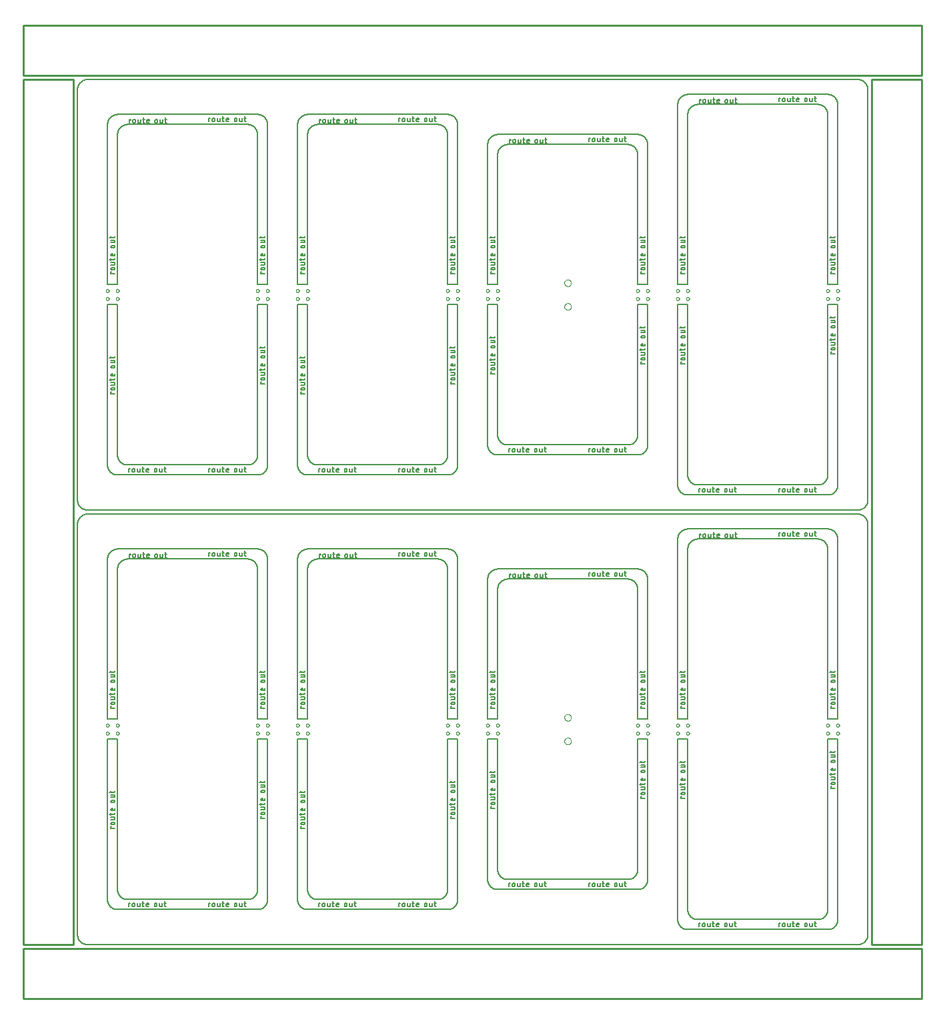
<source format=gko>
G75*
%MOIN*%
%OFA0B0*%
%FSLAX25Y25*%
%IPPOS*%
%LPD*%
%AMOC8*
5,1,8,0,0,1.08239X$1,22.5*
%
%ADD10C,0.00000*%
%ADD11C,0.00800*%
%ADD12C,0.00500*%
%ADD13C,0.01000*%
D10*
X0043000Y0134250D02*
X0043002Y0134304D01*
X0043008Y0134358D01*
X0043018Y0134411D01*
X0043031Y0134464D01*
X0043048Y0134515D01*
X0043069Y0134565D01*
X0043094Y0134613D01*
X0043122Y0134660D01*
X0043153Y0134704D01*
X0043187Y0134746D01*
X0043224Y0134785D01*
X0043264Y0134822D01*
X0043307Y0134855D01*
X0043352Y0134886D01*
X0043399Y0134913D01*
X0043447Y0134936D01*
X0043498Y0134956D01*
X0043549Y0134973D01*
X0043602Y0134985D01*
X0043655Y0134994D01*
X0043709Y0134999D01*
X0043764Y0135000D01*
X0043818Y0134997D01*
X0043871Y0134990D01*
X0043924Y0134979D01*
X0043977Y0134965D01*
X0044028Y0134947D01*
X0044077Y0134925D01*
X0044125Y0134900D01*
X0044171Y0134871D01*
X0044215Y0134839D01*
X0044256Y0134804D01*
X0044294Y0134766D01*
X0044330Y0134725D01*
X0044363Y0134682D01*
X0044393Y0134637D01*
X0044419Y0134589D01*
X0044442Y0134540D01*
X0044461Y0134489D01*
X0044476Y0134438D01*
X0044488Y0134385D01*
X0044496Y0134331D01*
X0044500Y0134277D01*
X0044500Y0134223D01*
X0044496Y0134169D01*
X0044488Y0134115D01*
X0044476Y0134062D01*
X0044461Y0134011D01*
X0044442Y0133960D01*
X0044419Y0133911D01*
X0044393Y0133863D01*
X0044363Y0133818D01*
X0044330Y0133775D01*
X0044294Y0133734D01*
X0044256Y0133696D01*
X0044215Y0133661D01*
X0044171Y0133629D01*
X0044125Y0133600D01*
X0044077Y0133575D01*
X0044028Y0133553D01*
X0043977Y0133535D01*
X0043924Y0133521D01*
X0043871Y0133510D01*
X0043818Y0133503D01*
X0043764Y0133500D01*
X0043709Y0133501D01*
X0043655Y0133506D01*
X0043602Y0133515D01*
X0043549Y0133527D01*
X0043498Y0133544D01*
X0043447Y0133564D01*
X0043399Y0133587D01*
X0043352Y0133614D01*
X0043307Y0133645D01*
X0043264Y0133678D01*
X0043224Y0133715D01*
X0043187Y0133754D01*
X0043153Y0133796D01*
X0043122Y0133840D01*
X0043094Y0133887D01*
X0043069Y0133935D01*
X0043048Y0133985D01*
X0043031Y0134036D01*
X0043018Y0134089D01*
X0043008Y0134142D01*
X0043002Y0134196D01*
X0043000Y0134250D01*
X0043000Y0138250D02*
X0043002Y0138304D01*
X0043008Y0138358D01*
X0043018Y0138411D01*
X0043031Y0138464D01*
X0043048Y0138515D01*
X0043069Y0138565D01*
X0043094Y0138613D01*
X0043122Y0138660D01*
X0043153Y0138704D01*
X0043187Y0138746D01*
X0043224Y0138785D01*
X0043264Y0138822D01*
X0043307Y0138855D01*
X0043352Y0138886D01*
X0043399Y0138913D01*
X0043447Y0138936D01*
X0043498Y0138956D01*
X0043549Y0138973D01*
X0043602Y0138985D01*
X0043655Y0138994D01*
X0043709Y0138999D01*
X0043764Y0139000D01*
X0043818Y0138997D01*
X0043871Y0138990D01*
X0043924Y0138979D01*
X0043977Y0138965D01*
X0044028Y0138947D01*
X0044077Y0138925D01*
X0044125Y0138900D01*
X0044171Y0138871D01*
X0044215Y0138839D01*
X0044256Y0138804D01*
X0044294Y0138766D01*
X0044330Y0138725D01*
X0044363Y0138682D01*
X0044393Y0138637D01*
X0044419Y0138589D01*
X0044442Y0138540D01*
X0044461Y0138489D01*
X0044476Y0138438D01*
X0044488Y0138385D01*
X0044496Y0138331D01*
X0044500Y0138277D01*
X0044500Y0138223D01*
X0044496Y0138169D01*
X0044488Y0138115D01*
X0044476Y0138062D01*
X0044461Y0138011D01*
X0044442Y0137960D01*
X0044419Y0137911D01*
X0044393Y0137863D01*
X0044363Y0137818D01*
X0044330Y0137775D01*
X0044294Y0137734D01*
X0044256Y0137696D01*
X0044215Y0137661D01*
X0044171Y0137629D01*
X0044125Y0137600D01*
X0044077Y0137575D01*
X0044028Y0137553D01*
X0043977Y0137535D01*
X0043924Y0137521D01*
X0043871Y0137510D01*
X0043818Y0137503D01*
X0043764Y0137500D01*
X0043709Y0137501D01*
X0043655Y0137506D01*
X0043602Y0137515D01*
X0043549Y0137527D01*
X0043498Y0137544D01*
X0043447Y0137564D01*
X0043399Y0137587D01*
X0043352Y0137614D01*
X0043307Y0137645D01*
X0043264Y0137678D01*
X0043224Y0137715D01*
X0043187Y0137754D01*
X0043153Y0137796D01*
X0043122Y0137840D01*
X0043094Y0137887D01*
X0043069Y0137935D01*
X0043048Y0137985D01*
X0043031Y0138036D01*
X0043018Y0138089D01*
X0043008Y0138142D01*
X0043002Y0138196D01*
X0043000Y0138250D01*
X0048000Y0138250D02*
X0048002Y0138304D01*
X0048008Y0138358D01*
X0048018Y0138411D01*
X0048031Y0138464D01*
X0048048Y0138515D01*
X0048069Y0138565D01*
X0048094Y0138613D01*
X0048122Y0138660D01*
X0048153Y0138704D01*
X0048187Y0138746D01*
X0048224Y0138785D01*
X0048264Y0138822D01*
X0048307Y0138855D01*
X0048352Y0138886D01*
X0048399Y0138913D01*
X0048447Y0138936D01*
X0048498Y0138956D01*
X0048549Y0138973D01*
X0048602Y0138985D01*
X0048655Y0138994D01*
X0048709Y0138999D01*
X0048764Y0139000D01*
X0048818Y0138997D01*
X0048871Y0138990D01*
X0048924Y0138979D01*
X0048977Y0138965D01*
X0049028Y0138947D01*
X0049077Y0138925D01*
X0049125Y0138900D01*
X0049171Y0138871D01*
X0049215Y0138839D01*
X0049256Y0138804D01*
X0049294Y0138766D01*
X0049330Y0138725D01*
X0049363Y0138682D01*
X0049393Y0138637D01*
X0049419Y0138589D01*
X0049442Y0138540D01*
X0049461Y0138489D01*
X0049476Y0138438D01*
X0049488Y0138385D01*
X0049496Y0138331D01*
X0049500Y0138277D01*
X0049500Y0138223D01*
X0049496Y0138169D01*
X0049488Y0138115D01*
X0049476Y0138062D01*
X0049461Y0138011D01*
X0049442Y0137960D01*
X0049419Y0137911D01*
X0049393Y0137863D01*
X0049363Y0137818D01*
X0049330Y0137775D01*
X0049294Y0137734D01*
X0049256Y0137696D01*
X0049215Y0137661D01*
X0049171Y0137629D01*
X0049125Y0137600D01*
X0049077Y0137575D01*
X0049028Y0137553D01*
X0048977Y0137535D01*
X0048924Y0137521D01*
X0048871Y0137510D01*
X0048818Y0137503D01*
X0048764Y0137500D01*
X0048709Y0137501D01*
X0048655Y0137506D01*
X0048602Y0137515D01*
X0048549Y0137527D01*
X0048498Y0137544D01*
X0048447Y0137564D01*
X0048399Y0137587D01*
X0048352Y0137614D01*
X0048307Y0137645D01*
X0048264Y0137678D01*
X0048224Y0137715D01*
X0048187Y0137754D01*
X0048153Y0137796D01*
X0048122Y0137840D01*
X0048094Y0137887D01*
X0048069Y0137935D01*
X0048048Y0137985D01*
X0048031Y0138036D01*
X0048018Y0138089D01*
X0048008Y0138142D01*
X0048002Y0138196D01*
X0048000Y0138250D01*
X0048000Y0134250D02*
X0048002Y0134304D01*
X0048008Y0134358D01*
X0048018Y0134411D01*
X0048031Y0134464D01*
X0048048Y0134515D01*
X0048069Y0134565D01*
X0048094Y0134613D01*
X0048122Y0134660D01*
X0048153Y0134704D01*
X0048187Y0134746D01*
X0048224Y0134785D01*
X0048264Y0134822D01*
X0048307Y0134855D01*
X0048352Y0134886D01*
X0048399Y0134913D01*
X0048447Y0134936D01*
X0048498Y0134956D01*
X0048549Y0134973D01*
X0048602Y0134985D01*
X0048655Y0134994D01*
X0048709Y0134999D01*
X0048764Y0135000D01*
X0048818Y0134997D01*
X0048871Y0134990D01*
X0048924Y0134979D01*
X0048977Y0134965D01*
X0049028Y0134947D01*
X0049077Y0134925D01*
X0049125Y0134900D01*
X0049171Y0134871D01*
X0049215Y0134839D01*
X0049256Y0134804D01*
X0049294Y0134766D01*
X0049330Y0134725D01*
X0049363Y0134682D01*
X0049393Y0134637D01*
X0049419Y0134589D01*
X0049442Y0134540D01*
X0049461Y0134489D01*
X0049476Y0134438D01*
X0049488Y0134385D01*
X0049496Y0134331D01*
X0049500Y0134277D01*
X0049500Y0134223D01*
X0049496Y0134169D01*
X0049488Y0134115D01*
X0049476Y0134062D01*
X0049461Y0134011D01*
X0049442Y0133960D01*
X0049419Y0133911D01*
X0049393Y0133863D01*
X0049363Y0133818D01*
X0049330Y0133775D01*
X0049294Y0133734D01*
X0049256Y0133696D01*
X0049215Y0133661D01*
X0049171Y0133629D01*
X0049125Y0133600D01*
X0049077Y0133575D01*
X0049028Y0133553D01*
X0048977Y0133535D01*
X0048924Y0133521D01*
X0048871Y0133510D01*
X0048818Y0133503D01*
X0048764Y0133500D01*
X0048709Y0133501D01*
X0048655Y0133506D01*
X0048602Y0133515D01*
X0048549Y0133527D01*
X0048498Y0133544D01*
X0048447Y0133564D01*
X0048399Y0133587D01*
X0048352Y0133614D01*
X0048307Y0133645D01*
X0048264Y0133678D01*
X0048224Y0133715D01*
X0048187Y0133754D01*
X0048153Y0133796D01*
X0048122Y0133840D01*
X0048094Y0133887D01*
X0048069Y0133935D01*
X0048048Y0133985D01*
X0048031Y0134036D01*
X0048018Y0134089D01*
X0048008Y0134142D01*
X0048002Y0134196D01*
X0048000Y0134250D01*
X0118000Y0134250D02*
X0118002Y0134304D01*
X0118008Y0134358D01*
X0118018Y0134411D01*
X0118031Y0134464D01*
X0118048Y0134515D01*
X0118069Y0134565D01*
X0118094Y0134613D01*
X0118122Y0134660D01*
X0118153Y0134704D01*
X0118187Y0134746D01*
X0118224Y0134785D01*
X0118264Y0134822D01*
X0118307Y0134855D01*
X0118352Y0134886D01*
X0118399Y0134913D01*
X0118447Y0134936D01*
X0118498Y0134956D01*
X0118549Y0134973D01*
X0118602Y0134985D01*
X0118655Y0134994D01*
X0118709Y0134999D01*
X0118764Y0135000D01*
X0118818Y0134997D01*
X0118871Y0134990D01*
X0118924Y0134979D01*
X0118977Y0134965D01*
X0119028Y0134947D01*
X0119077Y0134925D01*
X0119125Y0134900D01*
X0119171Y0134871D01*
X0119215Y0134839D01*
X0119256Y0134804D01*
X0119294Y0134766D01*
X0119330Y0134725D01*
X0119363Y0134682D01*
X0119393Y0134637D01*
X0119419Y0134589D01*
X0119442Y0134540D01*
X0119461Y0134489D01*
X0119476Y0134438D01*
X0119488Y0134385D01*
X0119496Y0134331D01*
X0119500Y0134277D01*
X0119500Y0134223D01*
X0119496Y0134169D01*
X0119488Y0134115D01*
X0119476Y0134062D01*
X0119461Y0134011D01*
X0119442Y0133960D01*
X0119419Y0133911D01*
X0119393Y0133863D01*
X0119363Y0133818D01*
X0119330Y0133775D01*
X0119294Y0133734D01*
X0119256Y0133696D01*
X0119215Y0133661D01*
X0119171Y0133629D01*
X0119125Y0133600D01*
X0119077Y0133575D01*
X0119028Y0133553D01*
X0118977Y0133535D01*
X0118924Y0133521D01*
X0118871Y0133510D01*
X0118818Y0133503D01*
X0118764Y0133500D01*
X0118709Y0133501D01*
X0118655Y0133506D01*
X0118602Y0133515D01*
X0118549Y0133527D01*
X0118498Y0133544D01*
X0118447Y0133564D01*
X0118399Y0133587D01*
X0118352Y0133614D01*
X0118307Y0133645D01*
X0118264Y0133678D01*
X0118224Y0133715D01*
X0118187Y0133754D01*
X0118153Y0133796D01*
X0118122Y0133840D01*
X0118094Y0133887D01*
X0118069Y0133935D01*
X0118048Y0133985D01*
X0118031Y0134036D01*
X0118018Y0134089D01*
X0118008Y0134142D01*
X0118002Y0134196D01*
X0118000Y0134250D01*
X0118000Y0138250D02*
X0118002Y0138304D01*
X0118008Y0138358D01*
X0118018Y0138411D01*
X0118031Y0138464D01*
X0118048Y0138515D01*
X0118069Y0138565D01*
X0118094Y0138613D01*
X0118122Y0138660D01*
X0118153Y0138704D01*
X0118187Y0138746D01*
X0118224Y0138785D01*
X0118264Y0138822D01*
X0118307Y0138855D01*
X0118352Y0138886D01*
X0118399Y0138913D01*
X0118447Y0138936D01*
X0118498Y0138956D01*
X0118549Y0138973D01*
X0118602Y0138985D01*
X0118655Y0138994D01*
X0118709Y0138999D01*
X0118764Y0139000D01*
X0118818Y0138997D01*
X0118871Y0138990D01*
X0118924Y0138979D01*
X0118977Y0138965D01*
X0119028Y0138947D01*
X0119077Y0138925D01*
X0119125Y0138900D01*
X0119171Y0138871D01*
X0119215Y0138839D01*
X0119256Y0138804D01*
X0119294Y0138766D01*
X0119330Y0138725D01*
X0119363Y0138682D01*
X0119393Y0138637D01*
X0119419Y0138589D01*
X0119442Y0138540D01*
X0119461Y0138489D01*
X0119476Y0138438D01*
X0119488Y0138385D01*
X0119496Y0138331D01*
X0119500Y0138277D01*
X0119500Y0138223D01*
X0119496Y0138169D01*
X0119488Y0138115D01*
X0119476Y0138062D01*
X0119461Y0138011D01*
X0119442Y0137960D01*
X0119419Y0137911D01*
X0119393Y0137863D01*
X0119363Y0137818D01*
X0119330Y0137775D01*
X0119294Y0137734D01*
X0119256Y0137696D01*
X0119215Y0137661D01*
X0119171Y0137629D01*
X0119125Y0137600D01*
X0119077Y0137575D01*
X0119028Y0137553D01*
X0118977Y0137535D01*
X0118924Y0137521D01*
X0118871Y0137510D01*
X0118818Y0137503D01*
X0118764Y0137500D01*
X0118709Y0137501D01*
X0118655Y0137506D01*
X0118602Y0137515D01*
X0118549Y0137527D01*
X0118498Y0137544D01*
X0118447Y0137564D01*
X0118399Y0137587D01*
X0118352Y0137614D01*
X0118307Y0137645D01*
X0118264Y0137678D01*
X0118224Y0137715D01*
X0118187Y0137754D01*
X0118153Y0137796D01*
X0118122Y0137840D01*
X0118094Y0137887D01*
X0118069Y0137935D01*
X0118048Y0137985D01*
X0118031Y0138036D01*
X0118018Y0138089D01*
X0118008Y0138142D01*
X0118002Y0138196D01*
X0118000Y0138250D01*
X0123000Y0138250D02*
X0123002Y0138304D01*
X0123008Y0138358D01*
X0123018Y0138411D01*
X0123031Y0138464D01*
X0123048Y0138515D01*
X0123069Y0138565D01*
X0123094Y0138613D01*
X0123122Y0138660D01*
X0123153Y0138704D01*
X0123187Y0138746D01*
X0123224Y0138785D01*
X0123264Y0138822D01*
X0123307Y0138855D01*
X0123352Y0138886D01*
X0123399Y0138913D01*
X0123447Y0138936D01*
X0123498Y0138956D01*
X0123549Y0138973D01*
X0123602Y0138985D01*
X0123655Y0138994D01*
X0123709Y0138999D01*
X0123764Y0139000D01*
X0123818Y0138997D01*
X0123871Y0138990D01*
X0123924Y0138979D01*
X0123977Y0138965D01*
X0124028Y0138947D01*
X0124077Y0138925D01*
X0124125Y0138900D01*
X0124171Y0138871D01*
X0124215Y0138839D01*
X0124256Y0138804D01*
X0124294Y0138766D01*
X0124330Y0138725D01*
X0124363Y0138682D01*
X0124393Y0138637D01*
X0124419Y0138589D01*
X0124442Y0138540D01*
X0124461Y0138489D01*
X0124476Y0138438D01*
X0124488Y0138385D01*
X0124496Y0138331D01*
X0124500Y0138277D01*
X0124500Y0138223D01*
X0124496Y0138169D01*
X0124488Y0138115D01*
X0124476Y0138062D01*
X0124461Y0138011D01*
X0124442Y0137960D01*
X0124419Y0137911D01*
X0124393Y0137863D01*
X0124363Y0137818D01*
X0124330Y0137775D01*
X0124294Y0137734D01*
X0124256Y0137696D01*
X0124215Y0137661D01*
X0124171Y0137629D01*
X0124125Y0137600D01*
X0124077Y0137575D01*
X0124028Y0137553D01*
X0123977Y0137535D01*
X0123924Y0137521D01*
X0123871Y0137510D01*
X0123818Y0137503D01*
X0123764Y0137500D01*
X0123709Y0137501D01*
X0123655Y0137506D01*
X0123602Y0137515D01*
X0123549Y0137527D01*
X0123498Y0137544D01*
X0123447Y0137564D01*
X0123399Y0137587D01*
X0123352Y0137614D01*
X0123307Y0137645D01*
X0123264Y0137678D01*
X0123224Y0137715D01*
X0123187Y0137754D01*
X0123153Y0137796D01*
X0123122Y0137840D01*
X0123094Y0137887D01*
X0123069Y0137935D01*
X0123048Y0137985D01*
X0123031Y0138036D01*
X0123018Y0138089D01*
X0123008Y0138142D01*
X0123002Y0138196D01*
X0123000Y0138250D01*
X0123000Y0134250D02*
X0123002Y0134304D01*
X0123008Y0134358D01*
X0123018Y0134411D01*
X0123031Y0134464D01*
X0123048Y0134515D01*
X0123069Y0134565D01*
X0123094Y0134613D01*
X0123122Y0134660D01*
X0123153Y0134704D01*
X0123187Y0134746D01*
X0123224Y0134785D01*
X0123264Y0134822D01*
X0123307Y0134855D01*
X0123352Y0134886D01*
X0123399Y0134913D01*
X0123447Y0134936D01*
X0123498Y0134956D01*
X0123549Y0134973D01*
X0123602Y0134985D01*
X0123655Y0134994D01*
X0123709Y0134999D01*
X0123764Y0135000D01*
X0123818Y0134997D01*
X0123871Y0134990D01*
X0123924Y0134979D01*
X0123977Y0134965D01*
X0124028Y0134947D01*
X0124077Y0134925D01*
X0124125Y0134900D01*
X0124171Y0134871D01*
X0124215Y0134839D01*
X0124256Y0134804D01*
X0124294Y0134766D01*
X0124330Y0134725D01*
X0124363Y0134682D01*
X0124393Y0134637D01*
X0124419Y0134589D01*
X0124442Y0134540D01*
X0124461Y0134489D01*
X0124476Y0134438D01*
X0124488Y0134385D01*
X0124496Y0134331D01*
X0124500Y0134277D01*
X0124500Y0134223D01*
X0124496Y0134169D01*
X0124488Y0134115D01*
X0124476Y0134062D01*
X0124461Y0134011D01*
X0124442Y0133960D01*
X0124419Y0133911D01*
X0124393Y0133863D01*
X0124363Y0133818D01*
X0124330Y0133775D01*
X0124294Y0133734D01*
X0124256Y0133696D01*
X0124215Y0133661D01*
X0124171Y0133629D01*
X0124125Y0133600D01*
X0124077Y0133575D01*
X0124028Y0133553D01*
X0123977Y0133535D01*
X0123924Y0133521D01*
X0123871Y0133510D01*
X0123818Y0133503D01*
X0123764Y0133500D01*
X0123709Y0133501D01*
X0123655Y0133506D01*
X0123602Y0133515D01*
X0123549Y0133527D01*
X0123498Y0133544D01*
X0123447Y0133564D01*
X0123399Y0133587D01*
X0123352Y0133614D01*
X0123307Y0133645D01*
X0123264Y0133678D01*
X0123224Y0133715D01*
X0123187Y0133754D01*
X0123153Y0133796D01*
X0123122Y0133840D01*
X0123094Y0133887D01*
X0123069Y0133935D01*
X0123048Y0133985D01*
X0123031Y0134036D01*
X0123018Y0134089D01*
X0123008Y0134142D01*
X0123002Y0134196D01*
X0123000Y0134250D01*
X0138000Y0134250D02*
X0138002Y0134304D01*
X0138008Y0134358D01*
X0138018Y0134411D01*
X0138031Y0134464D01*
X0138048Y0134515D01*
X0138069Y0134565D01*
X0138094Y0134613D01*
X0138122Y0134660D01*
X0138153Y0134704D01*
X0138187Y0134746D01*
X0138224Y0134785D01*
X0138264Y0134822D01*
X0138307Y0134855D01*
X0138352Y0134886D01*
X0138399Y0134913D01*
X0138447Y0134936D01*
X0138498Y0134956D01*
X0138549Y0134973D01*
X0138602Y0134985D01*
X0138655Y0134994D01*
X0138709Y0134999D01*
X0138764Y0135000D01*
X0138818Y0134997D01*
X0138871Y0134990D01*
X0138924Y0134979D01*
X0138977Y0134965D01*
X0139028Y0134947D01*
X0139077Y0134925D01*
X0139125Y0134900D01*
X0139171Y0134871D01*
X0139215Y0134839D01*
X0139256Y0134804D01*
X0139294Y0134766D01*
X0139330Y0134725D01*
X0139363Y0134682D01*
X0139393Y0134637D01*
X0139419Y0134589D01*
X0139442Y0134540D01*
X0139461Y0134489D01*
X0139476Y0134438D01*
X0139488Y0134385D01*
X0139496Y0134331D01*
X0139500Y0134277D01*
X0139500Y0134223D01*
X0139496Y0134169D01*
X0139488Y0134115D01*
X0139476Y0134062D01*
X0139461Y0134011D01*
X0139442Y0133960D01*
X0139419Y0133911D01*
X0139393Y0133863D01*
X0139363Y0133818D01*
X0139330Y0133775D01*
X0139294Y0133734D01*
X0139256Y0133696D01*
X0139215Y0133661D01*
X0139171Y0133629D01*
X0139125Y0133600D01*
X0139077Y0133575D01*
X0139028Y0133553D01*
X0138977Y0133535D01*
X0138924Y0133521D01*
X0138871Y0133510D01*
X0138818Y0133503D01*
X0138764Y0133500D01*
X0138709Y0133501D01*
X0138655Y0133506D01*
X0138602Y0133515D01*
X0138549Y0133527D01*
X0138498Y0133544D01*
X0138447Y0133564D01*
X0138399Y0133587D01*
X0138352Y0133614D01*
X0138307Y0133645D01*
X0138264Y0133678D01*
X0138224Y0133715D01*
X0138187Y0133754D01*
X0138153Y0133796D01*
X0138122Y0133840D01*
X0138094Y0133887D01*
X0138069Y0133935D01*
X0138048Y0133985D01*
X0138031Y0134036D01*
X0138018Y0134089D01*
X0138008Y0134142D01*
X0138002Y0134196D01*
X0138000Y0134250D01*
X0138000Y0138250D02*
X0138002Y0138304D01*
X0138008Y0138358D01*
X0138018Y0138411D01*
X0138031Y0138464D01*
X0138048Y0138515D01*
X0138069Y0138565D01*
X0138094Y0138613D01*
X0138122Y0138660D01*
X0138153Y0138704D01*
X0138187Y0138746D01*
X0138224Y0138785D01*
X0138264Y0138822D01*
X0138307Y0138855D01*
X0138352Y0138886D01*
X0138399Y0138913D01*
X0138447Y0138936D01*
X0138498Y0138956D01*
X0138549Y0138973D01*
X0138602Y0138985D01*
X0138655Y0138994D01*
X0138709Y0138999D01*
X0138764Y0139000D01*
X0138818Y0138997D01*
X0138871Y0138990D01*
X0138924Y0138979D01*
X0138977Y0138965D01*
X0139028Y0138947D01*
X0139077Y0138925D01*
X0139125Y0138900D01*
X0139171Y0138871D01*
X0139215Y0138839D01*
X0139256Y0138804D01*
X0139294Y0138766D01*
X0139330Y0138725D01*
X0139363Y0138682D01*
X0139393Y0138637D01*
X0139419Y0138589D01*
X0139442Y0138540D01*
X0139461Y0138489D01*
X0139476Y0138438D01*
X0139488Y0138385D01*
X0139496Y0138331D01*
X0139500Y0138277D01*
X0139500Y0138223D01*
X0139496Y0138169D01*
X0139488Y0138115D01*
X0139476Y0138062D01*
X0139461Y0138011D01*
X0139442Y0137960D01*
X0139419Y0137911D01*
X0139393Y0137863D01*
X0139363Y0137818D01*
X0139330Y0137775D01*
X0139294Y0137734D01*
X0139256Y0137696D01*
X0139215Y0137661D01*
X0139171Y0137629D01*
X0139125Y0137600D01*
X0139077Y0137575D01*
X0139028Y0137553D01*
X0138977Y0137535D01*
X0138924Y0137521D01*
X0138871Y0137510D01*
X0138818Y0137503D01*
X0138764Y0137500D01*
X0138709Y0137501D01*
X0138655Y0137506D01*
X0138602Y0137515D01*
X0138549Y0137527D01*
X0138498Y0137544D01*
X0138447Y0137564D01*
X0138399Y0137587D01*
X0138352Y0137614D01*
X0138307Y0137645D01*
X0138264Y0137678D01*
X0138224Y0137715D01*
X0138187Y0137754D01*
X0138153Y0137796D01*
X0138122Y0137840D01*
X0138094Y0137887D01*
X0138069Y0137935D01*
X0138048Y0137985D01*
X0138031Y0138036D01*
X0138018Y0138089D01*
X0138008Y0138142D01*
X0138002Y0138196D01*
X0138000Y0138250D01*
X0143000Y0138250D02*
X0143002Y0138304D01*
X0143008Y0138358D01*
X0143018Y0138411D01*
X0143031Y0138464D01*
X0143048Y0138515D01*
X0143069Y0138565D01*
X0143094Y0138613D01*
X0143122Y0138660D01*
X0143153Y0138704D01*
X0143187Y0138746D01*
X0143224Y0138785D01*
X0143264Y0138822D01*
X0143307Y0138855D01*
X0143352Y0138886D01*
X0143399Y0138913D01*
X0143447Y0138936D01*
X0143498Y0138956D01*
X0143549Y0138973D01*
X0143602Y0138985D01*
X0143655Y0138994D01*
X0143709Y0138999D01*
X0143764Y0139000D01*
X0143818Y0138997D01*
X0143871Y0138990D01*
X0143924Y0138979D01*
X0143977Y0138965D01*
X0144028Y0138947D01*
X0144077Y0138925D01*
X0144125Y0138900D01*
X0144171Y0138871D01*
X0144215Y0138839D01*
X0144256Y0138804D01*
X0144294Y0138766D01*
X0144330Y0138725D01*
X0144363Y0138682D01*
X0144393Y0138637D01*
X0144419Y0138589D01*
X0144442Y0138540D01*
X0144461Y0138489D01*
X0144476Y0138438D01*
X0144488Y0138385D01*
X0144496Y0138331D01*
X0144500Y0138277D01*
X0144500Y0138223D01*
X0144496Y0138169D01*
X0144488Y0138115D01*
X0144476Y0138062D01*
X0144461Y0138011D01*
X0144442Y0137960D01*
X0144419Y0137911D01*
X0144393Y0137863D01*
X0144363Y0137818D01*
X0144330Y0137775D01*
X0144294Y0137734D01*
X0144256Y0137696D01*
X0144215Y0137661D01*
X0144171Y0137629D01*
X0144125Y0137600D01*
X0144077Y0137575D01*
X0144028Y0137553D01*
X0143977Y0137535D01*
X0143924Y0137521D01*
X0143871Y0137510D01*
X0143818Y0137503D01*
X0143764Y0137500D01*
X0143709Y0137501D01*
X0143655Y0137506D01*
X0143602Y0137515D01*
X0143549Y0137527D01*
X0143498Y0137544D01*
X0143447Y0137564D01*
X0143399Y0137587D01*
X0143352Y0137614D01*
X0143307Y0137645D01*
X0143264Y0137678D01*
X0143224Y0137715D01*
X0143187Y0137754D01*
X0143153Y0137796D01*
X0143122Y0137840D01*
X0143094Y0137887D01*
X0143069Y0137935D01*
X0143048Y0137985D01*
X0143031Y0138036D01*
X0143018Y0138089D01*
X0143008Y0138142D01*
X0143002Y0138196D01*
X0143000Y0138250D01*
X0143000Y0134250D02*
X0143002Y0134304D01*
X0143008Y0134358D01*
X0143018Y0134411D01*
X0143031Y0134464D01*
X0143048Y0134515D01*
X0143069Y0134565D01*
X0143094Y0134613D01*
X0143122Y0134660D01*
X0143153Y0134704D01*
X0143187Y0134746D01*
X0143224Y0134785D01*
X0143264Y0134822D01*
X0143307Y0134855D01*
X0143352Y0134886D01*
X0143399Y0134913D01*
X0143447Y0134936D01*
X0143498Y0134956D01*
X0143549Y0134973D01*
X0143602Y0134985D01*
X0143655Y0134994D01*
X0143709Y0134999D01*
X0143764Y0135000D01*
X0143818Y0134997D01*
X0143871Y0134990D01*
X0143924Y0134979D01*
X0143977Y0134965D01*
X0144028Y0134947D01*
X0144077Y0134925D01*
X0144125Y0134900D01*
X0144171Y0134871D01*
X0144215Y0134839D01*
X0144256Y0134804D01*
X0144294Y0134766D01*
X0144330Y0134725D01*
X0144363Y0134682D01*
X0144393Y0134637D01*
X0144419Y0134589D01*
X0144442Y0134540D01*
X0144461Y0134489D01*
X0144476Y0134438D01*
X0144488Y0134385D01*
X0144496Y0134331D01*
X0144500Y0134277D01*
X0144500Y0134223D01*
X0144496Y0134169D01*
X0144488Y0134115D01*
X0144476Y0134062D01*
X0144461Y0134011D01*
X0144442Y0133960D01*
X0144419Y0133911D01*
X0144393Y0133863D01*
X0144363Y0133818D01*
X0144330Y0133775D01*
X0144294Y0133734D01*
X0144256Y0133696D01*
X0144215Y0133661D01*
X0144171Y0133629D01*
X0144125Y0133600D01*
X0144077Y0133575D01*
X0144028Y0133553D01*
X0143977Y0133535D01*
X0143924Y0133521D01*
X0143871Y0133510D01*
X0143818Y0133503D01*
X0143764Y0133500D01*
X0143709Y0133501D01*
X0143655Y0133506D01*
X0143602Y0133515D01*
X0143549Y0133527D01*
X0143498Y0133544D01*
X0143447Y0133564D01*
X0143399Y0133587D01*
X0143352Y0133614D01*
X0143307Y0133645D01*
X0143264Y0133678D01*
X0143224Y0133715D01*
X0143187Y0133754D01*
X0143153Y0133796D01*
X0143122Y0133840D01*
X0143094Y0133887D01*
X0143069Y0133935D01*
X0143048Y0133985D01*
X0143031Y0134036D01*
X0143018Y0134089D01*
X0143008Y0134142D01*
X0143002Y0134196D01*
X0143000Y0134250D01*
X0213000Y0134250D02*
X0213002Y0134304D01*
X0213008Y0134358D01*
X0213018Y0134411D01*
X0213031Y0134464D01*
X0213048Y0134515D01*
X0213069Y0134565D01*
X0213094Y0134613D01*
X0213122Y0134660D01*
X0213153Y0134704D01*
X0213187Y0134746D01*
X0213224Y0134785D01*
X0213264Y0134822D01*
X0213307Y0134855D01*
X0213352Y0134886D01*
X0213399Y0134913D01*
X0213447Y0134936D01*
X0213498Y0134956D01*
X0213549Y0134973D01*
X0213602Y0134985D01*
X0213655Y0134994D01*
X0213709Y0134999D01*
X0213764Y0135000D01*
X0213818Y0134997D01*
X0213871Y0134990D01*
X0213924Y0134979D01*
X0213977Y0134965D01*
X0214028Y0134947D01*
X0214077Y0134925D01*
X0214125Y0134900D01*
X0214171Y0134871D01*
X0214215Y0134839D01*
X0214256Y0134804D01*
X0214294Y0134766D01*
X0214330Y0134725D01*
X0214363Y0134682D01*
X0214393Y0134637D01*
X0214419Y0134589D01*
X0214442Y0134540D01*
X0214461Y0134489D01*
X0214476Y0134438D01*
X0214488Y0134385D01*
X0214496Y0134331D01*
X0214500Y0134277D01*
X0214500Y0134223D01*
X0214496Y0134169D01*
X0214488Y0134115D01*
X0214476Y0134062D01*
X0214461Y0134011D01*
X0214442Y0133960D01*
X0214419Y0133911D01*
X0214393Y0133863D01*
X0214363Y0133818D01*
X0214330Y0133775D01*
X0214294Y0133734D01*
X0214256Y0133696D01*
X0214215Y0133661D01*
X0214171Y0133629D01*
X0214125Y0133600D01*
X0214077Y0133575D01*
X0214028Y0133553D01*
X0213977Y0133535D01*
X0213924Y0133521D01*
X0213871Y0133510D01*
X0213818Y0133503D01*
X0213764Y0133500D01*
X0213709Y0133501D01*
X0213655Y0133506D01*
X0213602Y0133515D01*
X0213549Y0133527D01*
X0213498Y0133544D01*
X0213447Y0133564D01*
X0213399Y0133587D01*
X0213352Y0133614D01*
X0213307Y0133645D01*
X0213264Y0133678D01*
X0213224Y0133715D01*
X0213187Y0133754D01*
X0213153Y0133796D01*
X0213122Y0133840D01*
X0213094Y0133887D01*
X0213069Y0133935D01*
X0213048Y0133985D01*
X0213031Y0134036D01*
X0213018Y0134089D01*
X0213008Y0134142D01*
X0213002Y0134196D01*
X0213000Y0134250D01*
X0213000Y0138250D02*
X0213002Y0138304D01*
X0213008Y0138358D01*
X0213018Y0138411D01*
X0213031Y0138464D01*
X0213048Y0138515D01*
X0213069Y0138565D01*
X0213094Y0138613D01*
X0213122Y0138660D01*
X0213153Y0138704D01*
X0213187Y0138746D01*
X0213224Y0138785D01*
X0213264Y0138822D01*
X0213307Y0138855D01*
X0213352Y0138886D01*
X0213399Y0138913D01*
X0213447Y0138936D01*
X0213498Y0138956D01*
X0213549Y0138973D01*
X0213602Y0138985D01*
X0213655Y0138994D01*
X0213709Y0138999D01*
X0213764Y0139000D01*
X0213818Y0138997D01*
X0213871Y0138990D01*
X0213924Y0138979D01*
X0213977Y0138965D01*
X0214028Y0138947D01*
X0214077Y0138925D01*
X0214125Y0138900D01*
X0214171Y0138871D01*
X0214215Y0138839D01*
X0214256Y0138804D01*
X0214294Y0138766D01*
X0214330Y0138725D01*
X0214363Y0138682D01*
X0214393Y0138637D01*
X0214419Y0138589D01*
X0214442Y0138540D01*
X0214461Y0138489D01*
X0214476Y0138438D01*
X0214488Y0138385D01*
X0214496Y0138331D01*
X0214500Y0138277D01*
X0214500Y0138223D01*
X0214496Y0138169D01*
X0214488Y0138115D01*
X0214476Y0138062D01*
X0214461Y0138011D01*
X0214442Y0137960D01*
X0214419Y0137911D01*
X0214393Y0137863D01*
X0214363Y0137818D01*
X0214330Y0137775D01*
X0214294Y0137734D01*
X0214256Y0137696D01*
X0214215Y0137661D01*
X0214171Y0137629D01*
X0214125Y0137600D01*
X0214077Y0137575D01*
X0214028Y0137553D01*
X0213977Y0137535D01*
X0213924Y0137521D01*
X0213871Y0137510D01*
X0213818Y0137503D01*
X0213764Y0137500D01*
X0213709Y0137501D01*
X0213655Y0137506D01*
X0213602Y0137515D01*
X0213549Y0137527D01*
X0213498Y0137544D01*
X0213447Y0137564D01*
X0213399Y0137587D01*
X0213352Y0137614D01*
X0213307Y0137645D01*
X0213264Y0137678D01*
X0213224Y0137715D01*
X0213187Y0137754D01*
X0213153Y0137796D01*
X0213122Y0137840D01*
X0213094Y0137887D01*
X0213069Y0137935D01*
X0213048Y0137985D01*
X0213031Y0138036D01*
X0213018Y0138089D01*
X0213008Y0138142D01*
X0213002Y0138196D01*
X0213000Y0138250D01*
X0218000Y0138250D02*
X0218002Y0138304D01*
X0218008Y0138358D01*
X0218018Y0138411D01*
X0218031Y0138464D01*
X0218048Y0138515D01*
X0218069Y0138565D01*
X0218094Y0138613D01*
X0218122Y0138660D01*
X0218153Y0138704D01*
X0218187Y0138746D01*
X0218224Y0138785D01*
X0218264Y0138822D01*
X0218307Y0138855D01*
X0218352Y0138886D01*
X0218399Y0138913D01*
X0218447Y0138936D01*
X0218498Y0138956D01*
X0218549Y0138973D01*
X0218602Y0138985D01*
X0218655Y0138994D01*
X0218709Y0138999D01*
X0218764Y0139000D01*
X0218818Y0138997D01*
X0218871Y0138990D01*
X0218924Y0138979D01*
X0218977Y0138965D01*
X0219028Y0138947D01*
X0219077Y0138925D01*
X0219125Y0138900D01*
X0219171Y0138871D01*
X0219215Y0138839D01*
X0219256Y0138804D01*
X0219294Y0138766D01*
X0219330Y0138725D01*
X0219363Y0138682D01*
X0219393Y0138637D01*
X0219419Y0138589D01*
X0219442Y0138540D01*
X0219461Y0138489D01*
X0219476Y0138438D01*
X0219488Y0138385D01*
X0219496Y0138331D01*
X0219500Y0138277D01*
X0219500Y0138223D01*
X0219496Y0138169D01*
X0219488Y0138115D01*
X0219476Y0138062D01*
X0219461Y0138011D01*
X0219442Y0137960D01*
X0219419Y0137911D01*
X0219393Y0137863D01*
X0219363Y0137818D01*
X0219330Y0137775D01*
X0219294Y0137734D01*
X0219256Y0137696D01*
X0219215Y0137661D01*
X0219171Y0137629D01*
X0219125Y0137600D01*
X0219077Y0137575D01*
X0219028Y0137553D01*
X0218977Y0137535D01*
X0218924Y0137521D01*
X0218871Y0137510D01*
X0218818Y0137503D01*
X0218764Y0137500D01*
X0218709Y0137501D01*
X0218655Y0137506D01*
X0218602Y0137515D01*
X0218549Y0137527D01*
X0218498Y0137544D01*
X0218447Y0137564D01*
X0218399Y0137587D01*
X0218352Y0137614D01*
X0218307Y0137645D01*
X0218264Y0137678D01*
X0218224Y0137715D01*
X0218187Y0137754D01*
X0218153Y0137796D01*
X0218122Y0137840D01*
X0218094Y0137887D01*
X0218069Y0137935D01*
X0218048Y0137985D01*
X0218031Y0138036D01*
X0218018Y0138089D01*
X0218008Y0138142D01*
X0218002Y0138196D01*
X0218000Y0138250D01*
X0218000Y0134250D02*
X0218002Y0134304D01*
X0218008Y0134358D01*
X0218018Y0134411D01*
X0218031Y0134464D01*
X0218048Y0134515D01*
X0218069Y0134565D01*
X0218094Y0134613D01*
X0218122Y0134660D01*
X0218153Y0134704D01*
X0218187Y0134746D01*
X0218224Y0134785D01*
X0218264Y0134822D01*
X0218307Y0134855D01*
X0218352Y0134886D01*
X0218399Y0134913D01*
X0218447Y0134936D01*
X0218498Y0134956D01*
X0218549Y0134973D01*
X0218602Y0134985D01*
X0218655Y0134994D01*
X0218709Y0134999D01*
X0218764Y0135000D01*
X0218818Y0134997D01*
X0218871Y0134990D01*
X0218924Y0134979D01*
X0218977Y0134965D01*
X0219028Y0134947D01*
X0219077Y0134925D01*
X0219125Y0134900D01*
X0219171Y0134871D01*
X0219215Y0134839D01*
X0219256Y0134804D01*
X0219294Y0134766D01*
X0219330Y0134725D01*
X0219363Y0134682D01*
X0219393Y0134637D01*
X0219419Y0134589D01*
X0219442Y0134540D01*
X0219461Y0134489D01*
X0219476Y0134438D01*
X0219488Y0134385D01*
X0219496Y0134331D01*
X0219500Y0134277D01*
X0219500Y0134223D01*
X0219496Y0134169D01*
X0219488Y0134115D01*
X0219476Y0134062D01*
X0219461Y0134011D01*
X0219442Y0133960D01*
X0219419Y0133911D01*
X0219393Y0133863D01*
X0219363Y0133818D01*
X0219330Y0133775D01*
X0219294Y0133734D01*
X0219256Y0133696D01*
X0219215Y0133661D01*
X0219171Y0133629D01*
X0219125Y0133600D01*
X0219077Y0133575D01*
X0219028Y0133553D01*
X0218977Y0133535D01*
X0218924Y0133521D01*
X0218871Y0133510D01*
X0218818Y0133503D01*
X0218764Y0133500D01*
X0218709Y0133501D01*
X0218655Y0133506D01*
X0218602Y0133515D01*
X0218549Y0133527D01*
X0218498Y0133544D01*
X0218447Y0133564D01*
X0218399Y0133587D01*
X0218352Y0133614D01*
X0218307Y0133645D01*
X0218264Y0133678D01*
X0218224Y0133715D01*
X0218187Y0133754D01*
X0218153Y0133796D01*
X0218122Y0133840D01*
X0218094Y0133887D01*
X0218069Y0133935D01*
X0218048Y0133985D01*
X0218031Y0134036D01*
X0218018Y0134089D01*
X0218008Y0134142D01*
X0218002Y0134196D01*
X0218000Y0134250D01*
X0233000Y0134250D02*
X0233002Y0134304D01*
X0233008Y0134358D01*
X0233018Y0134411D01*
X0233031Y0134464D01*
X0233048Y0134515D01*
X0233069Y0134565D01*
X0233094Y0134613D01*
X0233122Y0134660D01*
X0233153Y0134704D01*
X0233187Y0134746D01*
X0233224Y0134785D01*
X0233264Y0134822D01*
X0233307Y0134855D01*
X0233352Y0134886D01*
X0233399Y0134913D01*
X0233447Y0134936D01*
X0233498Y0134956D01*
X0233549Y0134973D01*
X0233602Y0134985D01*
X0233655Y0134994D01*
X0233709Y0134999D01*
X0233764Y0135000D01*
X0233818Y0134997D01*
X0233871Y0134990D01*
X0233924Y0134979D01*
X0233977Y0134965D01*
X0234028Y0134947D01*
X0234077Y0134925D01*
X0234125Y0134900D01*
X0234171Y0134871D01*
X0234215Y0134839D01*
X0234256Y0134804D01*
X0234294Y0134766D01*
X0234330Y0134725D01*
X0234363Y0134682D01*
X0234393Y0134637D01*
X0234419Y0134589D01*
X0234442Y0134540D01*
X0234461Y0134489D01*
X0234476Y0134438D01*
X0234488Y0134385D01*
X0234496Y0134331D01*
X0234500Y0134277D01*
X0234500Y0134223D01*
X0234496Y0134169D01*
X0234488Y0134115D01*
X0234476Y0134062D01*
X0234461Y0134011D01*
X0234442Y0133960D01*
X0234419Y0133911D01*
X0234393Y0133863D01*
X0234363Y0133818D01*
X0234330Y0133775D01*
X0234294Y0133734D01*
X0234256Y0133696D01*
X0234215Y0133661D01*
X0234171Y0133629D01*
X0234125Y0133600D01*
X0234077Y0133575D01*
X0234028Y0133553D01*
X0233977Y0133535D01*
X0233924Y0133521D01*
X0233871Y0133510D01*
X0233818Y0133503D01*
X0233764Y0133500D01*
X0233709Y0133501D01*
X0233655Y0133506D01*
X0233602Y0133515D01*
X0233549Y0133527D01*
X0233498Y0133544D01*
X0233447Y0133564D01*
X0233399Y0133587D01*
X0233352Y0133614D01*
X0233307Y0133645D01*
X0233264Y0133678D01*
X0233224Y0133715D01*
X0233187Y0133754D01*
X0233153Y0133796D01*
X0233122Y0133840D01*
X0233094Y0133887D01*
X0233069Y0133935D01*
X0233048Y0133985D01*
X0233031Y0134036D01*
X0233018Y0134089D01*
X0233008Y0134142D01*
X0233002Y0134196D01*
X0233000Y0134250D01*
X0233000Y0138250D02*
X0233002Y0138304D01*
X0233008Y0138358D01*
X0233018Y0138411D01*
X0233031Y0138464D01*
X0233048Y0138515D01*
X0233069Y0138565D01*
X0233094Y0138613D01*
X0233122Y0138660D01*
X0233153Y0138704D01*
X0233187Y0138746D01*
X0233224Y0138785D01*
X0233264Y0138822D01*
X0233307Y0138855D01*
X0233352Y0138886D01*
X0233399Y0138913D01*
X0233447Y0138936D01*
X0233498Y0138956D01*
X0233549Y0138973D01*
X0233602Y0138985D01*
X0233655Y0138994D01*
X0233709Y0138999D01*
X0233764Y0139000D01*
X0233818Y0138997D01*
X0233871Y0138990D01*
X0233924Y0138979D01*
X0233977Y0138965D01*
X0234028Y0138947D01*
X0234077Y0138925D01*
X0234125Y0138900D01*
X0234171Y0138871D01*
X0234215Y0138839D01*
X0234256Y0138804D01*
X0234294Y0138766D01*
X0234330Y0138725D01*
X0234363Y0138682D01*
X0234393Y0138637D01*
X0234419Y0138589D01*
X0234442Y0138540D01*
X0234461Y0138489D01*
X0234476Y0138438D01*
X0234488Y0138385D01*
X0234496Y0138331D01*
X0234500Y0138277D01*
X0234500Y0138223D01*
X0234496Y0138169D01*
X0234488Y0138115D01*
X0234476Y0138062D01*
X0234461Y0138011D01*
X0234442Y0137960D01*
X0234419Y0137911D01*
X0234393Y0137863D01*
X0234363Y0137818D01*
X0234330Y0137775D01*
X0234294Y0137734D01*
X0234256Y0137696D01*
X0234215Y0137661D01*
X0234171Y0137629D01*
X0234125Y0137600D01*
X0234077Y0137575D01*
X0234028Y0137553D01*
X0233977Y0137535D01*
X0233924Y0137521D01*
X0233871Y0137510D01*
X0233818Y0137503D01*
X0233764Y0137500D01*
X0233709Y0137501D01*
X0233655Y0137506D01*
X0233602Y0137515D01*
X0233549Y0137527D01*
X0233498Y0137544D01*
X0233447Y0137564D01*
X0233399Y0137587D01*
X0233352Y0137614D01*
X0233307Y0137645D01*
X0233264Y0137678D01*
X0233224Y0137715D01*
X0233187Y0137754D01*
X0233153Y0137796D01*
X0233122Y0137840D01*
X0233094Y0137887D01*
X0233069Y0137935D01*
X0233048Y0137985D01*
X0233031Y0138036D01*
X0233018Y0138089D01*
X0233008Y0138142D01*
X0233002Y0138196D01*
X0233000Y0138250D01*
X0238000Y0138250D02*
X0238002Y0138304D01*
X0238008Y0138358D01*
X0238018Y0138411D01*
X0238031Y0138464D01*
X0238048Y0138515D01*
X0238069Y0138565D01*
X0238094Y0138613D01*
X0238122Y0138660D01*
X0238153Y0138704D01*
X0238187Y0138746D01*
X0238224Y0138785D01*
X0238264Y0138822D01*
X0238307Y0138855D01*
X0238352Y0138886D01*
X0238399Y0138913D01*
X0238447Y0138936D01*
X0238498Y0138956D01*
X0238549Y0138973D01*
X0238602Y0138985D01*
X0238655Y0138994D01*
X0238709Y0138999D01*
X0238764Y0139000D01*
X0238818Y0138997D01*
X0238871Y0138990D01*
X0238924Y0138979D01*
X0238977Y0138965D01*
X0239028Y0138947D01*
X0239077Y0138925D01*
X0239125Y0138900D01*
X0239171Y0138871D01*
X0239215Y0138839D01*
X0239256Y0138804D01*
X0239294Y0138766D01*
X0239330Y0138725D01*
X0239363Y0138682D01*
X0239393Y0138637D01*
X0239419Y0138589D01*
X0239442Y0138540D01*
X0239461Y0138489D01*
X0239476Y0138438D01*
X0239488Y0138385D01*
X0239496Y0138331D01*
X0239500Y0138277D01*
X0239500Y0138223D01*
X0239496Y0138169D01*
X0239488Y0138115D01*
X0239476Y0138062D01*
X0239461Y0138011D01*
X0239442Y0137960D01*
X0239419Y0137911D01*
X0239393Y0137863D01*
X0239363Y0137818D01*
X0239330Y0137775D01*
X0239294Y0137734D01*
X0239256Y0137696D01*
X0239215Y0137661D01*
X0239171Y0137629D01*
X0239125Y0137600D01*
X0239077Y0137575D01*
X0239028Y0137553D01*
X0238977Y0137535D01*
X0238924Y0137521D01*
X0238871Y0137510D01*
X0238818Y0137503D01*
X0238764Y0137500D01*
X0238709Y0137501D01*
X0238655Y0137506D01*
X0238602Y0137515D01*
X0238549Y0137527D01*
X0238498Y0137544D01*
X0238447Y0137564D01*
X0238399Y0137587D01*
X0238352Y0137614D01*
X0238307Y0137645D01*
X0238264Y0137678D01*
X0238224Y0137715D01*
X0238187Y0137754D01*
X0238153Y0137796D01*
X0238122Y0137840D01*
X0238094Y0137887D01*
X0238069Y0137935D01*
X0238048Y0137985D01*
X0238031Y0138036D01*
X0238018Y0138089D01*
X0238008Y0138142D01*
X0238002Y0138196D01*
X0238000Y0138250D01*
X0238000Y0134250D02*
X0238002Y0134304D01*
X0238008Y0134358D01*
X0238018Y0134411D01*
X0238031Y0134464D01*
X0238048Y0134515D01*
X0238069Y0134565D01*
X0238094Y0134613D01*
X0238122Y0134660D01*
X0238153Y0134704D01*
X0238187Y0134746D01*
X0238224Y0134785D01*
X0238264Y0134822D01*
X0238307Y0134855D01*
X0238352Y0134886D01*
X0238399Y0134913D01*
X0238447Y0134936D01*
X0238498Y0134956D01*
X0238549Y0134973D01*
X0238602Y0134985D01*
X0238655Y0134994D01*
X0238709Y0134999D01*
X0238764Y0135000D01*
X0238818Y0134997D01*
X0238871Y0134990D01*
X0238924Y0134979D01*
X0238977Y0134965D01*
X0239028Y0134947D01*
X0239077Y0134925D01*
X0239125Y0134900D01*
X0239171Y0134871D01*
X0239215Y0134839D01*
X0239256Y0134804D01*
X0239294Y0134766D01*
X0239330Y0134725D01*
X0239363Y0134682D01*
X0239393Y0134637D01*
X0239419Y0134589D01*
X0239442Y0134540D01*
X0239461Y0134489D01*
X0239476Y0134438D01*
X0239488Y0134385D01*
X0239496Y0134331D01*
X0239500Y0134277D01*
X0239500Y0134223D01*
X0239496Y0134169D01*
X0239488Y0134115D01*
X0239476Y0134062D01*
X0239461Y0134011D01*
X0239442Y0133960D01*
X0239419Y0133911D01*
X0239393Y0133863D01*
X0239363Y0133818D01*
X0239330Y0133775D01*
X0239294Y0133734D01*
X0239256Y0133696D01*
X0239215Y0133661D01*
X0239171Y0133629D01*
X0239125Y0133600D01*
X0239077Y0133575D01*
X0239028Y0133553D01*
X0238977Y0133535D01*
X0238924Y0133521D01*
X0238871Y0133510D01*
X0238818Y0133503D01*
X0238764Y0133500D01*
X0238709Y0133501D01*
X0238655Y0133506D01*
X0238602Y0133515D01*
X0238549Y0133527D01*
X0238498Y0133544D01*
X0238447Y0133564D01*
X0238399Y0133587D01*
X0238352Y0133614D01*
X0238307Y0133645D01*
X0238264Y0133678D01*
X0238224Y0133715D01*
X0238187Y0133754D01*
X0238153Y0133796D01*
X0238122Y0133840D01*
X0238094Y0133887D01*
X0238069Y0133935D01*
X0238048Y0133985D01*
X0238031Y0134036D01*
X0238018Y0134089D01*
X0238008Y0134142D01*
X0238002Y0134196D01*
X0238000Y0134250D01*
X0272077Y0130344D02*
X0272079Y0130425D01*
X0272085Y0130507D01*
X0272095Y0130588D01*
X0272109Y0130668D01*
X0272126Y0130747D01*
X0272148Y0130826D01*
X0272173Y0130903D01*
X0272202Y0130980D01*
X0272235Y0131054D01*
X0272272Y0131127D01*
X0272311Y0131198D01*
X0272355Y0131267D01*
X0272401Y0131334D01*
X0272451Y0131398D01*
X0272504Y0131460D01*
X0272560Y0131520D01*
X0272618Y0131576D01*
X0272680Y0131630D01*
X0272744Y0131681D01*
X0272810Y0131728D01*
X0272878Y0131772D01*
X0272949Y0131813D01*
X0273021Y0131850D01*
X0273096Y0131884D01*
X0273171Y0131914D01*
X0273249Y0131940D01*
X0273327Y0131963D01*
X0273406Y0131981D01*
X0273486Y0131996D01*
X0273567Y0132007D01*
X0273648Y0132014D01*
X0273730Y0132017D01*
X0273811Y0132016D01*
X0273892Y0132011D01*
X0273973Y0132002D01*
X0274054Y0131989D01*
X0274134Y0131972D01*
X0274212Y0131952D01*
X0274290Y0131927D01*
X0274367Y0131899D01*
X0274442Y0131867D01*
X0274515Y0131832D01*
X0274586Y0131793D01*
X0274656Y0131750D01*
X0274723Y0131705D01*
X0274789Y0131656D01*
X0274851Y0131604D01*
X0274911Y0131548D01*
X0274968Y0131490D01*
X0275023Y0131430D01*
X0275074Y0131366D01*
X0275122Y0131301D01*
X0275167Y0131233D01*
X0275209Y0131163D01*
X0275247Y0131091D01*
X0275282Y0131017D01*
X0275313Y0130942D01*
X0275340Y0130865D01*
X0275363Y0130787D01*
X0275383Y0130708D01*
X0275399Y0130628D01*
X0275411Y0130547D01*
X0275419Y0130466D01*
X0275423Y0130385D01*
X0275423Y0130303D01*
X0275419Y0130222D01*
X0275411Y0130141D01*
X0275399Y0130060D01*
X0275383Y0129980D01*
X0275363Y0129901D01*
X0275340Y0129823D01*
X0275313Y0129746D01*
X0275282Y0129671D01*
X0275247Y0129597D01*
X0275209Y0129525D01*
X0275167Y0129455D01*
X0275122Y0129387D01*
X0275074Y0129322D01*
X0275023Y0129258D01*
X0274968Y0129198D01*
X0274911Y0129140D01*
X0274851Y0129084D01*
X0274789Y0129032D01*
X0274723Y0128983D01*
X0274656Y0128938D01*
X0274587Y0128895D01*
X0274515Y0128856D01*
X0274442Y0128821D01*
X0274367Y0128789D01*
X0274290Y0128761D01*
X0274212Y0128736D01*
X0274134Y0128716D01*
X0274054Y0128699D01*
X0273973Y0128686D01*
X0273892Y0128677D01*
X0273811Y0128672D01*
X0273730Y0128671D01*
X0273648Y0128674D01*
X0273567Y0128681D01*
X0273486Y0128692D01*
X0273406Y0128707D01*
X0273327Y0128725D01*
X0273249Y0128748D01*
X0273171Y0128774D01*
X0273096Y0128804D01*
X0273021Y0128838D01*
X0272949Y0128875D01*
X0272878Y0128916D01*
X0272810Y0128960D01*
X0272744Y0129007D01*
X0272680Y0129058D01*
X0272618Y0129112D01*
X0272560Y0129168D01*
X0272504Y0129228D01*
X0272451Y0129290D01*
X0272401Y0129354D01*
X0272355Y0129421D01*
X0272311Y0129490D01*
X0272272Y0129561D01*
X0272235Y0129634D01*
X0272202Y0129708D01*
X0272173Y0129785D01*
X0272148Y0129862D01*
X0272126Y0129941D01*
X0272109Y0130020D01*
X0272095Y0130100D01*
X0272085Y0130181D01*
X0272079Y0130263D01*
X0272077Y0130344D01*
X0272077Y0142156D02*
X0272079Y0142237D01*
X0272085Y0142319D01*
X0272095Y0142400D01*
X0272109Y0142480D01*
X0272126Y0142559D01*
X0272148Y0142638D01*
X0272173Y0142715D01*
X0272202Y0142792D01*
X0272235Y0142866D01*
X0272272Y0142939D01*
X0272311Y0143010D01*
X0272355Y0143079D01*
X0272401Y0143146D01*
X0272451Y0143210D01*
X0272504Y0143272D01*
X0272560Y0143332D01*
X0272618Y0143388D01*
X0272680Y0143442D01*
X0272744Y0143493D01*
X0272810Y0143540D01*
X0272878Y0143584D01*
X0272949Y0143625D01*
X0273021Y0143662D01*
X0273096Y0143696D01*
X0273171Y0143726D01*
X0273249Y0143752D01*
X0273327Y0143775D01*
X0273406Y0143793D01*
X0273486Y0143808D01*
X0273567Y0143819D01*
X0273648Y0143826D01*
X0273730Y0143829D01*
X0273811Y0143828D01*
X0273892Y0143823D01*
X0273973Y0143814D01*
X0274054Y0143801D01*
X0274134Y0143784D01*
X0274212Y0143764D01*
X0274290Y0143739D01*
X0274367Y0143711D01*
X0274442Y0143679D01*
X0274515Y0143644D01*
X0274586Y0143605D01*
X0274656Y0143562D01*
X0274723Y0143517D01*
X0274789Y0143468D01*
X0274851Y0143416D01*
X0274911Y0143360D01*
X0274968Y0143302D01*
X0275023Y0143242D01*
X0275074Y0143178D01*
X0275122Y0143113D01*
X0275167Y0143045D01*
X0275209Y0142975D01*
X0275247Y0142903D01*
X0275282Y0142829D01*
X0275313Y0142754D01*
X0275340Y0142677D01*
X0275363Y0142599D01*
X0275383Y0142520D01*
X0275399Y0142440D01*
X0275411Y0142359D01*
X0275419Y0142278D01*
X0275423Y0142197D01*
X0275423Y0142115D01*
X0275419Y0142034D01*
X0275411Y0141953D01*
X0275399Y0141872D01*
X0275383Y0141792D01*
X0275363Y0141713D01*
X0275340Y0141635D01*
X0275313Y0141558D01*
X0275282Y0141483D01*
X0275247Y0141409D01*
X0275209Y0141337D01*
X0275167Y0141267D01*
X0275122Y0141199D01*
X0275074Y0141134D01*
X0275023Y0141070D01*
X0274968Y0141010D01*
X0274911Y0140952D01*
X0274851Y0140896D01*
X0274789Y0140844D01*
X0274723Y0140795D01*
X0274656Y0140750D01*
X0274587Y0140707D01*
X0274515Y0140668D01*
X0274442Y0140633D01*
X0274367Y0140601D01*
X0274290Y0140573D01*
X0274212Y0140548D01*
X0274134Y0140528D01*
X0274054Y0140511D01*
X0273973Y0140498D01*
X0273892Y0140489D01*
X0273811Y0140484D01*
X0273730Y0140483D01*
X0273648Y0140486D01*
X0273567Y0140493D01*
X0273486Y0140504D01*
X0273406Y0140519D01*
X0273327Y0140537D01*
X0273249Y0140560D01*
X0273171Y0140586D01*
X0273096Y0140616D01*
X0273021Y0140650D01*
X0272949Y0140687D01*
X0272878Y0140728D01*
X0272810Y0140772D01*
X0272744Y0140819D01*
X0272680Y0140870D01*
X0272618Y0140924D01*
X0272560Y0140980D01*
X0272504Y0141040D01*
X0272451Y0141102D01*
X0272401Y0141166D01*
X0272355Y0141233D01*
X0272311Y0141302D01*
X0272272Y0141373D01*
X0272235Y0141446D01*
X0272202Y0141520D01*
X0272173Y0141597D01*
X0272148Y0141674D01*
X0272126Y0141753D01*
X0272109Y0141832D01*
X0272095Y0141912D01*
X0272085Y0141993D01*
X0272079Y0142075D01*
X0272077Y0142156D01*
X0308000Y0138250D02*
X0308002Y0138304D01*
X0308008Y0138358D01*
X0308018Y0138411D01*
X0308031Y0138464D01*
X0308048Y0138515D01*
X0308069Y0138565D01*
X0308094Y0138613D01*
X0308122Y0138660D01*
X0308153Y0138704D01*
X0308187Y0138746D01*
X0308224Y0138785D01*
X0308264Y0138822D01*
X0308307Y0138855D01*
X0308352Y0138886D01*
X0308399Y0138913D01*
X0308447Y0138936D01*
X0308498Y0138956D01*
X0308549Y0138973D01*
X0308602Y0138985D01*
X0308655Y0138994D01*
X0308709Y0138999D01*
X0308764Y0139000D01*
X0308818Y0138997D01*
X0308871Y0138990D01*
X0308924Y0138979D01*
X0308977Y0138965D01*
X0309028Y0138947D01*
X0309077Y0138925D01*
X0309125Y0138900D01*
X0309171Y0138871D01*
X0309215Y0138839D01*
X0309256Y0138804D01*
X0309294Y0138766D01*
X0309330Y0138725D01*
X0309363Y0138682D01*
X0309393Y0138637D01*
X0309419Y0138589D01*
X0309442Y0138540D01*
X0309461Y0138489D01*
X0309476Y0138438D01*
X0309488Y0138385D01*
X0309496Y0138331D01*
X0309500Y0138277D01*
X0309500Y0138223D01*
X0309496Y0138169D01*
X0309488Y0138115D01*
X0309476Y0138062D01*
X0309461Y0138011D01*
X0309442Y0137960D01*
X0309419Y0137911D01*
X0309393Y0137863D01*
X0309363Y0137818D01*
X0309330Y0137775D01*
X0309294Y0137734D01*
X0309256Y0137696D01*
X0309215Y0137661D01*
X0309171Y0137629D01*
X0309125Y0137600D01*
X0309077Y0137575D01*
X0309028Y0137553D01*
X0308977Y0137535D01*
X0308924Y0137521D01*
X0308871Y0137510D01*
X0308818Y0137503D01*
X0308764Y0137500D01*
X0308709Y0137501D01*
X0308655Y0137506D01*
X0308602Y0137515D01*
X0308549Y0137527D01*
X0308498Y0137544D01*
X0308447Y0137564D01*
X0308399Y0137587D01*
X0308352Y0137614D01*
X0308307Y0137645D01*
X0308264Y0137678D01*
X0308224Y0137715D01*
X0308187Y0137754D01*
X0308153Y0137796D01*
X0308122Y0137840D01*
X0308094Y0137887D01*
X0308069Y0137935D01*
X0308048Y0137985D01*
X0308031Y0138036D01*
X0308018Y0138089D01*
X0308008Y0138142D01*
X0308002Y0138196D01*
X0308000Y0138250D01*
X0308000Y0134250D02*
X0308002Y0134304D01*
X0308008Y0134358D01*
X0308018Y0134411D01*
X0308031Y0134464D01*
X0308048Y0134515D01*
X0308069Y0134565D01*
X0308094Y0134613D01*
X0308122Y0134660D01*
X0308153Y0134704D01*
X0308187Y0134746D01*
X0308224Y0134785D01*
X0308264Y0134822D01*
X0308307Y0134855D01*
X0308352Y0134886D01*
X0308399Y0134913D01*
X0308447Y0134936D01*
X0308498Y0134956D01*
X0308549Y0134973D01*
X0308602Y0134985D01*
X0308655Y0134994D01*
X0308709Y0134999D01*
X0308764Y0135000D01*
X0308818Y0134997D01*
X0308871Y0134990D01*
X0308924Y0134979D01*
X0308977Y0134965D01*
X0309028Y0134947D01*
X0309077Y0134925D01*
X0309125Y0134900D01*
X0309171Y0134871D01*
X0309215Y0134839D01*
X0309256Y0134804D01*
X0309294Y0134766D01*
X0309330Y0134725D01*
X0309363Y0134682D01*
X0309393Y0134637D01*
X0309419Y0134589D01*
X0309442Y0134540D01*
X0309461Y0134489D01*
X0309476Y0134438D01*
X0309488Y0134385D01*
X0309496Y0134331D01*
X0309500Y0134277D01*
X0309500Y0134223D01*
X0309496Y0134169D01*
X0309488Y0134115D01*
X0309476Y0134062D01*
X0309461Y0134011D01*
X0309442Y0133960D01*
X0309419Y0133911D01*
X0309393Y0133863D01*
X0309363Y0133818D01*
X0309330Y0133775D01*
X0309294Y0133734D01*
X0309256Y0133696D01*
X0309215Y0133661D01*
X0309171Y0133629D01*
X0309125Y0133600D01*
X0309077Y0133575D01*
X0309028Y0133553D01*
X0308977Y0133535D01*
X0308924Y0133521D01*
X0308871Y0133510D01*
X0308818Y0133503D01*
X0308764Y0133500D01*
X0308709Y0133501D01*
X0308655Y0133506D01*
X0308602Y0133515D01*
X0308549Y0133527D01*
X0308498Y0133544D01*
X0308447Y0133564D01*
X0308399Y0133587D01*
X0308352Y0133614D01*
X0308307Y0133645D01*
X0308264Y0133678D01*
X0308224Y0133715D01*
X0308187Y0133754D01*
X0308153Y0133796D01*
X0308122Y0133840D01*
X0308094Y0133887D01*
X0308069Y0133935D01*
X0308048Y0133985D01*
X0308031Y0134036D01*
X0308018Y0134089D01*
X0308008Y0134142D01*
X0308002Y0134196D01*
X0308000Y0134250D01*
X0313000Y0134250D02*
X0313002Y0134304D01*
X0313008Y0134358D01*
X0313018Y0134411D01*
X0313031Y0134464D01*
X0313048Y0134515D01*
X0313069Y0134565D01*
X0313094Y0134613D01*
X0313122Y0134660D01*
X0313153Y0134704D01*
X0313187Y0134746D01*
X0313224Y0134785D01*
X0313264Y0134822D01*
X0313307Y0134855D01*
X0313352Y0134886D01*
X0313399Y0134913D01*
X0313447Y0134936D01*
X0313498Y0134956D01*
X0313549Y0134973D01*
X0313602Y0134985D01*
X0313655Y0134994D01*
X0313709Y0134999D01*
X0313764Y0135000D01*
X0313818Y0134997D01*
X0313871Y0134990D01*
X0313924Y0134979D01*
X0313977Y0134965D01*
X0314028Y0134947D01*
X0314077Y0134925D01*
X0314125Y0134900D01*
X0314171Y0134871D01*
X0314215Y0134839D01*
X0314256Y0134804D01*
X0314294Y0134766D01*
X0314330Y0134725D01*
X0314363Y0134682D01*
X0314393Y0134637D01*
X0314419Y0134589D01*
X0314442Y0134540D01*
X0314461Y0134489D01*
X0314476Y0134438D01*
X0314488Y0134385D01*
X0314496Y0134331D01*
X0314500Y0134277D01*
X0314500Y0134223D01*
X0314496Y0134169D01*
X0314488Y0134115D01*
X0314476Y0134062D01*
X0314461Y0134011D01*
X0314442Y0133960D01*
X0314419Y0133911D01*
X0314393Y0133863D01*
X0314363Y0133818D01*
X0314330Y0133775D01*
X0314294Y0133734D01*
X0314256Y0133696D01*
X0314215Y0133661D01*
X0314171Y0133629D01*
X0314125Y0133600D01*
X0314077Y0133575D01*
X0314028Y0133553D01*
X0313977Y0133535D01*
X0313924Y0133521D01*
X0313871Y0133510D01*
X0313818Y0133503D01*
X0313764Y0133500D01*
X0313709Y0133501D01*
X0313655Y0133506D01*
X0313602Y0133515D01*
X0313549Y0133527D01*
X0313498Y0133544D01*
X0313447Y0133564D01*
X0313399Y0133587D01*
X0313352Y0133614D01*
X0313307Y0133645D01*
X0313264Y0133678D01*
X0313224Y0133715D01*
X0313187Y0133754D01*
X0313153Y0133796D01*
X0313122Y0133840D01*
X0313094Y0133887D01*
X0313069Y0133935D01*
X0313048Y0133985D01*
X0313031Y0134036D01*
X0313018Y0134089D01*
X0313008Y0134142D01*
X0313002Y0134196D01*
X0313000Y0134250D01*
X0313000Y0138250D02*
X0313002Y0138304D01*
X0313008Y0138358D01*
X0313018Y0138411D01*
X0313031Y0138464D01*
X0313048Y0138515D01*
X0313069Y0138565D01*
X0313094Y0138613D01*
X0313122Y0138660D01*
X0313153Y0138704D01*
X0313187Y0138746D01*
X0313224Y0138785D01*
X0313264Y0138822D01*
X0313307Y0138855D01*
X0313352Y0138886D01*
X0313399Y0138913D01*
X0313447Y0138936D01*
X0313498Y0138956D01*
X0313549Y0138973D01*
X0313602Y0138985D01*
X0313655Y0138994D01*
X0313709Y0138999D01*
X0313764Y0139000D01*
X0313818Y0138997D01*
X0313871Y0138990D01*
X0313924Y0138979D01*
X0313977Y0138965D01*
X0314028Y0138947D01*
X0314077Y0138925D01*
X0314125Y0138900D01*
X0314171Y0138871D01*
X0314215Y0138839D01*
X0314256Y0138804D01*
X0314294Y0138766D01*
X0314330Y0138725D01*
X0314363Y0138682D01*
X0314393Y0138637D01*
X0314419Y0138589D01*
X0314442Y0138540D01*
X0314461Y0138489D01*
X0314476Y0138438D01*
X0314488Y0138385D01*
X0314496Y0138331D01*
X0314500Y0138277D01*
X0314500Y0138223D01*
X0314496Y0138169D01*
X0314488Y0138115D01*
X0314476Y0138062D01*
X0314461Y0138011D01*
X0314442Y0137960D01*
X0314419Y0137911D01*
X0314393Y0137863D01*
X0314363Y0137818D01*
X0314330Y0137775D01*
X0314294Y0137734D01*
X0314256Y0137696D01*
X0314215Y0137661D01*
X0314171Y0137629D01*
X0314125Y0137600D01*
X0314077Y0137575D01*
X0314028Y0137553D01*
X0313977Y0137535D01*
X0313924Y0137521D01*
X0313871Y0137510D01*
X0313818Y0137503D01*
X0313764Y0137500D01*
X0313709Y0137501D01*
X0313655Y0137506D01*
X0313602Y0137515D01*
X0313549Y0137527D01*
X0313498Y0137544D01*
X0313447Y0137564D01*
X0313399Y0137587D01*
X0313352Y0137614D01*
X0313307Y0137645D01*
X0313264Y0137678D01*
X0313224Y0137715D01*
X0313187Y0137754D01*
X0313153Y0137796D01*
X0313122Y0137840D01*
X0313094Y0137887D01*
X0313069Y0137935D01*
X0313048Y0137985D01*
X0313031Y0138036D01*
X0313018Y0138089D01*
X0313008Y0138142D01*
X0313002Y0138196D01*
X0313000Y0138250D01*
X0328000Y0138250D02*
X0328002Y0138304D01*
X0328008Y0138358D01*
X0328018Y0138411D01*
X0328031Y0138464D01*
X0328048Y0138515D01*
X0328069Y0138565D01*
X0328094Y0138613D01*
X0328122Y0138660D01*
X0328153Y0138704D01*
X0328187Y0138746D01*
X0328224Y0138785D01*
X0328264Y0138822D01*
X0328307Y0138855D01*
X0328352Y0138886D01*
X0328399Y0138913D01*
X0328447Y0138936D01*
X0328498Y0138956D01*
X0328549Y0138973D01*
X0328602Y0138985D01*
X0328655Y0138994D01*
X0328709Y0138999D01*
X0328764Y0139000D01*
X0328818Y0138997D01*
X0328871Y0138990D01*
X0328924Y0138979D01*
X0328977Y0138965D01*
X0329028Y0138947D01*
X0329077Y0138925D01*
X0329125Y0138900D01*
X0329171Y0138871D01*
X0329215Y0138839D01*
X0329256Y0138804D01*
X0329294Y0138766D01*
X0329330Y0138725D01*
X0329363Y0138682D01*
X0329393Y0138637D01*
X0329419Y0138589D01*
X0329442Y0138540D01*
X0329461Y0138489D01*
X0329476Y0138438D01*
X0329488Y0138385D01*
X0329496Y0138331D01*
X0329500Y0138277D01*
X0329500Y0138223D01*
X0329496Y0138169D01*
X0329488Y0138115D01*
X0329476Y0138062D01*
X0329461Y0138011D01*
X0329442Y0137960D01*
X0329419Y0137911D01*
X0329393Y0137863D01*
X0329363Y0137818D01*
X0329330Y0137775D01*
X0329294Y0137734D01*
X0329256Y0137696D01*
X0329215Y0137661D01*
X0329171Y0137629D01*
X0329125Y0137600D01*
X0329077Y0137575D01*
X0329028Y0137553D01*
X0328977Y0137535D01*
X0328924Y0137521D01*
X0328871Y0137510D01*
X0328818Y0137503D01*
X0328764Y0137500D01*
X0328709Y0137501D01*
X0328655Y0137506D01*
X0328602Y0137515D01*
X0328549Y0137527D01*
X0328498Y0137544D01*
X0328447Y0137564D01*
X0328399Y0137587D01*
X0328352Y0137614D01*
X0328307Y0137645D01*
X0328264Y0137678D01*
X0328224Y0137715D01*
X0328187Y0137754D01*
X0328153Y0137796D01*
X0328122Y0137840D01*
X0328094Y0137887D01*
X0328069Y0137935D01*
X0328048Y0137985D01*
X0328031Y0138036D01*
X0328018Y0138089D01*
X0328008Y0138142D01*
X0328002Y0138196D01*
X0328000Y0138250D01*
X0328000Y0134250D02*
X0328002Y0134304D01*
X0328008Y0134358D01*
X0328018Y0134411D01*
X0328031Y0134464D01*
X0328048Y0134515D01*
X0328069Y0134565D01*
X0328094Y0134613D01*
X0328122Y0134660D01*
X0328153Y0134704D01*
X0328187Y0134746D01*
X0328224Y0134785D01*
X0328264Y0134822D01*
X0328307Y0134855D01*
X0328352Y0134886D01*
X0328399Y0134913D01*
X0328447Y0134936D01*
X0328498Y0134956D01*
X0328549Y0134973D01*
X0328602Y0134985D01*
X0328655Y0134994D01*
X0328709Y0134999D01*
X0328764Y0135000D01*
X0328818Y0134997D01*
X0328871Y0134990D01*
X0328924Y0134979D01*
X0328977Y0134965D01*
X0329028Y0134947D01*
X0329077Y0134925D01*
X0329125Y0134900D01*
X0329171Y0134871D01*
X0329215Y0134839D01*
X0329256Y0134804D01*
X0329294Y0134766D01*
X0329330Y0134725D01*
X0329363Y0134682D01*
X0329393Y0134637D01*
X0329419Y0134589D01*
X0329442Y0134540D01*
X0329461Y0134489D01*
X0329476Y0134438D01*
X0329488Y0134385D01*
X0329496Y0134331D01*
X0329500Y0134277D01*
X0329500Y0134223D01*
X0329496Y0134169D01*
X0329488Y0134115D01*
X0329476Y0134062D01*
X0329461Y0134011D01*
X0329442Y0133960D01*
X0329419Y0133911D01*
X0329393Y0133863D01*
X0329363Y0133818D01*
X0329330Y0133775D01*
X0329294Y0133734D01*
X0329256Y0133696D01*
X0329215Y0133661D01*
X0329171Y0133629D01*
X0329125Y0133600D01*
X0329077Y0133575D01*
X0329028Y0133553D01*
X0328977Y0133535D01*
X0328924Y0133521D01*
X0328871Y0133510D01*
X0328818Y0133503D01*
X0328764Y0133500D01*
X0328709Y0133501D01*
X0328655Y0133506D01*
X0328602Y0133515D01*
X0328549Y0133527D01*
X0328498Y0133544D01*
X0328447Y0133564D01*
X0328399Y0133587D01*
X0328352Y0133614D01*
X0328307Y0133645D01*
X0328264Y0133678D01*
X0328224Y0133715D01*
X0328187Y0133754D01*
X0328153Y0133796D01*
X0328122Y0133840D01*
X0328094Y0133887D01*
X0328069Y0133935D01*
X0328048Y0133985D01*
X0328031Y0134036D01*
X0328018Y0134089D01*
X0328008Y0134142D01*
X0328002Y0134196D01*
X0328000Y0134250D01*
X0333000Y0134250D02*
X0333002Y0134304D01*
X0333008Y0134358D01*
X0333018Y0134411D01*
X0333031Y0134464D01*
X0333048Y0134515D01*
X0333069Y0134565D01*
X0333094Y0134613D01*
X0333122Y0134660D01*
X0333153Y0134704D01*
X0333187Y0134746D01*
X0333224Y0134785D01*
X0333264Y0134822D01*
X0333307Y0134855D01*
X0333352Y0134886D01*
X0333399Y0134913D01*
X0333447Y0134936D01*
X0333498Y0134956D01*
X0333549Y0134973D01*
X0333602Y0134985D01*
X0333655Y0134994D01*
X0333709Y0134999D01*
X0333764Y0135000D01*
X0333818Y0134997D01*
X0333871Y0134990D01*
X0333924Y0134979D01*
X0333977Y0134965D01*
X0334028Y0134947D01*
X0334077Y0134925D01*
X0334125Y0134900D01*
X0334171Y0134871D01*
X0334215Y0134839D01*
X0334256Y0134804D01*
X0334294Y0134766D01*
X0334330Y0134725D01*
X0334363Y0134682D01*
X0334393Y0134637D01*
X0334419Y0134589D01*
X0334442Y0134540D01*
X0334461Y0134489D01*
X0334476Y0134438D01*
X0334488Y0134385D01*
X0334496Y0134331D01*
X0334500Y0134277D01*
X0334500Y0134223D01*
X0334496Y0134169D01*
X0334488Y0134115D01*
X0334476Y0134062D01*
X0334461Y0134011D01*
X0334442Y0133960D01*
X0334419Y0133911D01*
X0334393Y0133863D01*
X0334363Y0133818D01*
X0334330Y0133775D01*
X0334294Y0133734D01*
X0334256Y0133696D01*
X0334215Y0133661D01*
X0334171Y0133629D01*
X0334125Y0133600D01*
X0334077Y0133575D01*
X0334028Y0133553D01*
X0333977Y0133535D01*
X0333924Y0133521D01*
X0333871Y0133510D01*
X0333818Y0133503D01*
X0333764Y0133500D01*
X0333709Y0133501D01*
X0333655Y0133506D01*
X0333602Y0133515D01*
X0333549Y0133527D01*
X0333498Y0133544D01*
X0333447Y0133564D01*
X0333399Y0133587D01*
X0333352Y0133614D01*
X0333307Y0133645D01*
X0333264Y0133678D01*
X0333224Y0133715D01*
X0333187Y0133754D01*
X0333153Y0133796D01*
X0333122Y0133840D01*
X0333094Y0133887D01*
X0333069Y0133935D01*
X0333048Y0133985D01*
X0333031Y0134036D01*
X0333018Y0134089D01*
X0333008Y0134142D01*
X0333002Y0134196D01*
X0333000Y0134250D01*
X0333000Y0138250D02*
X0333002Y0138304D01*
X0333008Y0138358D01*
X0333018Y0138411D01*
X0333031Y0138464D01*
X0333048Y0138515D01*
X0333069Y0138565D01*
X0333094Y0138613D01*
X0333122Y0138660D01*
X0333153Y0138704D01*
X0333187Y0138746D01*
X0333224Y0138785D01*
X0333264Y0138822D01*
X0333307Y0138855D01*
X0333352Y0138886D01*
X0333399Y0138913D01*
X0333447Y0138936D01*
X0333498Y0138956D01*
X0333549Y0138973D01*
X0333602Y0138985D01*
X0333655Y0138994D01*
X0333709Y0138999D01*
X0333764Y0139000D01*
X0333818Y0138997D01*
X0333871Y0138990D01*
X0333924Y0138979D01*
X0333977Y0138965D01*
X0334028Y0138947D01*
X0334077Y0138925D01*
X0334125Y0138900D01*
X0334171Y0138871D01*
X0334215Y0138839D01*
X0334256Y0138804D01*
X0334294Y0138766D01*
X0334330Y0138725D01*
X0334363Y0138682D01*
X0334393Y0138637D01*
X0334419Y0138589D01*
X0334442Y0138540D01*
X0334461Y0138489D01*
X0334476Y0138438D01*
X0334488Y0138385D01*
X0334496Y0138331D01*
X0334500Y0138277D01*
X0334500Y0138223D01*
X0334496Y0138169D01*
X0334488Y0138115D01*
X0334476Y0138062D01*
X0334461Y0138011D01*
X0334442Y0137960D01*
X0334419Y0137911D01*
X0334393Y0137863D01*
X0334363Y0137818D01*
X0334330Y0137775D01*
X0334294Y0137734D01*
X0334256Y0137696D01*
X0334215Y0137661D01*
X0334171Y0137629D01*
X0334125Y0137600D01*
X0334077Y0137575D01*
X0334028Y0137553D01*
X0333977Y0137535D01*
X0333924Y0137521D01*
X0333871Y0137510D01*
X0333818Y0137503D01*
X0333764Y0137500D01*
X0333709Y0137501D01*
X0333655Y0137506D01*
X0333602Y0137515D01*
X0333549Y0137527D01*
X0333498Y0137544D01*
X0333447Y0137564D01*
X0333399Y0137587D01*
X0333352Y0137614D01*
X0333307Y0137645D01*
X0333264Y0137678D01*
X0333224Y0137715D01*
X0333187Y0137754D01*
X0333153Y0137796D01*
X0333122Y0137840D01*
X0333094Y0137887D01*
X0333069Y0137935D01*
X0333048Y0137985D01*
X0333031Y0138036D01*
X0333018Y0138089D01*
X0333008Y0138142D01*
X0333002Y0138196D01*
X0333000Y0138250D01*
X0403000Y0138250D02*
X0403002Y0138304D01*
X0403008Y0138358D01*
X0403018Y0138411D01*
X0403031Y0138464D01*
X0403048Y0138515D01*
X0403069Y0138565D01*
X0403094Y0138613D01*
X0403122Y0138660D01*
X0403153Y0138704D01*
X0403187Y0138746D01*
X0403224Y0138785D01*
X0403264Y0138822D01*
X0403307Y0138855D01*
X0403352Y0138886D01*
X0403399Y0138913D01*
X0403447Y0138936D01*
X0403498Y0138956D01*
X0403549Y0138973D01*
X0403602Y0138985D01*
X0403655Y0138994D01*
X0403709Y0138999D01*
X0403764Y0139000D01*
X0403818Y0138997D01*
X0403871Y0138990D01*
X0403924Y0138979D01*
X0403977Y0138965D01*
X0404028Y0138947D01*
X0404077Y0138925D01*
X0404125Y0138900D01*
X0404171Y0138871D01*
X0404215Y0138839D01*
X0404256Y0138804D01*
X0404294Y0138766D01*
X0404330Y0138725D01*
X0404363Y0138682D01*
X0404393Y0138637D01*
X0404419Y0138589D01*
X0404442Y0138540D01*
X0404461Y0138489D01*
X0404476Y0138438D01*
X0404488Y0138385D01*
X0404496Y0138331D01*
X0404500Y0138277D01*
X0404500Y0138223D01*
X0404496Y0138169D01*
X0404488Y0138115D01*
X0404476Y0138062D01*
X0404461Y0138011D01*
X0404442Y0137960D01*
X0404419Y0137911D01*
X0404393Y0137863D01*
X0404363Y0137818D01*
X0404330Y0137775D01*
X0404294Y0137734D01*
X0404256Y0137696D01*
X0404215Y0137661D01*
X0404171Y0137629D01*
X0404125Y0137600D01*
X0404077Y0137575D01*
X0404028Y0137553D01*
X0403977Y0137535D01*
X0403924Y0137521D01*
X0403871Y0137510D01*
X0403818Y0137503D01*
X0403764Y0137500D01*
X0403709Y0137501D01*
X0403655Y0137506D01*
X0403602Y0137515D01*
X0403549Y0137527D01*
X0403498Y0137544D01*
X0403447Y0137564D01*
X0403399Y0137587D01*
X0403352Y0137614D01*
X0403307Y0137645D01*
X0403264Y0137678D01*
X0403224Y0137715D01*
X0403187Y0137754D01*
X0403153Y0137796D01*
X0403122Y0137840D01*
X0403094Y0137887D01*
X0403069Y0137935D01*
X0403048Y0137985D01*
X0403031Y0138036D01*
X0403018Y0138089D01*
X0403008Y0138142D01*
X0403002Y0138196D01*
X0403000Y0138250D01*
X0403000Y0134250D02*
X0403002Y0134304D01*
X0403008Y0134358D01*
X0403018Y0134411D01*
X0403031Y0134464D01*
X0403048Y0134515D01*
X0403069Y0134565D01*
X0403094Y0134613D01*
X0403122Y0134660D01*
X0403153Y0134704D01*
X0403187Y0134746D01*
X0403224Y0134785D01*
X0403264Y0134822D01*
X0403307Y0134855D01*
X0403352Y0134886D01*
X0403399Y0134913D01*
X0403447Y0134936D01*
X0403498Y0134956D01*
X0403549Y0134973D01*
X0403602Y0134985D01*
X0403655Y0134994D01*
X0403709Y0134999D01*
X0403764Y0135000D01*
X0403818Y0134997D01*
X0403871Y0134990D01*
X0403924Y0134979D01*
X0403977Y0134965D01*
X0404028Y0134947D01*
X0404077Y0134925D01*
X0404125Y0134900D01*
X0404171Y0134871D01*
X0404215Y0134839D01*
X0404256Y0134804D01*
X0404294Y0134766D01*
X0404330Y0134725D01*
X0404363Y0134682D01*
X0404393Y0134637D01*
X0404419Y0134589D01*
X0404442Y0134540D01*
X0404461Y0134489D01*
X0404476Y0134438D01*
X0404488Y0134385D01*
X0404496Y0134331D01*
X0404500Y0134277D01*
X0404500Y0134223D01*
X0404496Y0134169D01*
X0404488Y0134115D01*
X0404476Y0134062D01*
X0404461Y0134011D01*
X0404442Y0133960D01*
X0404419Y0133911D01*
X0404393Y0133863D01*
X0404363Y0133818D01*
X0404330Y0133775D01*
X0404294Y0133734D01*
X0404256Y0133696D01*
X0404215Y0133661D01*
X0404171Y0133629D01*
X0404125Y0133600D01*
X0404077Y0133575D01*
X0404028Y0133553D01*
X0403977Y0133535D01*
X0403924Y0133521D01*
X0403871Y0133510D01*
X0403818Y0133503D01*
X0403764Y0133500D01*
X0403709Y0133501D01*
X0403655Y0133506D01*
X0403602Y0133515D01*
X0403549Y0133527D01*
X0403498Y0133544D01*
X0403447Y0133564D01*
X0403399Y0133587D01*
X0403352Y0133614D01*
X0403307Y0133645D01*
X0403264Y0133678D01*
X0403224Y0133715D01*
X0403187Y0133754D01*
X0403153Y0133796D01*
X0403122Y0133840D01*
X0403094Y0133887D01*
X0403069Y0133935D01*
X0403048Y0133985D01*
X0403031Y0134036D01*
X0403018Y0134089D01*
X0403008Y0134142D01*
X0403002Y0134196D01*
X0403000Y0134250D01*
X0408000Y0134250D02*
X0408002Y0134304D01*
X0408008Y0134358D01*
X0408018Y0134411D01*
X0408031Y0134464D01*
X0408048Y0134515D01*
X0408069Y0134565D01*
X0408094Y0134613D01*
X0408122Y0134660D01*
X0408153Y0134704D01*
X0408187Y0134746D01*
X0408224Y0134785D01*
X0408264Y0134822D01*
X0408307Y0134855D01*
X0408352Y0134886D01*
X0408399Y0134913D01*
X0408447Y0134936D01*
X0408498Y0134956D01*
X0408549Y0134973D01*
X0408602Y0134985D01*
X0408655Y0134994D01*
X0408709Y0134999D01*
X0408764Y0135000D01*
X0408818Y0134997D01*
X0408871Y0134990D01*
X0408924Y0134979D01*
X0408977Y0134965D01*
X0409028Y0134947D01*
X0409077Y0134925D01*
X0409125Y0134900D01*
X0409171Y0134871D01*
X0409215Y0134839D01*
X0409256Y0134804D01*
X0409294Y0134766D01*
X0409330Y0134725D01*
X0409363Y0134682D01*
X0409393Y0134637D01*
X0409419Y0134589D01*
X0409442Y0134540D01*
X0409461Y0134489D01*
X0409476Y0134438D01*
X0409488Y0134385D01*
X0409496Y0134331D01*
X0409500Y0134277D01*
X0409500Y0134223D01*
X0409496Y0134169D01*
X0409488Y0134115D01*
X0409476Y0134062D01*
X0409461Y0134011D01*
X0409442Y0133960D01*
X0409419Y0133911D01*
X0409393Y0133863D01*
X0409363Y0133818D01*
X0409330Y0133775D01*
X0409294Y0133734D01*
X0409256Y0133696D01*
X0409215Y0133661D01*
X0409171Y0133629D01*
X0409125Y0133600D01*
X0409077Y0133575D01*
X0409028Y0133553D01*
X0408977Y0133535D01*
X0408924Y0133521D01*
X0408871Y0133510D01*
X0408818Y0133503D01*
X0408764Y0133500D01*
X0408709Y0133501D01*
X0408655Y0133506D01*
X0408602Y0133515D01*
X0408549Y0133527D01*
X0408498Y0133544D01*
X0408447Y0133564D01*
X0408399Y0133587D01*
X0408352Y0133614D01*
X0408307Y0133645D01*
X0408264Y0133678D01*
X0408224Y0133715D01*
X0408187Y0133754D01*
X0408153Y0133796D01*
X0408122Y0133840D01*
X0408094Y0133887D01*
X0408069Y0133935D01*
X0408048Y0133985D01*
X0408031Y0134036D01*
X0408018Y0134089D01*
X0408008Y0134142D01*
X0408002Y0134196D01*
X0408000Y0134250D01*
X0408000Y0138250D02*
X0408002Y0138304D01*
X0408008Y0138358D01*
X0408018Y0138411D01*
X0408031Y0138464D01*
X0408048Y0138515D01*
X0408069Y0138565D01*
X0408094Y0138613D01*
X0408122Y0138660D01*
X0408153Y0138704D01*
X0408187Y0138746D01*
X0408224Y0138785D01*
X0408264Y0138822D01*
X0408307Y0138855D01*
X0408352Y0138886D01*
X0408399Y0138913D01*
X0408447Y0138936D01*
X0408498Y0138956D01*
X0408549Y0138973D01*
X0408602Y0138985D01*
X0408655Y0138994D01*
X0408709Y0138999D01*
X0408764Y0139000D01*
X0408818Y0138997D01*
X0408871Y0138990D01*
X0408924Y0138979D01*
X0408977Y0138965D01*
X0409028Y0138947D01*
X0409077Y0138925D01*
X0409125Y0138900D01*
X0409171Y0138871D01*
X0409215Y0138839D01*
X0409256Y0138804D01*
X0409294Y0138766D01*
X0409330Y0138725D01*
X0409363Y0138682D01*
X0409393Y0138637D01*
X0409419Y0138589D01*
X0409442Y0138540D01*
X0409461Y0138489D01*
X0409476Y0138438D01*
X0409488Y0138385D01*
X0409496Y0138331D01*
X0409500Y0138277D01*
X0409500Y0138223D01*
X0409496Y0138169D01*
X0409488Y0138115D01*
X0409476Y0138062D01*
X0409461Y0138011D01*
X0409442Y0137960D01*
X0409419Y0137911D01*
X0409393Y0137863D01*
X0409363Y0137818D01*
X0409330Y0137775D01*
X0409294Y0137734D01*
X0409256Y0137696D01*
X0409215Y0137661D01*
X0409171Y0137629D01*
X0409125Y0137600D01*
X0409077Y0137575D01*
X0409028Y0137553D01*
X0408977Y0137535D01*
X0408924Y0137521D01*
X0408871Y0137510D01*
X0408818Y0137503D01*
X0408764Y0137500D01*
X0408709Y0137501D01*
X0408655Y0137506D01*
X0408602Y0137515D01*
X0408549Y0137527D01*
X0408498Y0137544D01*
X0408447Y0137564D01*
X0408399Y0137587D01*
X0408352Y0137614D01*
X0408307Y0137645D01*
X0408264Y0137678D01*
X0408224Y0137715D01*
X0408187Y0137754D01*
X0408153Y0137796D01*
X0408122Y0137840D01*
X0408094Y0137887D01*
X0408069Y0137935D01*
X0408048Y0137985D01*
X0408031Y0138036D01*
X0408018Y0138089D01*
X0408008Y0138142D01*
X0408002Y0138196D01*
X0408000Y0138250D01*
X0272077Y0347344D02*
X0272079Y0347425D01*
X0272085Y0347507D01*
X0272095Y0347588D01*
X0272109Y0347668D01*
X0272126Y0347747D01*
X0272148Y0347826D01*
X0272173Y0347903D01*
X0272202Y0347980D01*
X0272235Y0348054D01*
X0272272Y0348127D01*
X0272311Y0348198D01*
X0272355Y0348267D01*
X0272401Y0348334D01*
X0272451Y0348398D01*
X0272504Y0348460D01*
X0272560Y0348520D01*
X0272618Y0348576D01*
X0272680Y0348630D01*
X0272744Y0348681D01*
X0272810Y0348728D01*
X0272878Y0348772D01*
X0272949Y0348813D01*
X0273021Y0348850D01*
X0273096Y0348884D01*
X0273171Y0348914D01*
X0273249Y0348940D01*
X0273327Y0348963D01*
X0273406Y0348981D01*
X0273486Y0348996D01*
X0273567Y0349007D01*
X0273648Y0349014D01*
X0273730Y0349017D01*
X0273811Y0349016D01*
X0273892Y0349011D01*
X0273973Y0349002D01*
X0274054Y0348989D01*
X0274134Y0348972D01*
X0274212Y0348952D01*
X0274290Y0348927D01*
X0274367Y0348899D01*
X0274442Y0348867D01*
X0274515Y0348832D01*
X0274586Y0348793D01*
X0274656Y0348750D01*
X0274723Y0348705D01*
X0274789Y0348656D01*
X0274851Y0348604D01*
X0274911Y0348548D01*
X0274968Y0348490D01*
X0275023Y0348430D01*
X0275074Y0348366D01*
X0275122Y0348301D01*
X0275167Y0348233D01*
X0275209Y0348163D01*
X0275247Y0348091D01*
X0275282Y0348017D01*
X0275313Y0347942D01*
X0275340Y0347865D01*
X0275363Y0347787D01*
X0275383Y0347708D01*
X0275399Y0347628D01*
X0275411Y0347547D01*
X0275419Y0347466D01*
X0275423Y0347385D01*
X0275423Y0347303D01*
X0275419Y0347222D01*
X0275411Y0347141D01*
X0275399Y0347060D01*
X0275383Y0346980D01*
X0275363Y0346901D01*
X0275340Y0346823D01*
X0275313Y0346746D01*
X0275282Y0346671D01*
X0275247Y0346597D01*
X0275209Y0346525D01*
X0275167Y0346455D01*
X0275122Y0346387D01*
X0275074Y0346322D01*
X0275023Y0346258D01*
X0274968Y0346198D01*
X0274911Y0346140D01*
X0274851Y0346084D01*
X0274789Y0346032D01*
X0274723Y0345983D01*
X0274656Y0345938D01*
X0274587Y0345895D01*
X0274515Y0345856D01*
X0274442Y0345821D01*
X0274367Y0345789D01*
X0274290Y0345761D01*
X0274212Y0345736D01*
X0274134Y0345716D01*
X0274054Y0345699D01*
X0273973Y0345686D01*
X0273892Y0345677D01*
X0273811Y0345672D01*
X0273730Y0345671D01*
X0273648Y0345674D01*
X0273567Y0345681D01*
X0273486Y0345692D01*
X0273406Y0345707D01*
X0273327Y0345725D01*
X0273249Y0345748D01*
X0273171Y0345774D01*
X0273096Y0345804D01*
X0273021Y0345838D01*
X0272949Y0345875D01*
X0272878Y0345916D01*
X0272810Y0345960D01*
X0272744Y0346007D01*
X0272680Y0346058D01*
X0272618Y0346112D01*
X0272560Y0346168D01*
X0272504Y0346228D01*
X0272451Y0346290D01*
X0272401Y0346354D01*
X0272355Y0346421D01*
X0272311Y0346490D01*
X0272272Y0346561D01*
X0272235Y0346634D01*
X0272202Y0346708D01*
X0272173Y0346785D01*
X0272148Y0346862D01*
X0272126Y0346941D01*
X0272109Y0347020D01*
X0272095Y0347100D01*
X0272085Y0347181D01*
X0272079Y0347263D01*
X0272077Y0347344D01*
X0272077Y0359156D02*
X0272079Y0359237D01*
X0272085Y0359319D01*
X0272095Y0359400D01*
X0272109Y0359480D01*
X0272126Y0359559D01*
X0272148Y0359638D01*
X0272173Y0359715D01*
X0272202Y0359792D01*
X0272235Y0359866D01*
X0272272Y0359939D01*
X0272311Y0360010D01*
X0272355Y0360079D01*
X0272401Y0360146D01*
X0272451Y0360210D01*
X0272504Y0360272D01*
X0272560Y0360332D01*
X0272618Y0360388D01*
X0272680Y0360442D01*
X0272744Y0360493D01*
X0272810Y0360540D01*
X0272878Y0360584D01*
X0272949Y0360625D01*
X0273021Y0360662D01*
X0273096Y0360696D01*
X0273171Y0360726D01*
X0273249Y0360752D01*
X0273327Y0360775D01*
X0273406Y0360793D01*
X0273486Y0360808D01*
X0273567Y0360819D01*
X0273648Y0360826D01*
X0273730Y0360829D01*
X0273811Y0360828D01*
X0273892Y0360823D01*
X0273973Y0360814D01*
X0274054Y0360801D01*
X0274134Y0360784D01*
X0274212Y0360764D01*
X0274290Y0360739D01*
X0274367Y0360711D01*
X0274442Y0360679D01*
X0274515Y0360644D01*
X0274586Y0360605D01*
X0274656Y0360562D01*
X0274723Y0360517D01*
X0274789Y0360468D01*
X0274851Y0360416D01*
X0274911Y0360360D01*
X0274968Y0360302D01*
X0275023Y0360242D01*
X0275074Y0360178D01*
X0275122Y0360113D01*
X0275167Y0360045D01*
X0275209Y0359975D01*
X0275247Y0359903D01*
X0275282Y0359829D01*
X0275313Y0359754D01*
X0275340Y0359677D01*
X0275363Y0359599D01*
X0275383Y0359520D01*
X0275399Y0359440D01*
X0275411Y0359359D01*
X0275419Y0359278D01*
X0275423Y0359197D01*
X0275423Y0359115D01*
X0275419Y0359034D01*
X0275411Y0358953D01*
X0275399Y0358872D01*
X0275383Y0358792D01*
X0275363Y0358713D01*
X0275340Y0358635D01*
X0275313Y0358558D01*
X0275282Y0358483D01*
X0275247Y0358409D01*
X0275209Y0358337D01*
X0275167Y0358267D01*
X0275122Y0358199D01*
X0275074Y0358134D01*
X0275023Y0358070D01*
X0274968Y0358010D01*
X0274911Y0357952D01*
X0274851Y0357896D01*
X0274789Y0357844D01*
X0274723Y0357795D01*
X0274656Y0357750D01*
X0274587Y0357707D01*
X0274515Y0357668D01*
X0274442Y0357633D01*
X0274367Y0357601D01*
X0274290Y0357573D01*
X0274212Y0357548D01*
X0274134Y0357528D01*
X0274054Y0357511D01*
X0273973Y0357498D01*
X0273892Y0357489D01*
X0273811Y0357484D01*
X0273730Y0357483D01*
X0273648Y0357486D01*
X0273567Y0357493D01*
X0273486Y0357504D01*
X0273406Y0357519D01*
X0273327Y0357537D01*
X0273249Y0357560D01*
X0273171Y0357586D01*
X0273096Y0357616D01*
X0273021Y0357650D01*
X0272949Y0357687D01*
X0272878Y0357728D01*
X0272810Y0357772D01*
X0272744Y0357819D01*
X0272680Y0357870D01*
X0272618Y0357924D01*
X0272560Y0357980D01*
X0272504Y0358040D01*
X0272451Y0358102D01*
X0272401Y0358166D01*
X0272355Y0358233D01*
X0272311Y0358302D01*
X0272272Y0358373D01*
X0272235Y0358446D01*
X0272202Y0358520D01*
X0272173Y0358597D01*
X0272148Y0358674D01*
X0272126Y0358753D01*
X0272109Y0358832D01*
X0272095Y0358912D01*
X0272085Y0358993D01*
X0272079Y0359075D01*
X0272077Y0359156D01*
X0238000Y0355250D02*
X0238002Y0355304D01*
X0238008Y0355358D01*
X0238018Y0355411D01*
X0238031Y0355464D01*
X0238048Y0355515D01*
X0238069Y0355565D01*
X0238094Y0355613D01*
X0238122Y0355660D01*
X0238153Y0355704D01*
X0238187Y0355746D01*
X0238224Y0355785D01*
X0238264Y0355822D01*
X0238307Y0355855D01*
X0238352Y0355886D01*
X0238399Y0355913D01*
X0238447Y0355936D01*
X0238498Y0355956D01*
X0238549Y0355973D01*
X0238602Y0355985D01*
X0238655Y0355994D01*
X0238709Y0355999D01*
X0238764Y0356000D01*
X0238818Y0355997D01*
X0238871Y0355990D01*
X0238924Y0355979D01*
X0238977Y0355965D01*
X0239028Y0355947D01*
X0239077Y0355925D01*
X0239125Y0355900D01*
X0239171Y0355871D01*
X0239215Y0355839D01*
X0239256Y0355804D01*
X0239294Y0355766D01*
X0239330Y0355725D01*
X0239363Y0355682D01*
X0239393Y0355637D01*
X0239419Y0355589D01*
X0239442Y0355540D01*
X0239461Y0355489D01*
X0239476Y0355438D01*
X0239488Y0355385D01*
X0239496Y0355331D01*
X0239500Y0355277D01*
X0239500Y0355223D01*
X0239496Y0355169D01*
X0239488Y0355115D01*
X0239476Y0355062D01*
X0239461Y0355011D01*
X0239442Y0354960D01*
X0239419Y0354911D01*
X0239393Y0354863D01*
X0239363Y0354818D01*
X0239330Y0354775D01*
X0239294Y0354734D01*
X0239256Y0354696D01*
X0239215Y0354661D01*
X0239171Y0354629D01*
X0239125Y0354600D01*
X0239077Y0354575D01*
X0239028Y0354553D01*
X0238977Y0354535D01*
X0238924Y0354521D01*
X0238871Y0354510D01*
X0238818Y0354503D01*
X0238764Y0354500D01*
X0238709Y0354501D01*
X0238655Y0354506D01*
X0238602Y0354515D01*
X0238549Y0354527D01*
X0238498Y0354544D01*
X0238447Y0354564D01*
X0238399Y0354587D01*
X0238352Y0354614D01*
X0238307Y0354645D01*
X0238264Y0354678D01*
X0238224Y0354715D01*
X0238187Y0354754D01*
X0238153Y0354796D01*
X0238122Y0354840D01*
X0238094Y0354887D01*
X0238069Y0354935D01*
X0238048Y0354985D01*
X0238031Y0355036D01*
X0238018Y0355089D01*
X0238008Y0355142D01*
X0238002Y0355196D01*
X0238000Y0355250D01*
X0238000Y0351250D02*
X0238002Y0351304D01*
X0238008Y0351358D01*
X0238018Y0351411D01*
X0238031Y0351464D01*
X0238048Y0351515D01*
X0238069Y0351565D01*
X0238094Y0351613D01*
X0238122Y0351660D01*
X0238153Y0351704D01*
X0238187Y0351746D01*
X0238224Y0351785D01*
X0238264Y0351822D01*
X0238307Y0351855D01*
X0238352Y0351886D01*
X0238399Y0351913D01*
X0238447Y0351936D01*
X0238498Y0351956D01*
X0238549Y0351973D01*
X0238602Y0351985D01*
X0238655Y0351994D01*
X0238709Y0351999D01*
X0238764Y0352000D01*
X0238818Y0351997D01*
X0238871Y0351990D01*
X0238924Y0351979D01*
X0238977Y0351965D01*
X0239028Y0351947D01*
X0239077Y0351925D01*
X0239125Y0351900D01*
X0239171Y0351871D01*
X0239215Y0351839D01*
X0239256Y0351804D01*
X0239294Y0351766D01*
X0239330Y0351725D01*
X0239363Y0351682D01*
X0239393Y0351637D01*
X0239419Y0351589D01*
X0239442Y0351540D01*
X0239461Y0351489D01*
X0239476Y0351438D01*
X0239488Y0351385D01*
X0239496Y0351331D01*
X0239500Y0351277D01*
X0239500Y0351223D01*
X0239496Y0351169D01*
X0239488Y0351115D01*
X0239476Y0351062D01*
X0239461Y0351011D01*
X0239442Y0350960D01*
X0239419Y0350911D01*
X0239393Y0350863D01*
X0239363Y0350818D01*
X0239330Y0350775D01*
X0239294Y0350734D01*
X0239256Y0350696D01*
X0239215Y0350661D01*
X0239171Y0350629D01*
X0239125Y0350600D01*
X0239077Y0350575D01*
X0239028Y0350553D01*
X0238977Y0350535D01*
X0238924Y0350521D01*
X0238871Y0350510D01*
X0238818Y0350503D01*
X0238764Y0350500D01*
X0238709Y0350501D01*
X0238655Y0350506D01*
X0238602Y0350515D01*
X0238549Y0350527D01*
X0238498Y0350544D01*
X0238447Y0350564D01*
X0238399Y0350587D01*
X0238352Y0350614D01*
X0238307Y0350645D01*
X0238264Y0350678D01*
X0238224Y0350715D01*
X0238187Y0350754D01*
X0238153Y0350796D01*
X0238122Y0350840D01*
X0238094Y0350887D01*
X0238069Y0350935D01*
X0238048Y0350985D01*
X0238031Y0351036D01*
X0238018Y0351089D01*
X0238008Y0351142D01*
X0238002Y0351196D01*
X0238000Y0351250D01*
X0233000Y0351250D02*
X0233002Y0351304D01*
X0233008Y0351358D01*
X0233018Y0351411D01*
X0233031Y0351464D01*
X0233048Y0351515D01*
X0233069Y0351565D01*
X0233094Y0351613D01*
X0233122Y0351660D01*
X0233153Y0351704D01*
X0233187Y0351746D01*
X0233224Y0351785D01*
X0233264Y0351822D01*
X0233307Y0351855D01*
X0233352Y0351886D01*
X0233399Y0351913D01*
X0233447Y0351936D01*
X0233498Y0351956D01*
X0233549Y0351973D01*
X0233602Y0351985D01*
X0233655Y0351994D01*
X0233709Y0351999D01*
X0233764Y0352000D01*
X0233818Y0351997D01*
X0233871Y0351990D01*
X0233924Y0351979D01*
X0233977Y0351965D01*
X0234028Y0351947D01*
X0234077Y0351925D01*
X0234125Y0351900D01*
X0234171Y0351871D01*
X0234215Y0351839D01*
X0234256Y0351804D01*
X0234294Y0351766D01*
X0234330Y0351725D01*
X0234363Y0351682D01*
X0234393Y0351637D01*
X0234419Y0351589D01*
X0234442Y0351540D01*
X0234461Y0351489D01*
X0234476Y0351438D01*
X0234488Y0351385D01*
X0234496Y0351331D01*
X0234500Y0351277D01*
X0234500Y0351223D01*
X0234496Y0351169D01*
X0234488Y0351115D01*
X0234476Y0351062D01*
X0234461Y0351011D01*
X0234442Y0350960D01*
X0234419Y0350911D01*
X0234393Y0350863D01*
X0234363Y0350818D01*
X0234330Y0350775D01*
X0234294Y0350734D01*
X0234256Y0350696D01*
X0234215Y0350661D01*
X0234171Y0350629D01*
X0234125Y0350600D01*
X0234077Y0350575D01*
X0234028Y0350553D01*
X0233977Y0350535D01*
X0233924Y0350521D01*
X0233871Y0350510D01*
X0233818Y0350503D01*
X0233764Y0350500D01*
X0233709Y0350501D01*
X0233655Y0350506D01*
X0233602Y0350515D01*
X0233549Y0350527D01*
X0233498Y0350544D01*
X0233447Y0350564D01*
X0233399Y0350587D01*
X0233352Y0350614D01*
X0233307Y0350645D01*
X0233264Y0350678D01*
X0233224Y0350715D01*
X0233187Y0350754D01*
X0233153Y0350796D01*
X0233122Y0350840D01*
X0233094Y0350887D01*
X0233069Y0350935D01*
X0233048Y0350985D01*
X0233031Y0351036D01*
X0233018Y0351089D01*
X0233008Y0351142D01*
X0233002Y0351196D01*
X0233000Y0351250D01*
X0233000Y0355250D02*
X0233002Y0355304D01*
X0233008Y0355358D01*
X0233018Y0355411D01*
X0233031Y0355464D01*
X0233048Y0355515D01*
X0233069Y0355565D01*
X0233094Y0355613D01*
X0233122Y0355660D01*
X0233153Y0355704D01*
X0233187Y0355746D01*
X0233224Y0355785D01*
X0233264Y0355822D01*
X0233307Y0355855D01*
X0233352Y0355886D01*
X0233399Y0355913D01*
X0233447Y0355936D01*
X0233498Y0355956D01*
X0233549Y0355973D01*
X0233602Y0355985D01*
X0233655Y0355994D01*
X0233709Y0355999D01*
X0233764Y0356000D01*
X0233818Y0355997D01*
X0233871Y0355990D01*
X0233924Y0355979D01*
X0233977Y0355965D01*
X0234028Y0355947D01*
X0234077Y0355925D01*
X0234125Y0355900D01*
X0234171Y0355871D01*
X0234215Y0355839D01*
X0234256Y0355804D01*
X0234294Y0355766D01*
X0234330Y0355725D01*
X0234363Y0355682D01*
X0234393Y0355637D01*
X0234419Y0355589D01*
X0234442Y0355540D01*
X0234461Y0355489D01*
X0234476Y0355438D01*
X0234488Y0355385D01*
X0234496Y0355331D01*
X0234500Y0355277D01*
X0234500Y0355223D01*
X0234496Y0355169D01*
X0234488Y0355115D01*
X0234476Y0355062D01*
X0234461Y0355011D01*
X0234442Y0354960D01*
X0234419Y0354911D01*
X0234393Y0354863D01*
X0234363Y0354818D01*
X0234330Y0354775D01*
X0234294Y0354734D01*
X0234256Y0354696D01*
X0234215Y0354661D01*
X0234171Y0354629D01*
X0234125Y0354600D01*
X0234077Y0354575D01*
X0234028Y0354553D01*
X0233977Y0354535D01*
X0233924Y0354521D01*
X0233871Y0354510D01*
X0233818Y0354503D01*
X0233764Y0354500D01*
X0233709Y0354501D01*
X0233655Y0354506D01*
X0233602Y0354515D01*
X0233549Y0354527D01*
X0233498Y0354544D01*
X0233447Y0354564D01*
X0233399Y0354587D01*
X0233352Y0354614D01*
X0233307Y0354645D01*
X0233264Y0354678D01*
X0233224Y0354715D01*
X0233187Y0354754D01*
X0233153Y0354796D01*
X0233122Y0354840D01*
X0233094Y0354887D01*
X0233069Y0354935D01*
X0233048Y0354985D01*
X0233031Y0355036D01*
X0233018Y0355089D01*
X0233008Y0355142D01*
X0233002Y0355196D01*
X0233000Y0355250D01*
X0218000Y0355250D02*
X0218002Y0355304D01*
X0218008Y0355358D01*
X0218018Y0355411D01*
X0218031Y0355464D01*
X0218048Y0355515D01*
X0218069Y0355565D01*
X0218094Y0355613D01*
X0218122Y0355660D01*
X0218153Y0355704D01*
X0218187Y0355746D01*
X0218224Y0355785D01*
X0218264Y0355822D01*
X0218307Y0355855D01*
X0218352Y0355886D01*
X0218399Y0355913D01*
X0218447Y0355936D01*
X0218498Y0355956D01*
X0218549Y0355973D01*
X0218602Y0355985D01*
X0218655Y0355994D01*
X0218709Y0355999D01*
X0218764Y0356000D01*
X0218818Y0355997D01*
X0218871Y0355990D01*
X0218924Y0355979D01*
X0218977Y0355965D01*
X0219028Y0355947D01*
X0219077Y0355925D01*
X0219125Y0355900D01*
X0219171Y0355871D01*
X0219215Y0355839D01*
X0219256Y0355804D01*
X0219294Y0355766D01*
X0219330Y0355725D01*
X0219363Y0355682D01*
X0219393Y0355637D01*
X0219419Y0355589D01*
X0219442Y0355540D01*
X0219461Y0355489D01*
X0219476Y0355438D01*
X0219488Y0355385D01*
X0219496Y0355331D01*
X0219500Y0355277D01*
X0219500Y0355223D01*
X0219496Y0355169D01*
X0219488Y0355115D01*
X0219476Y0355062D01*
X0219461Y0355011D01*
X0219442Y0354960D01*
X0219419Y0354911D01*
X0219393Y0354863D01*
X0219363Y0354818D01*
X0219330Y0354775D01*
X0219294Y0354734D01*
X0219256Y0354696D01*
X0219215Y0354661D01*
X0219171Y0354629D01*
X0219125Y0354600D01*
X0219077Y0354575D01*
X0219028Y0354553D01*
X0218977Y0354535D01*
X0218924Y0354521D01*
X0218871Y0354510D01*
X0218818Y0354503D01*
X0218764Y0354500D01*
X0218709Y0354501D01*
X0218655Y0354506D01*
X0218602Y0354515D01*
X0218549Y0354527D01*
X0218498Y0354544D01*
X0218447Y0354564D01*
X0218399Y0354587D01*
X0218352Y0354614D01*
X0218307Y0354645D01*
X0218264Y0354678D01*
X0218224Y0354715D01*
X0218187Y0354754D01*
X0218153Y0354796D01*
X0218122Y0354840D01*
X0218094Y0354887D01*
X0218069Y0354935D01*
X0218048Y0354985D01*
X0218031Y0355036D01*
X0218018Y0355089D01*
X0218008Y0355142D01*
X0218002Y0355196D01*
X0218000Y0355250D01*
X0218000Y0351250D02*
X0218002Y0351304D01*
X0218008Y0351358D01*
X0218018Y0351411D01*
X0218031Y0351464D01*
X0218048Y0351515D01*
X0218069Y0351565D01*
X0218094Y0351613D01*
X0218122Y0351660D01*
X0218153Y0351704D01*
X0218187Y0351746D01*
X0218224Y0351785D01*
X0218264Y0351822D01*
X0218307Y0351855D01*
X0218352Y0351886D01*
X0218399Y0351913D01*
X0218447Y0351936D01*
X0218498Y0351956D01*
X0218549Y0351973D01*
X0218602Y0351985D01*
X0218655Y0351994D01*
X0218709Y0351999D01*
X0218764Y0352000D01*
X0218818Y0351997D01*
X0218871Y0351990D01*
X0218924Y0351979D01*
X0218977Y0351965D01*
X0219028Y0351947D01*
X0219077Y0351925D01*
X0219125Y0351900D01*
X0219171Y0351871D01*
X0219215Y0351839D01*
X0219256Y0351804D01*
X0219294Y0351766D01*
X0219330Y0351725D01*
X0219363Y0351682D01*
X0219393Y0351637D01*
X0219419Y0351589D01*
X0219442Y0351540D01*
X0219461Y0351489D01*
X0219476Y0351438D01*
X0219488Y0351385D01*
X0219496Y0351331D01*
X0219500Y0351277D01*
X0219500Y0351223D01*
X0219496Y0351169D01*
X0219488Y0351115D01*
X0219476Y0351062D01*
X0219461Y0351011D01*
X0219442Y0350960D01*
X0219419Y0350911D01*
X0219393Y0350863D01*
X0219363Y0350818D01*
X0219330Y0350775D01*
X0219294Y0350734D01*
X0219256Y0350696D01*
X0219215Y0350661D01*
X0219171Y0350629D01*
X0219125Y0350600D01*
X0219077Y0350575D01*
X0219028Y0350553D01*
X0218977Y0350535D01*
X0218924Y0350521D01*
X0218871Y0350510D01*
X0218818Y0350503D01*
X0218764Y0350500D01*
X0218709Y0350501D01*
X0218655Y0350506D01*
X0218602Y0350515D01*
X0218549Y0350527D01*
X0218498Y0350544D01*
X0218447Y0350564D01*
X0218399Y0350587D01*
X0218352Y0350614D01*
X0218307Y0350645D01*
X0218264Y0350678D01*
X0218224Y0350715D01*
X0218187Y0350754D01*
X0218153Y0350796D01*
X0218122Y0350840D01*
X0218094Y0350887D01*
X0218069Y0350935D01*
X0218048Y0350985D01*
X0218031Y0351036D01*
X0218018Y0351089D01*
X0218008Y0351142D01*
X0218002Y0351196D01*
X0218000Y0351250D01*
X0213000Y0351250D02*
X0213002Y0351304D01*
X0213008Y0351358D01*
X0213018Y0351411D01*
X0213031Y0351464D01*
X0213048Y0351515D01*
X0213069Y0351565D01*
X0213094Y0351613D01*
X0213122Y0351660D01*
X0213153Y0351704D01*
X0213187Y0351746D01*
X0213224Y0351785D01*
X0213264Y0351822D01*
X0213307Y0351855D01*
X0213352Y0351886D01*
X0213399Y0351913D01*
X0213447Y0351936D01*
X0213498Y0351956D01*
X0213549Y0351973D01*
X0213602Y0351985D01*
X0213655Y0351994D01*
X0213709Y0351999D01*
X0213764Y0352000D01*
X0213818Y0351997D01*
X0213871Y0351990D01*
X0213924Y0351979D01*
X0213977Y0351965D01*
X0214028Y0351947D01*
X0214077Y0351925D01*
X0214125Y0351900D01*
X0214171Y0351871D01*
X0214215Y0351839D01*
X0214256Y0351804D01*
X0214294Y0351766D01*
X0214330Y0351725D01*
X0214363Y0351682D01*
X0214393Y0351637D01*
X0214419Y0351589D01*
X0214442Y0351540D01*
X0214461Y0351489D01*
X0214476Y0351438D01*
X0214488Y0351385D01*
X0214496Y0351331D01*
X0214500Y0351277D01*
X0214500Y0351223D01*
X0214496Y0351169D01*
X0214488Y0351115D01*
X0214476Y0351062D01*
X0214461Y0351011D01*
X0214442Y0350960D01*
X0214419Y0350911D01*
X0214393Y0350863D01*
X0214363Y0350818D01*
X0214330Y0350775D01*
X0214294Y0350734D01*
X0214256Y0350696D01*
X0214215Y0350661D01*
X0214171Y0350629D01*
X0214125Y0350600D01*
X0214077Y0350575D01*
X0214028Y0350553D01*
X0213977Y0350535D01*
X0213924Y0350521D01*
X0213871Y0350510D01*
X0213818Y0350503D01*
X0213764Y0350500D01*
X0213709Y0350501D01*
X0213655Y0350506D01*
X0213602Y0350515D01*
X0213549Y0350527D01*
X0213498Y0350544D01*
X0213447Y0350564D01*
X0213399Y0350587D01*
X0213352Y0350614D01*
X0213307Y0350645D01*
X0213264Y0350678D01*
X0213224Y0350715D01*
X0213187Y0350754D01*
X0213153Y0350796D01*
X0213122Y0350840D01*
X0213094Y0350887D01*
X0213069Y0350935D01*
X0213048Y0350985D01*
X0213031Y0351036D01*
X0213018Y0351089D01*
X0213008Y0351142D01*
X0213002Y0351196D01*
X0213000Y0351250D01*
X0213000Y0355250D02*
X0213002Y0355304D01*
X0213008Y0355358D01*
X0213018Y0355411D01*
X0213031Y0355464D01*
X0213048Y0355515D01*
X0213069Y0355565D01*
X0213094Y0355613D01*
X0213122Y0355660D01*
X0213153Y0355704D01*
X0213187Y0355746D01*
X0213224Y0355785D01*
X0213264Y0355822D01*
X0213307Y0355855D01*
X0213352Y0355886D01*
X0213399Y0355913D01*
X0213447Y0355936D01*
X0213498Y0355956D01*
X0213549Y0355973D01*
X0213602Y0355985D01*
X0213655Y0355994D01*
X0213709Y0355999D01*
X0213764Y0356000D01*
X0213818Y0355997D01*
X0213871Y0355990D01*
X0213924Y0355979D01*
X0213977Y0355965D01*
X0214028Y0355947D01*
X0214077Y0355925D01*
X0214125Y0355900D01*
X0214171Y0355871D01*
X0214215Y0355839D01*
X0214256Y0355804D01*
X0214294Y0355766D01*
X0214330Y0355725D01*
X0214363Y0355682D01*
X0214393Y0355637D01*
X0214419Y0355589D01*
X0214442Y0355540D01*
X0214461Y0355489D01*
X0214476Y0355438D01*
X0214488Y0355385D01*
X0214496Y0355331D01*
X0214500Y0355277D01*
X0214500Y0355223D01*
X0214496Y0355169D01*
X0214488Y0355115D01*
X0214476Y0355062D01*
X0214461Y0355011D01*
X0214442Y0354960D01*
X0214419Y0354911D01*
X0214393Y0354863D01*
X0214363Y0354818D01*
X0214330Y0354775D01*
X0214294Y0354734D01*
X0214256Y0354696D01*
X0214215Y0354661D01*
X0214171Y0354629D01*
X0214125Y0354600D01*
X0214077Y0354575D01*
X0214028Y0354553D01*
X0213977Y0354535D01*
X0213924Y0354521D01*
X0213871Y0354510D01*
X0213818Y0354503D01*
X0213764Y0354500D01*
X0213709Y0354501D01*
X0213655Y0354506D01*
X0213602Y0354515D01*
X0213549Y0354527D01*
X0213498Y0354544D01*
X0213447Y0354564D01*
X0213399Y0354587D01*
X0213352Y0354614D01*
X0213307Y0354645D01*
X0213264Y0354678D01*
X0213224Y0354715D01*
X0213187Y0354754D01*
X0213153Y0354796D01*
X0213122Y0354840D01*
X0213094Y0354887D01*
X0213069Y0354935D01*
X0213048Y0354985D01*
X0213031Y0355036D01*
X0213018Y0355089D01*
X0213008Y0355142D01*
X0213002Y0355196D01*
X0213000Y0355250D01*
X0143000Y0355250D02*
X0143002Y0355304D01*
X0143008Y0355358D01*
X0143018Y0355411D01*
X0143031Y0355464D01*
X0143048Y0355515D01*
X0143069Y0355565D01*
X0143094Y0355613D01*
X0143122Y0355660D01*
X0143153Y0355704D01*
X0143187Y0355746D01*
X0143224Y0355785D01*
X0143264Y0355822D01*
X0143307Y0355855D01*
X0143352Y0355886D01*
X0143399Y0355913D01*
X0143447Y0355936D01*
X0143498Y0355956D01*
X0143549Y0355973D01*
X0143602Y0355985D01*
X0143655Y0355994D01*
X0143709Y0355999D01*
X0143764Y0356000D01*
X0143818Y0355997D01*
X0143871Y0355990D01*
X0143924Y0355979D01*
X0143977Y0355965D01*
X0144028Y0355947D01*
X0144077Y0355925D01*
X0144125Y0355900D01*
X0144171Y0355871D01*
X0144215Y0355839D01*
X0144256Y0355804D01*
X0144294Y0355766D01*
X0144330Y0355725D01*
X0144363Y0355682D01*
X0144393Y0355637D01*
X0144419Y0355589D01*
X0144442Y0355540D01*
X0144461Y0355489D01*
X0144476Y0355438D01*
X0144488Y0355385D01*
X0144496Y0355331D01*
X0144500Y0355277D01*
X0144500Y0355223D01*
X0144496Y0355169D01*
X0144488Y0355115D01*
X0144476Y0355062D01*
X0144461Y0355011D01*
X0144442Y0354960D01*
X0144419Y0354911D01*
X0144393Y0354863D01*
X0144363Y0354818D01*
X0144330Y0354775D01*
X0144294Y0354734D01*
X0144256Y0354696D01*
X0144215Y0354661D01*
X0144171Y0354629D01*
X0144125Y0354600D01*
X0144077Y0354575D01*
X0144028Y0354553D01*
X0143977Y0354535D01*
X0143924Y0354521D01*
X0143871Y0354510D01*
X0143818Y0354503D01*
X0143764Y0354500D01*
X0143709Y0354501D01*
X0143655Y0354506D01*
X0143602Y0354515D01*
X0143549Y0354527D01*
X0143498Y0354544D01*
X0143447Y0354564D01*
X0143399Y0354587D01*
X0143352Y0354614D01*
X0143307Y0354645D01*
X0143264Y0354678D01*
X0143224Y0354715D01*
X0143187Y0354754D01*
X0143153Y0354796D01*
X0143122Y0354840D01*
X0143094Y0354887D01*
X0143069Y0354935D01*
X0143048Y0354985D01*
X0143031Y0355036D01*
X0143018Y0355089D01*
X0143008Y0355142D01*
X0143002Y0355196D01*
X0143000Y0355250D01*
X0143000Y0351250D02*
X0143002Y0351304D01*
X0143008Y0351358D01*
X0143018Y0351411D01*
X0143031Y0351464D01*
X0143048Y0351515D01*
X0143069Y0351565D01*
X0143094Y0351613D01*
X0143122Y0351660D01*
X0143153Y0351704D01*
X0143187Y0351746D01*
X0143224Y0351785D01*
X0143264Y0351822D01*
X0143307Y0351855D01*
X0143352Y0351886D01*
X0143399Y0351913D01*
X0143447Y0351936D01*
X0143498Y0351956D01*
X0143549Y0351973D01*
X0143602Y0351985D01*
X0143655Y0351994D01*
X0143709Y0351999D01*
X0143764Y0352000D01*
X0143818Y0351997D01*
X0143871Y0351990D01*
X0143924Y0351979D01*
X0143977Y0351965D01*
X0144028Y0351947D01*
X0144077Y0351925D01*
X0144125Y0351900D01*
X0144171Y0351871D01*
X0144215Y0351839D01*
X0144256Y0351804D01*
X0144294Y0351766D01*
X0144330Y0351725D01*
X0144363Y0351682D01*
X0144393Y0351637D01*
X0144419Y0351589D01*
X0144442Y0351540D01*
X0144461Y0351489D01*
X0144476Y0351438D01*
X0144488Y0351385D01*
X0144496Y0351331D01*
X0144500Y0351277D01*
X0144500Y0351223D01*
X0144496Y0351169D01*
X0144488Y0351115D01*
X0144476Y0351062D01*
X0144461Y0351011D01*
X0144442Y0350960D01*
X0144419Y0350911D01*
X0144393Y0350863D01*
X0144363Y0350818D01*
X0144330Y0350775D01*
X0144294Y0350734D01*
X0144256Y0350696D01*
X0144215Y0350661D01*
X0144171Y0350629D01*
X0144125Y0350600D01*
X0144077Y0350575D01*
X0144028Y0350553D01*
X0143977Y0350535D01*
X0143924Y0350521D01*
X0143871Y0350510D01*
X0143818Y0350503D01*
X0143764Y0350500D01*
X0143709Y0350501D01*
X0143655Y0350506D01*
X0143602Y0350515D01*
X0143549Y0350527D01*
X0143498Y0350544D01*
X0143447Y0350564D01*
X0143399Y0350587D01*
X0143352Y0350614D01*
X0143307Y0350645D01*
X0143264Y0350678D01*
X0143224Y0350715D01*
X0143187Y0350754D01*
X0143153Y0350796D01*
X0143122Y0350840D01*
X0143094Y0350887D01*
X0143069Y0350935D01*
X0143048Y0350985D01*
X0143031Y0351036D01*
X0143018Y0351089D01*
X0143008Y0351142D01*
X0143002Y0351196D01*
X0143000Y0351250D01*
X0138000Y0351250D02*
X0138002Y0351304D01*
X0138008Y0351358D01*
X0138018Y0351411D01*
X0138031Y0351464D01*
X0138048Y0351515D01*
X0138069Y0351565D01*
X0138094Y0351613D01*
X0138122Y0351660D01*
X0138153Y0351704D01*
X0138187Y0351746D01*
X0138224Y0351785D01*
X0138264Y0351822D01*
X0138307Y0351855D01*
X0138352Y0351886D01*
X0138399Y0351913D01*
X0138447Y0351936D01*
X0138498Y0351956D01*
X0138549Y0351973D01*
X0138602Y0351985D01*
X0138655Y0351994D01*
X0138709Y0351999D01*
X0138764Y0352000D01*
X0138818Y0351997D01*
X0138871Y0351990D01*
X0138924Y0351979D01*
X0138977Y0351965D01*
X0139028Y0351947D01*
X0139077Y0351925D01*
X0139125Y0351900D01*
X0139171Y0351871D01*
X0139215Y0351839D01*
X0139256Y0351804D01*
X0139294Y0351766D01*
X0139330Y0351725D01*
X0139363Y0351682D01*
X0139393Y0351637D01*
X0139419Y0351589D01*
X0139442Y0351540D01*
X0139461Y0351489D01*
X0139476Y0351438D01*
X0139488Y0351385D01*
X0139496Y0351331D01*
X0139500Y0351277D01*
X0139500Y0351223D01*
X0139496Y0351169D01*
X0139488Y0351115D01*
X0139476Y0351062D01*
X0139461Y0351011D01*
X0139442Y0350960D01*
X0139419Y0350911D01*
X0139393Y0350863D01*
X0139363Y0350818D01*
X0139330Y0350775D01*
X0139294Y0350734D01*
X0139256Y0350696D01*
X0139215Y0350661D01*
X0139171Y0350629D01*
X0139125Y0350600D01*
X0139077Y0350575D01*
X0139028Y0350553D01*
X0138977Y0350535D01*
X0138924Y0350521D01*
X0138871Y0350510D01*
X0138818Y0350503D01*
X0138764Y0350500D01*
X0138709Y0350501D01*
X0138655Y0350506D01*
X0138602Y0350515D01*
X0138549Y0350527D01*
X0138498Y0350544D01*
X0138447Y0350564D01*
X0138399Y0350587D01*
X0138352Y0350614D01*
X0138307Y0350645D01*
X0138264Y0350678D01*
X0138224Y0350715D01*
X0138187Y0350754D01*
X0138153Y0350796D01*
X0138122Y0350840D01*
X0138094Y0350887D01*
X0138069Y0350935D01*
X0138048Y0350985D01*
X0138031Y0351036D01*
X0138018Y0351089D01*
X0138008Y0351142D01*
X0138002Y0351196D01*
X0138000Y0351250D01*
X0138000Y0355250D02*
X0138002Y0355304D01*
X0138008Y0355358D01*
X0138018Y0355411D01*
X0138031Y0355464D01*
X0138048Y0355515D01*
X0138069Y0355565D01*
X0138094Y0355613D01*
X0138122Y0355660D01*
X0138153Y0355704D01*
X0138187Y0355746D01*
X0138224Y0355785D01*
X0138264Y0355822D01*
X0138307Y0355855D01*
X0138352Y0355886D01*
X0138399Y0355913D01*
X0138447Y0355936D01*
X0138498Y0355956D01*
X0138549Y0355973D01*
X0138602Y0355985D01*
X0138655Y0355994D01*
X0138709Y0355999D01*
X0138764Y0356000D01*
X0138818Y0355997D01*
X0138871Y0355990D01*
X0138924Y0355979D01*
X0138977Y0355965D01*
X0139028Y0355947D01*
X0139077Y0355925D01*
X0139125Y0355900D01*
X0139171Y0355871D01*
X0139215Y0355839D01*
X0139256Y0355804D01*
X0139294Y0355766D01*
X0139330Y0355725D01*
X0139363Y0355682D01*
X0139393Y0355637D01*
X0139419Y0355589D01*
X0139442Y0355540D01*
X0139461Y0355489D01*
X0139476Y0355438D01*
X0139488Y0355385D01*
X0139496Y0355331D01*
X0139500Y0355277D01*
X0139500Y0355223D01*
X0139496Y0355169D01*
X0139488Y0355115D01*
X0139476Y0355062D01*
X0139461Y0355011D01*
X0139442Y0354960D01*
X0139419Y0354911D01*
X0139393Y0354863D01*
X0139363Y0354818D01*
X0139330Y0354775D01*
X0139294Y0354734D01*
X0139256Y0354696D01*
X0139215Y0354661D01*
X0139171Y0354629D01*
X0139125Y0354600D01*
X0139077Y0354575D01*
X0139028Y0354553D01*
X0138977Y0354535D01*
X0138924Y0354521D01*
X0138871Y0354510D01*
X0138818Y0354503D01*
X0138764Y0354500D01*
X0138709Y0354501D01*
X0138655Y0354506D01*
X0138602Y0354515D01*
X0138549Y0354527D01*
X0138498Y0354544D01*
X0138447Y0354564D01*
X0138399Y0354587D01*
X0138352Y0354614D01*
X0138307Y0354645D01*
X0138264Y0354678D01*
X0138224Y0354715D01*
X0138187Y0354754D01*
X0138153Y0354796D01*
X0138122Y0354840D01*
X0138094Y0354887D01*
X0138069Y0354935D01*
X0138048Y0354985D01*
X0138031Y0355036D01*
X0138018Y0355089D01*
X0138008Y0355142D01*
X0138002Y0355196D01*
X0138000Y0355250D01*
X0123000Y0355250D02*
X0123002Y0355304D01*
X0123008Y0355358D01*
X0123018Y0355411D01*
X0123031Y0355464D01*
X0123048Y0355515D01*
X0123069Y0355565D01*
X0123094Y0355613D01*
X0123122Y0355660D01*
X0123153Y0355704D01*
X0123187Y0355746D01*
X0123224Y0355785D01*
X0123264Y0355822D01*
X0123307Y0355855D01*
X0123352Y0355886D01*
X0123399Y0355913D01*
X0123447Y0355936D01*
X0123498Y0355956D01*
X0123549Y0355973D01*
X0123602Y0355985D01*
X0123655Y0355994D01*
X0123709Y0355999D01*
X0123764Y0356000D01*
X0123818Y0355997D01*
X0123871Y0355990D01*
X0123924Y0355979D01*
X0123977Y0355965D01*
X0124028Y0355947D01*
X0124077Y0355925D01*
X0124125Y0355900D01*
X0124171Y0355871D01*
X0124215Y0355839D01*
X0124256Y0355804D01*
X0124294Y0355766D01*
X0124330Y0355725D01*
X0124363Y0355682D01*
X0124393Y0355637D01*
X0124419Y0355589D01*
X0124442Y0355540D01*
X0124461Y0355489D01*
X0124476Y0355438D01*
X0124488Y0355385D01*
X0124496Y0355331D01*
X0124500Y0355277D01*
X0124500Y0355223D01*
X0124496Y0355169D01*
X0124488Y0355115D01*
X0124476Y0355062D01*
X0124461Y0355011D01*
X0124442Y0354960D01*
X0124419Y0354911D01*
X0124393Y0354863D01*
X0124363Y0354818D01*
X0124330Y0354775D01*
X0124294Y0354734D01*
X0124256Y0354696D01*
X0124215Y0354661D01*
X0124171Y0354629D01*
X0124125Y0354600D01*
X0124077Y0354575D01*
X0124028Y0354553D01*
X0123977Y0354535D01*
X0123924Y0354521D01*
X0123871Y0354510D01*
X0123818Y0354503D01*
X0123764Y0354500D01*
X0123709Y0354501D01*
X0123655Y0354506D01*
X0123602Y0354515D01*
X0123549Y0354527D01*
X0123498Y0354544D01*
X0123447Y0354564D01*
X0123399Y0354587D01*
X0123352Y0354614D01*
X0123307Y0354645D01*
X0123264Y0354678D01*
X0123224Y0354715D01*
X0123187Y0354754D01*
X0123153Y0354796D01*
X0123122Y0354840D01*
X0123094Y0354887D01*
X0123069Y0354935D01*
X0123048Y0354985D01*
X0123031Y0355036D01*
X0123018Y0355089D01*
X0123008Y0355142D01*
X0123002Y0355196D01*
X0123000Y0355250D01*
X0123000Y0351250D02*
X0123002Y0351304D01*
X0123008Y0351358D01*
X0123018Y0351411D01*
X0123031Y0351464D01*
X0123048Y0351515D01*
X0123069Y0351565D01*
X0123094Y0351613D01*
X0123122Y0351660D01*
X0123153Y0351704D01*
X0123187Y0351746D01*
X0123224Y0351785D01*
X0123264Y0351822D01*
X0123307Y0351855D01*
X0123352Y0351886D01*
X0123399Y0351913D01*
X0123447Y0351936D01*
X0123498Y0351956D01*
X0123549Y0351973D01*
X0123602Y0351985D01*
X0123655Y0351994D01*
X0123709Y0351999D01*
X0123764Y0352000D01*
X0123818Y0351997D01*
X0123871Y0351990D01*
X0123924Y0351979D01*
X0123977Y0351965D01*
X0124028Y0351947D01*
X0124077Y0351925D01*
X0124125Y0351900D01*
X0124171Y0351871D01*
X0124215Y0351839D01*
X0124256Y0351804D01*
X0124294Y0351766D01*
X0124330Y0351725D01*
X0124363Y0351682D01*
X0124393Y0351637D01*
X0124419Y0351589D01*
X0124442Y0351540D01*
X0124461Y0351489D01*
X0124476Y0351438D01*
X0124488Y0351385D01*
X0124496Y0351331D01*
X0124500Y0351277D01*
X0124500Y0351223D01*
X0124496Y0351169D01*
X0124488Y0351115D01*
X0124476Y0351062D01*
X0124461Y0351011D01*
X0124442Y0350960D01*
X0124419Y0350911D01*
X0124393Y0350863D01*
X0124363Y0350818D01*
X0124330Y0350775D01*
X0124294Y0350734D01*
X0124256Y0350696D01*
X0124215Y0350661D01*
X0124171Y0350629D01*
X0124125Y0350600D01*
X0124077Y0350575D01*
X0124028Y0350553D01*
X0123977Y0350535D01*
X0123924Y0350521D01*
X0123871Y0350510D01*
X0123818Y0350503D01*
X0123764Y0350500D01*
X0123709Y0350501D01*
X0123655Y0350506D01*
X0123602Y0350515D01*
X0123549Y0350527D01*
X0123498Y0350544D01*
X0123447Y0350564D01*
X0123399Y0350587D01*
X0123352Y0350614D01*
X0123307Y0350645D01*
X0123264Y0350678D01*
X0123224Y0350715D01*
X0123187Y0350754D01*
X0123153Y0350796D01*
X0123122Y0350840D01*
X0123094Y0350887D01*
X0123069Y0350935D01*
X0123048Y0350985D01*
X0123031Y0351036D01*
X0123018Y0351089D01*
X0123008Y0351142D01*
X0123002Y0351196D01*
X0123000Y0351250D01*
X0118000Y0351250D02*
X0118002Y0351304D01*
X0118008Y0351358D01*
X0118018Y0351411D01*
X0118031Y0351464D01*
X0118048Y0351515D01*
X0118069Y0351565D01*
X0118094Y0351613D01*
X0118122Y0351660D01*
X0118153Y0351704D01*
X0118187Y0351746D01*
X0118224Y0351785D01*
X0118264Y0351822D01*
X0118307Y0351855D01*
X0118352Y0351886D01*
X0118399Y0351913D01*
X0118447Y0351936D01*
X0118498Y0351956D01*
X0118549Y0351973D01*
X0118602Y0351985D01*
X0118655Y0351994D01*
X0118709Y0351999D01*
X0118764Y0352000D01*
X0118818Y0351997D01*
X0118871Y0351990D01*
X0118924Y0351979D01*
X0118977Y0351965D01*
X0119028Y0351947D01*
X0119077Y0351925D01*
X0119125Y0351900D01*
X0119171Y0351871D01*
X0119215Y0351839D01*
X0119256Y0351804D01*
X0119294Y0351766D01*
X0119330Y0351725D01*
X0119363Y0351682D01*
X0119393Y0351637D01*
X0119419Y0351589D01*
X0119442Y0351540D01*
X0119461Y0351489D01*
X0119476Y0351438D01*
X0119488Y0351385D01*
X0119496Y0351331D01*
X0119500Y0351277D01*
X0119500Y0351223D01*
X0119496Y0351169D01*
X0119488Y0351115D01*
X0119476Y0351062D01*
X0119461Y0351011D01*
X0119442Y0350960D01*
X0119419Y0350911D01*
X0119393Y0350863D01*
X0119363Y0350818D01*
X0119330Y0350775D01*
X0119294Y0350734D01*
X0119256Y0350696D01*
X0119215Y0350661D01*
X0119171Y0350629D01*
X0119125Y0350600D01*
X0119077Y0350575D01*
X0119028Y0350553D01*
X0118977Y0350535D01*
X0118924Y0350521D01*
X0118871Y0350510D01*
X0118818Y0350503D01*
X0118764Y0350500D01*
X0118709Y0350501D01*
X0118655Y0350506D01*
X0118602Y0350515D01*
X0118549Y0350527D01*
X0118498Y0350544D01*
X0118447Y0350564D01*
X0118399Y0350587D01*
X0118352Y0350614D01*
X0118307Y0350645D01*
X0118264Y0350678D01*
X0118224Y0350715D01*
X0118187Y0350754D01*
X0118153Y0350796D01*
X0118122Y0350840D01*
X0118094Y0350887D01*
X0118069Y0350935D01*
X0118048Y0350985D01*
X0118031Y0351036D01*
X0118018Y0351089D01*
X0118008Y0351142D01*
X0118002Y0351196D01*
X0118000Y0351250D01*
X0118000Y0355250D02*
X0118002Y0355304D01*
X0118008Y0355358D01*
X0118018Y0355411D01*
X0118031Y0355464D01*
X0118048Y0355515D01*
X0118069Y0355565D01*
X0118094Y0355613D01*
X0118122Y0355660D01*
X0118153Y0355704D01*
X0118187Y0355746D01*
X0118224Y0355785D01*
X0118264Y0355822D01*
X0118307Y0355855D01*
X0118352Y0355886D01*
X0118399Y0355913D01*
X0118447Y0355936D01*
X0118498Y0355956D01*
X0118549Y0355973D01*
X0118602Y0355985D01*
X0118655Y0355994D01*
X0118709Y0355999D01*
X0118764Y0356000D01*
X0118818Y0355997D01*
X0118871Y0355990D01*
X0118924Y0355979D01*
X0118977Y0355965D01*
X0119028Y0355947D01*
X0119077Y0355925D01*
X0119125Y0355900D01*
X0119171Y0355871D01*
X0119215Y0355839D01*
X0119256Y0355804D01*
X0119294Y0355766D01*
X0119330Y0355725D01*
X0119363Y0355682D01*
X0119393Y0355637D01*
X0119419Y0355589D01*
X0119442Y0355540D01*
X0119461Y0355489D01*
X0119476Y0355438D01*
X0119488Y0355385D01*
X0119496Y0355331D01*
X0119500Y0355277D01*
X0119500Y0355223D01*
X0119496Y0355169D01*
X0119488Y0355115D01*
X0119476Y0355062D01*
X0119461Y0355011D01*
X0119442Y0354960D01*
X0119419Y0354911D01*
X0119393Y0354863D01*
X0119363Y0354818D01*
X0119330Y0354775D01*
X0119294Y0354734D01*
X0119256Y0354696D01*
X0119215Y0354661D01*
X0119171Y0354629D01*
X0119125Y0354600D01*
X0119077Y0354575D01*
X0119028Y0354553D01*
X0118977Y0354535D01*
X0118924Y0354521D01*
X0118871Y0354510D01*
X0118818Y0354503D01*
X0118764Y0354500D01*
X0118709Y0354501D01*
X0118655Y0354506D01*
X0118602Y0354515D01*
X0118549Y0354527D01*
X0118498Y0354544D01*
X0118447Y0354564D01*
X0118399Y0354587D01*
X0118352Y0354614D01*
X0118307Y0354645D01*
X0118264Y0354678D01*
X0118224Y0354715D01*
X0118187Y0354754D01*
X0118153Y0354796D01*
X0118122Y0354840D01*
X0118094Y0354887D01*
X0118069Y0354935D01*
X0118048Y0354985D01*
X0118031Y0355036D01*
X0118018Y0355089D01*
X0118008Y0355142D01*
X0118002Y0355196D01*
X0118000Y0355250D01*
X0048000Y0355250D02*
X0048002Y0355304D01*
X0048008Y0355358D01*
X0048018Y0355411D01*
X0048031Y0355464D01*
X0048048Y0355515D01*
X0048069Y0355565D01*
X0048094Y0355613D01*
X0048122Y0355660D01*
X0048153Y0355704D01*
X0048187Y0355746D01*
X0048224Y0355785D01*
X0048264Y0355822D01*
X0048307Y0355855D01*
X0048352Y0355886D01*
X0048399Y0355913D01*
X0048447Y0355936D01*
X0048498Y0355956D01*
X0048549Y0355973D01*
X0048602Y0355985D01*
X0048655Y0355994D01*
X0048709Y0355999D01*
X0048764Y0356000D01*
X0048818Y0355997D01*
X0048871Y0355990D01*
X0048924Y0355979D01*
X0048977Y0355965D01*
X0049028Y0355947D01*
X0049077Y0355925D01*
X0049125Y0355900D01*
X0049171Y0355871D01*
X0049215Y0355839D01*
X0049256Y0355804D01*
X0049294Y0355766D01*
X0049330Y0355725D01*
X0049363Y0355682D01*
X0049393Y0355637D01*
X0049419Y0355589D01*
X0049442Y0355540D01*
X0049461Y0355489D01*
X0049476Y0355438D01*
X0049488Y0355385D01*
X0049496Y0355331D01*
X0049500Y0355277D01*
X0049500Y0355223D01*
X0049496Y0355169D01*
X0049488Y0355115D01*
X0049476Y0355062D01*
X0049461Y0355011D01*
X0049442Y0354960D01*
X0049419Y0354911D01*
X0049393Y0354863D01*
X0049363Y0354818D01*
X0049330Y0354775D01*
X0049294Y0354734D01*
X0049256Y0354696D01*
X0049215Y0354661D01*
X0049171Y0354629D01*
X0049125Y0354600D01*
X0049077Y0354575D01*
X0049028Y0354553D01*
X0048977Y0354535D01*
X0048924Y0354521D01*
X0048871Y0354510D01*
X0048818Y0354503D01*
X0048764Y0354500D01*
X0048709Y0354501D01*
X0048655Y0354506D01*
X0048602Y0354515D01*
X0048549Y0354527D01*
X0048498Y0354544D01*
X0048447Y0354564D01*
X0048399Y0354587D01*
X0048352Y0354614D01*
X0048307Y0354645D01*
X0048264Y0354678D01*
X0048224Y0354715D01*
X0048187Y0354754D01*
X0048153Y0354796D01*
X0048122Y0354840D01*
X0048094Y0354887D01*
X0048069Y0354935D01*
X0048048Y0354985D01*
X0048031Y0355036D01*
X0048018Y0355089D01*
X0048008Y0355142D01*
X0048002Y0355196D01*
X0048000Y0355250D01*
X0048000Y0351250D02*
X0048002Y0351304D01*
X0048008Y0351358D01*
X0048018Y0351411D01*
X0048031Y0351464D01*
X0048048Y0351515D01*
X0048069Y0351565D01*
X0048094Y0351613D01*
X0048122Y0351660D01*
X0048153Y0351704D01*
X0048187Y0351746D01*
X0048224Y0351785D01*
X0048264Y0351822D01*
X0048307Y0351855D01*
X0048352Y0351886D01*
X0048399Y0351913D01*
X0048447Y0351936D01*
X0048498Y0351956D01*
X0048549Y0351973D01*
X0048602Y0351985D01*
X0048655Y0351994D01*
X0048709Y0351999D01*
X0048764Y0352000D01*
X0048818Y0351997D01*
X0048871Y0351990D01*
X0048924Y0351979D01*
X0048977Y0351965D01*
X0049028Y0351947D01*
X0049077Y0351925D01*
X0049125Y0351900D01*
X0049171Y0351871D01*
X0049215Y0351839D01*
X0049256Y0351804D01*
X0049294Y0351766D01*
X0049330Y0351725D01*
X0049363Y0351682D01*
X0049393Y0351637D01*
X0049419Y0351589D01*
X0049442Y0351540D01*
X0049461Y0351489D01*
X0049476Y0351438D01*
X0049488Y0351385D01*
X0049496Y0351331D01*
X0049500Y0351277D01*
X0049500Y0351223D01*
X0049496Y0351169D01*
X0049488Y0351115D01*
X0049476Y0351062D01*
X0049461Y0351011D01*
X0049442Y0350960D01*
X0049419Y0350911D01*
X0049393Y0350863D01*
X0049363Y0350818D01*
X0049330Y0350775D01*
X0049294Y0350734D01*
X0049256Y0350696D01*
X0049215Y0350661D01*
X0049171Y0350629D01*
X0049125Y0350600D01*
X0049077Y0350575D01*
X0049028Y0350553D01*
X0048977Y0350535D01*
X0048924Y0350521D01*
X0048871Y0350510D01*
X0048818Y0350503D01*
X0048764Y0350500D01*
X0048709Y0350501D01*
X0048655Y0350506D01*
X0048602Y0350515D01*
X0048549Y0350527D01*
X0048498Y0350544D01*
X0048447Y0350564D01*
X0048399Y0350587D01*
X0048352Y0350614D01*
X0048307Y0350645D01*
X0048264Y0350678D01*
X0048224Y0350715D01*
X0048187Y0350754D01*
X0048153Y0350796D01*
X0048122Y0350840D01*
X0048094Y0350887D01*
X0048069Y0350935D01*
X0048048Y0350985D01*
X0048031Y0351036D01*
X0048018Y0351089D01*
X0048008Y0351142D01*
X0048002Y0351196D01*
X0048000Y0351250D01*
X0043000Y0351250D02*
X0043002Y0351304D01*
X0043008Y0351358D01*
X0043018Y0351411D01*
X0043031Y0351464D01*
X0043048Y0351515D01*
X0043069Y0351565D01*
X0043094Y0351613D01*
X0043122Y0351660D01*
X0043153Y0351704D01*
X0043187Y0351746D01*
X0043224Y0351785D01*
X0043264Y0351822D01*
X0043307Y0351855D01*
X0043352Y0351886D01*
X0043399Y0351913D01*
X0043447Y0351936D01*
X0043498Y0351956D01*
X0043549Y0351973D01*
X0043602Y0351985D01*
X0043655Y0351994D01*
X0043709Y0351999D01*
X0043764Y0352000D01*
X0043818Y0351997D01*
X0043871Y0351990D01*
X0043924Y0351979D01*
X0043977Y0351965D01*
X0044028Y0351947D01*
X0044077Y0351925D01*
X0044125Y0351900D01*
X0044171Y0351871D01*
X0044215Y0351839D01*
X0044256Y0351804D01*
X0044294Y0351766D01*
X0044330Y0351725D01*
X0044363Y0351682D01*
X0044393Y0351637D01*
X0044419Y0351589D01*
X0044442Y0351540D01*
X0044461Y0351489D01*
X0044476Y0351438D01*
X0044488Y0351385D01*
X0044496Y0351331D01*
X0044500Y0351277D01*
X0044500Y0351223D01*
X0044496Y0351169D01*
X0044488Y0351115D01*
X0044476Y0351062D01*
X0044461Y0351011D01*
X0044442Y0350960D01*
X0044419Y0350911D01*
X0044393Y0350863D01*
X0044363Y0350818D01*
X0044330Y0350775D01*
X0044294Y0350734D01*
X0044256Y0350696D01*
X0044215Y0350661D01*
X0044171Y0350629D01*
X0044125Y0350600D01*
X0044077Y0350575D01*
X0044028Y0350553D01*
X0043977Y0350535D01*
X0043924Y0350521D01*
X0043871Y0350510D01*
X0043818Y0350503D01*
X0043764Y0350500D01*
X0043709Y0350501D01*
X0043655Y0350506D01*
X0043602Y0350515D01*
X0043549Y0350527D01*
X0043498Y0350544D01*
X0043447Y0350564D01*
X0043399Y0350587D01*
X0043352Y0350614D01*
X0043307Y0350645D01*
X0043264Y0350678D01*
X0043224Y0350715D01*
X0043187Y0350754D01*
X0043153Y0350796D01*
X0043122Y0350840D01*
X0043094Y0350887D01*
X0043069Y0350935D01*
X0043048Y0350985D01*
X0043031Y0351036D01*
X0043018Y0351089D01*
X0043008Y0351142D01*
X0043002Y0351196D01*
X0043000Y0351250D01*
X0043000Y0355250D02*
X0043002Y0355304D01*
X0043008Y0355358D01*
X0043018Y0355411D01*
X0043031Y0355464D01*
X0043048Y0355515D01*
X0043069Y0355565D01*
X0043094Y0355613D01*
X0043122Y0355660D01*
X0043153Y0355704D01*
X0043187Y0355746D01*
X0043224Y0355785D01*
X0043264Y0355822D01*
X0043307Y0355855D01*
X0043352Y0355886D01*
X0043399Y0355913D01*
X0043447Y0355936D01*
X0043498Y0355956D01*
X0043549Y0355973D01*
X0043602Y0355985D01*
X0043655Y0355994D01*
X0043709Y0355999D01*
X0043764Y0356000D01*
X0043818Y0355997D01*
X0043871Y0355990D01*
X0043924Y0355979D01*
X0043977Y0355965D01*
X0044028Y0355947D01*
X0044077Y0355925D01*
X0044125Y0355900D01*
X0044171Y0355871D01*
X0044215Y0355839D01*
X0044256Y0355804D01*
X0044294Y0355766D01*
X0044330Y0355725D01*
X0044363Y0355682D01*
X0044393Y0355637D01*
X0044419Y0355589D01*
X0044442Y0355540D01*
X0044461Y0355489D01*
X0044476Y0355438D01*
X0044488Y0355385D01*
X0044496Y0355331D01*
X0044500Y0355277D01*
X0044500Y0355223D01*
X0044496Y0355169D01*
X0044488Y0355115D01*
X0044476Y0355062D01*
X0044461Y0355011D01*
X0044442Y0354960D01*
X0044419Y0354911D01*
X0044393Y0354863D01*
X0044363Y0354818D01*
X0044330Y0354775D01*
X0044294Y0354734D01*
X0044256Y0354696D01*
X0044215Y0354661D01*
X0044171Y0354629D01*
X0044125Y0354600D01*
X0044077Y0354575D01*
X0044028Y0354553D01*
X0043977Y0354535D01*
X0043924Y0354521D01*
X0043871Y0354510D01*
X0043818Y0354503D01*
X0043764Y0354500D01*
X0043709Y0354501D01*
X0043655Y0354506D01*
X0043602Y0354515D01*
X0043549Y0354527D01*
X0043498Y0354544D01*
X0043447Y0354564D01*
X0043399Y0354587D01*
X0043352Y0354614D01*
X0043307Y0354645D01*
X0043264Y0354678D01*
X0043224Y0354715D01*
X0043187Y0354754D01*
X0043153Y0354796D01*
X0043122Y0354840D01*
X0043094Y0354887D01*
X0043069Y0354935D01*
X0043048Y0354985D01*
X0043031Y0355036D01*
X0043018Y0355089D01*
X0043008Y0355142D01*
X0043002Y0355196D01*
X0043000Y0355250D01*
X0308000Y0355250D02*
X0308002Y0355304D01*
X0308008Y0355358D01*
X0308018Y0355411D01*
X0308031Y0355464D01*
X0308048Y0355515D01*
X0308069Y0355565D01*
X0308094Y0355613D01*
X0308122Y0355660D01*
X0308153Y0355704D01*
X0308187Y0355746D01*
X0308224Y0355785D01*
X0308264Y0355822D01*
X0308307Y0355855D01*
X0308352Y0355886D01*
X0308399Y0355913D01*
X0308447Y0355936D01*
X0308498Y0355956D01*
X0308549Y0355973D01*
X0308602Y0355985D01*
X0308655Y0355994D01*
X0308709Y0355999D01*
X0308764Y0356000D01*
X0308818Y0355997D01*
X0308871Y0355990D01*
X0308924Y0355979D01*
X0308977Y0355965D01*
X0309028Y0355947D01*
X0309077Y0355925D01*
X0309125Y0355900D01*
X0309171Y0355871D01*
X0309215Y0355839D01*
X0309256Y0355804D01*
X0309294Y0355766D01*
X0309330Y0355725D01*
X0309363Y0355682D01*
X0309393Y0355637D01*
X0309419Y0355589D01*
X0309442Y0355540D01*
X0309461Y0355489D01*
X0309476Y0355438D01*
X0309488Y0355385D01*
X0309496Y0355331D01*
X0309500Y0355277D01*
X0309500Y0355223D01*
X0309496Y0355169D01*
X0309488Y0355115D01*
X0309476Y0355062D01*
X0309461Y0355011D01*
X0309442Y0354960D01*
X0309419Y0354911D01*
X0309393Y0354863D01*
X0309363Y0354818D01*
X0309330Y0354775D01*
X0309294Y0354734D01*
X0309256Y0354696D01*
X0309215Y0354661D01*
X0309171Y0354629D01*
X0309125Y0354600D01*
X0309077Y0354575D01*
X0309028Y0354553D01*
X0308977Y0354535D01*
X0308924Y0354521D01*
X0308871Y0354510D01*
X0308818Y0354503D01*
X0308764Y0354500D01*
X0308709Y0354501D01*
X0308655Y0354506D01*
X0308602Y0354515D01*
X0308549Y0354527D01*
X0308498Y0354544D01*
X0308447Y0354564D01*
X0308399Y0354587D01*
X0308352Y0354614D01*
X0308307Y0354645D01*
X0308264Y0354678D01*
X0308224Y0354715D01*
X0308187Y0354754D01*
X0308153Y0354796D01*
X0308122Y0354840D01*
X0308094Y0354887D01*
X0308069Y0354935D01*
X0308048Y0354985D01*
X0308031Y0355036D01*
X0308018Y0355089D01*
X0308008Y0355142D01*
X0308002Y0355196D01*
X0308000Y0355250D01*
X0308000Y0351250D02*
X0308002Y0351304D01*
X0308008Y0351358D01*
X0308018Y0351411D01*
X0308031Y0351464D01*
X0308048Y0351515D01*
X0308069Y0351565D01*
X0308094Y0351613D01*
X0308122Y0351660D01*
X0308153Y0351704D01*
X0308187Y0351746D01*
X0308224Y0351785D01*
X0308264Y0351822D01*
X0308307Y0351855D01*
X0308352Y0351886D01*
X0308399Y0351913D01*
X0308447Y0351936D01*
X0308498Y0351956D01*
X0308549Y0351973D01*
X0308602Y0351985D01*
X0308655Y0351994D01*
X0308709Y0351999D01*
X0308764Y0352000D01*
X0308818Y0351997D01*
X0308871Y0351990D01*
X0308924Y0351979D01*
X0308977Y0351965D01*
X0309028Y0351947D01*
X0309077Y0351925D01*
X0309125Y0351900D01*
X0309171Y0351871D01*
X0309215Y0351839D01*
X0309256Y0351804D01*
X0309294Y0351766D01*
X0309330Y0351725D01*
X0309363Y0351682D01*
X0309393Y0351637D01*
X0309419Y0351589D01*
X0309442Y0351540D01*
X0309461Y0351489D01*
X0309476Y0351438D01*
X0309488Y0351385D01*
X0309496Y0351331D01*
X0309500Y0351277D01*
X0309500Y0351223D01*
X0309496Y0351169D01*
X0309488Y0351115D01*
X0309476Y0351062D01*
X0309461Y0351011D01*
X0309442Y0350960D01*
X0309419Y0350911D01*
X0309393Y0350863D01*
X0309363Y0350818D01*
X0309330Y0350775D01*
X0309294Y0350734D01*
X0309256Y0350696D01*
X0309215Y0350661D01*
X0309171Y0350629D01*
X0309125Y0350600D01*
X0309077Y0350575D01*
X0309028Y0350553D01*
X0308977Y0350535D01*
X0308924Y0350521D01*
X0308871Y0350510D01*
X0308818Y0350503D01*
X0308764Y0350500D01*
X0308709Y0350501D01*
X0308655Y0350506D01*
X0308602Y0350515D01*
X0308549Y0350527D01*
X0308498Y0350544D01*
X0308447Y0350564D01*
X0308399Y0350587D01*
X0308352Y0350614D01*
X0308307Y0350645D01*
X0308264Y0350678D01*
X0308224Y0350715D01*
X0308187Y0350754D01*
X0308153Y0350796D01*
X0308122Y0350840D01*
X0308094Y0350887D01*
X0308069Y0350935D01*
X0308048Y0350985D01*
X0308031Y0351036D01*
X0308018Y0351089D01*
X0308008Y0351142D01*
X0308002Y0351196D01*
X0308000Y0351250D01*
X0313000Y0351250D02*
X0313002Y0351304D01*
X0313008Y0351358D01*
X0313018Y0351411D01*
X0313031Y0351464D01*
X0313048Y0351515D01*
X0313069Y0351565D01*
X0313094Y0351613D01*
X0313122Y0351660D01*
X0313153Y0351704D01*
X0313187Y0351746D01*
X0313224Y0351785D01*
X0313264Y0351822D01*
X0313307Y0351855D01*
X0313352Y0351886D01*
X0313399Y0351913D01*
X0313447Y0351936D01*
X0313498Y0351956D01*
X0313549Y0351973D01*
X0313602Y0351985D01*
X0313655Y0351994D01*
X0313709Y0351999D01*
X0313764Y0352000D01*
X0313818Y0351997D01*
X0313871Y0351990D01*
X0313924Y0351979D01*
X0313977Y0351965D01*
X0314028Y0351947D01*
X0314077Y0351925D01*
X0314125Y0351900D01*
X0314171Y0351871D01*
X0314215Y0351839D01*
X0314256Y0351804D01*
X0314294Y0351766D01*
X0314330Y0351725D01*
X0314363Y0351682D01*
X0314393Y0351637D01*
X0314419Y0351589D01*
X0314442Y0351540D01*
X0314461Y0351489D01*
X0314476Y0351438D01*
X0314488Y0351385D01*
X0314496Y0351331D01*
X0314500Y0351277D01*
X0314500Y0351223D01*
X0314496Y0351169D01*
X0314488Y0351115D01*
X0314476Y0351062D01*
X0314461Y0351011D01*
X0314442Y0350960D01*
X0314419Y0350911D01*
X0314393Y0350863D01*
X0314363Y0350818D01*
X0314330Y0350775D01*
X0314294Y0350734D01*
X0314256Y0350696D01*
X0314215Y0350661D01*
X0314171Y0350629D01*
X0314125Y0350600D01*
X0314077Y0350575D01*
X0314028Y0350553D01*
X0313977Y0350535D01*
X0313924Y0350521D01*
X0313871Y0350510D01*
X0313818Y0350503D01*
X0313764Y0350500D01*
X0313709Y0350501D01*
X0313655Y0350506D01*
X0313602Y0350515D01*
X0313549Y0350527D01*
X0313498Y0350544D01*
X0313447Y0350564D01*
X0313399Y0350587D01*
X0313352Y0350614D01*
X0313307Y0350645D01*
X0313264Y0350678D01*
X0313224Y0350715D01*
X0313187Y0350754D01*
X0313153Y0350796D01*
X0313122Y0350840D01*
X0313094Y0350887D01*
X0313069Y0350935D01*
X0313048Y0350985D01*
X0313031Y0351036D01*
X0313018Y0351089D01*
X0313008Y0351142D01*
X0313002Y0351196D01*
X0313000Y0351250D01*
X0313000Y0355250D02*
X0313002Y0355304D01*
X0313008Y0355358D01*
X0313018Y0355411D01*
X0313031Y0355464D01*
X0313048Y0355515D01*
X0313069Y0355565D01*
X0313094Y0355613D01*
X0313122Y0355660D01*
X0313153Y0355704D01*
X0313187Y0355746D01*
X0313224Y0355785D01*
X0313264Y0355822D01*
X0313307Y0355855D01*
X0313352Y0355886D01*
X0313399Y0355913D01*
X0313447Y0355936D01*
X0313498Y0355956D01*
X0313549Y0355973D01*
X0313602Y0355985D01*
X0313655Y0355994D01*
X0313709Y0355999D01*
X0313764Y0356000D01*
X0313818Y0355997D01*
X0313871Y0355990D01*
X0313924Y0355979D01*
X0313977Y0355965D01*
X0314028Y0355947D01*
X0314077Y0355925D01*
X0314125Y0355900D01*
X0314171Y0355871D01*
X0314215Y0355839D01*
X0314256Y0355804D01*
X0314294Y0355766D01*
X0314330Y0355725D01*
X0314363Y0355682D01*
X0314393Y0355637D01*
X0314419Y0355589D01*
X0314442Y0355540D01*
X0314461Y0355489D01*
X0314476Y0355438D01*
X0314488Y0355385D01*
X0314496Y0355331D01*
X0314500Y0355277D01*
X0314500Y0355223D01*
X0314496Y0355169D01*
X0314488Y0355115D01*
X0314476Y0355062D01*
X0314461Y0355011D01*
X0314442Y0354960D01*
X0314419Y0354911D01*
X0314393Y0354863D01*
X0314363Y0354818D01*
X0314330Y0354775D01*
X0314294Y0354734D01*
X0314256Y0354696D01*
X0314215Y0354661D01*
X0314171Y0354629D01*
X0314125Y0354600D01*
X0314077Y0354575D01*
X0314028Y0354553D01*
X0313977Y0354535D01*
X0313924Y0354521D01*
X0313871Y0354510D01*
X0313818Y0354503D01*
X0313764Y0354500D01*
X0313709Y0354501D01*
X0313655Y0354506D01*
X0313602Y0354515D01*
X0313549Y0354527D01*
X0313498Y0354544D01*
X0313447Y0354564D01*
X0313399Y0354587D01*
X0313352Y0354614D01*
X0313307Y0354645D01*
X0313264Y0354678D01*
X0313224Y0354715D01*
X0313187Y0354754D01*
X0313153Y0354796D01*
X0313122Y0354840D01*
X0313094Y0354887D01*
X0313069Y0354935D01*
X0313048Y0354985D01*
X0313031Y0355036D01*
X0313018Y0355089D01*
X0313008Y0355142D01*
X0313002Y0355196D01*
X0313000Y0355250D01*
X0328000Y0355250D02*
X0328002Y0355304D01*
X0328008Y0355358D01*
X0328018Y0355411D01*
X0328031Y0355464D01*
X0328048Y0355515D01*
X0328069Y0355565D01*
X0328094Y0355613D01*
X0328122Y0355660D01*
X0328153Y0355704D01*
X0328187Y0355746D01*
X0328224Y0355785D01*
X0328264Y0355822D01*
X0328307Y0355855D01*
X0328352Y0355886D01*
X0328399Y0355913D01*
X0328447Y0355936D01*
X0328498Y0355956D01*
X0328549Y0355973D01*
X0328602Y0355985D01*
X0328655Y0355994D01*
X0328709Y0355999D01*
X0328764Y0356000D01*
X0328818Y0355997D01*
X0328871Y0355990D01*
X0328924Y0355979D01*
X0328977Y0355965D01*
X0329028Y0355947D01*
X0329077Y0355925D01*
X0329125Y0355900D01*
X0329171Y0355871D01*
X0329215Y0355839D01*
X0329256Y0355804D01*
X0329294Y0355766D01*
X0329330Y0355725D01*
X0329363Y0355682D01*
X0329393Y0355637D01*
X0329419Y0355589D01*
X0329442Y0355540D01*
X0329461Y0355489D01*
X0329476Y0355438D01*
X0329488Y0355385D01*
X0329496Y0355331D01*
X0329500Y0355277D01*
X0329500Y0355223D01*
X0329496Y0355169D01*
X0329488Y0355115D01*
X0329476Y0355062D01*
X0329461Y0355011D01*
X0329442Y0354960D01*
X0329419Y0354911D01*
X0329393Y0354863D01*
X0329363Y0354818D01*
X0329330Y0354775D01*
X0329294Y0354734D01*
X0329256Y0354696D01*
X0329215Y0354661D01*
X0329171Y0354629D01*
X0329125Y0354600D01*
X0329077Y0354575D01*
X0329028Y0354553D01*
X0328977Y0354535D01*
X0328924Y0354521D01*
X0328871Y0354510D01*
X0328818Y0354503D01*
X0328764Y0354500D01*
X0328709Y0354501D01*
X0328655Y0354506D01*
X0328602Y0354515D01*
X0328549Y0354527D01*
X0328498Y0354544D01*
X0328447Y0354564D01*
X0328399Y0354587D01*
X0328352Y0354614D01*
X0328307Y0354645D01*
X0328264Y0354678D01*
X0328224Y0354715D01*
X0328187Y0354754D01*
X0328153Y0354796D01*
X0328122Y0354840D01*
X0328094Y0354887D01*
X0328069Y0354935D01*
X0328048Y0354985D01*
X0328031Y0355036D01*
X0328018Y0355089D01*
X0328008Y0355142D01*
X0328002Y0355196D01*
X0328000Y0355250D01*
X0328000Y0351250D02*
X0328002Y0351304D01*
X0328008Y0351358D01*
X0328018Y0351411D01*
X0328031Y0351464D01*
X0328048Y0351515D01*
X0328069Y0351565D01*
X0328094Y0351613D01*
X0328122Y0351660D01*
X0328153Y0351704D01*
X0328187Y0351746D01*
X0328224Y0351785D01*
X0328264Y0351822D01*
X0328307Y0351855D01*
X0328352Y0351886D01*
X0328399Y0351913D01*
X0328447Y0351936D01*
X0328498Y0351956D01*
X0328549Y0351973D01*
X0328602Y0351985D01*
X0328655Y0351994D01*
X0328709Y0351999D01*
X0328764Y0352000D01*
X0328818Y0351997D01*
X0328871Y0351990D01*
X0328924Y0351979D01*
X0328977Y0351965D01*
X0329028Y0351947D01*
X0329077Y0351925D01*
X0329125Y0351900D01*
X0329171Y0351871D01*
X0329215Y0351839D01*
X0329256Y0351804D01*
X0329294Y0351766D01*
X0329330Y0351725D01*
X0329363Y0351682D01*
X0329393Y0351637D01*
X0329419Y0351589D01*
X0329442Y0351540D01*
X0329461Y0351489D01*
X0329476Y0351438D01*
X0329488Y0351385D01*
X0329496Y0351331D01*
X0329500Y0351277D01*
X0329500Y0351223D01*
X0329496Y0351169D01*
X0329488Y0351115D01*
X0329476Y0351062D01*
X0329461Y0351011D01*
X0329442Y0350960D01*
X0329419Y0350911D01*
X0329393Y0350863D01*
X0329363Y0350818D01*
X0329330Y0350775D01*
X0329294Y0350734D01*
X0329256Y0350696D01*
X0329215Y0350661D01*
X0329171Y0350629D01*
X0329125Y0350600D01*
X0329077Y0350575D01*
X0329028Y0350553D01*
X0328977Y0350535D01*
X0328924Y0350521D01*
X0328871Y0350510D01*
X0328818Y0350503D01*
X0328764Y0350500D01*
X0328709Y0350501D01*
X0328655Y0350506D01*
X0328602Y0350515D01*
X0328549Y0350527D01*
X0328498Y0350544D01*
X0328447Y0350564D01*
X0328399Y0350587D01*
X0328352Y0350614D01*
X0328307Y0350645D01*
X0328264Y0350678D01*
X0328224Y0350715D01*
X0328187Y0350754D01*
X0328153Y0350796D01*
X0328122Y0350840D01*
X0328094Y0350887D01*
X0328069Y0350935D01*
X0328048Y0350985D01*
X0328031Y0351036D01*
X0328018Y0351089D01*
X0328008Y0351142D01*
X0328002Y0351196D01*
X0328000Y0351250D01*
X0333000Y0351250D02*
X0333002Y0351304D01*
X0333008Y0351358D01*
X0333018Y0351411D01*
X0333031Y0351464D01*
X0333048Y0351515D01*
X0333069Y0351565D01*
X0333094Y0351613D01*
X0333122Y0351660D01*
X0333153Y0351704D01*
X0333187Y0351746D01*
X0333224Y0351785D01*
X0333264Y0351822D01*
X0333307Y0351855D01*
X0333352Y0351886D01*
X0333399Y0351913D01*
X0333447Y0351936D01*
X0333498Y0351956D01*
X0333549Y0351973D01*
X0333602Y0351985D01*
X0333655Y0351994D01*
X0333709Y0351999D01*
X0333764Y0352000D01*
X0333818Y0351997D01*
X0333871Y0351990D01*
X0333924Y0351979D01*
X0333977Y0351965D01*
X0334028Y0351947D01*
X0334077Y0351925D01*
X0334125Y0351900D01*
X0334171Y0351871D01*
X0334215Y0351839D01*
X0334256Y0351804D01*
X0334294Y0351766D01*
X0334330Y0351725D01*
X0334363Y0351682D01*
X0334393Y0351637D01*
X0334419Y0351589D01*
X0334442Y0351540D01*
X0334461Y0351489D01*
X0334476Y0351438D01*
X0334488Y0351385D01*
X0334496Y0351331D01*
X0334500Y0351277D01*
X0334500Y0351223D01*
X0334496Y0351169D01*
X0334488Y0351115D01*
X0334476Y0351062D01*
X0334461Y0351011D01*
X0334442Y0350960D01*
X0334419Y0350911D01*
X0334393Y0350863D01*
X0334363Y0350818D01*
X0334330Y0350775D01*
X0334294Y0350734D01*
X0334256Y0350696D01*
X0334215Y0350661D01*
X0334171Y0350629D01*
X0334125Y0350600D01*
X0334077Y0350575D01*
X0334028Y0350553D01*
X0333977Y0350535D01*
X0333924Y0350521D01*
X0333871Y0350510D01*
X0333818Y0350503D01*
X0333764Y0350500D01*
X0333709Y0350501D01*
X0333655Y0350506D01*
X0333602Y0350515D01*
X0333549Y0350527D01*
X0333498Y0350544D01*
X0333447Y0350564D01*
X0333399Y0350587D01*
X0333352Y0350614D01*
X0333307Y0350645D01*
X0333264Y0350678D01*
X0333224Y0350715D01*
X0333187Y0350754D01*
X0333153Y0350796D01*
X0333122Y0350840D01*
X0333094Y0350887D01*
X0333069Y0350935D01*
X0333048Y0350985D01*
X0333031Y0351036D01*
X0333018Y0351089D01*
X0333008Y0351142D01*
X0333002Y0351196D01*
X0333000Y0351250D01*
X0333000Y0355250D02*
X0333002Y0355304D01*
X0333008Y0355358D01*
X0333018Y0355411D01*
X0333031Y0355464D01*
X0333048Y0355515D01*
X0333069Y0355565D01*
X0333094Y0355613D01*
X0333122Y0355660D01*
X0333153Y0355704D01*
X0333187Y0355746D01*
X0333224Y0355785D01*
X0333264Y0355822D01*
X0333307Y0355855D01*
X0333352Y0355886D01*
X0333399Y0355913D01*
X0333447Y0355936D01*
X0333498Y0355956D01*
X0333549Y0355973D01*
X0333602Y0355985D01*
X0333655Y0355994D01*
X0333709Y0355999D01*
X0333764Y0356000D01*
X0333818Y0355997D01*
X0333871Y0355990D01*
X0333924Y0355979D01*
X0333977Y0355965D01*
X0334028Y0355947D01*
X0334077Y0355925D01*
X0334125Y0355900D01*
X0334171Y0355871D01*
X0334215Y0355839D01*
X0334256Y0355804D01*
X0334294Y0355766D01*
X0334330Y0355725D01*
X0334363Y0355682D01*
X0334393Y0355637D01*
X0334419Y0355589D01*
X0334442Y0355540D01*
X0334461Y0355489D01*
X0334476Y0355438D01*
X0334488Y0355385D01*
X0334496Y0355331D01*
X0334500Y0355277D01*
X0334500Y0355223D01*
X0334496Y0355169D01*
X0334488Y0355115D01*
X0334476Y0355062D01*
X0334461Y0355011D01*
X0334442Y0354960D01*
X0334419Y0354911D01*
X0334393Y0354863D01*
X0334363Y0354818D01*
X0334330Y0354775D01*
X0334294Y0354734D01*
X0334256Y0354696D01*
X0334215Y0354661D01*
X0334171Y0354629D01*
X0334125Y0354600D01*
X0334077Y0354575D01*
X0334028Y0354553D01*
X0333977Y0354535D01*
X0333924Y0354521D01*
X0333871Y0354510D01*
X0333818Y0354503D01*
X0333764Y0354500D01*
X0333709Y0354501D01*
X0333655Y0354506D01*
X0333602Y0354515D01*
X0333549Y0354527D01*
X0333498Y0354544D01*
X0333447Y0354564D01*
X0333399Y0354587D01*
X0333352Y0354614D01*
X0333307Y0354645D01*
X0333264Y0354678D01*
X0333224Y0354715D01*
X0333187Y0354754D01*
X0333153Y0354796D01*
X0333122Y0354840D01*
X0333094Y0354887D01*
X0333069Y0354935D01*
X0333048Y0354985D01*
X0333031Y0355036D01*
X0333018Y0355089D01*
X0333008Y0355142D01*
X0333002Y0355196D01*
X0333000Y0355250D01*
X0403000Y0355250D02*
X0403002Y0355304D01*
X0403008Y0355358D01*
X0403018Y0355411D01*
X0403031Y0355464D01*
X0403048Y0355515D01*
X0403069Y0355565D01*
X0403094Y0355613D01*
X0403122Y0355660D01*
X0403153Y0355704D01*
X0403187Y0355746D01*
X0403224Y0355785D01*
X0403264Y0355822D01*
X0403307Y0355855D01*
X0403352Y0355886D01*
X0403399Y0355913D01*
X0403447Y0355936D01*
X0403498Y0355956D01*
X0403549Y0355973D01*
X0403602Y0355985D01*
X0403655Y0355994D01*
X0403709Y0355999D01*
X0403764Y0356000D01*
X0403818Y0355997D01*
X0403871Y0355990D01*
X0403924Y0355979D01*
X0403977Y0355965D01*
X0404028Y0355947D01*
X0404077Y0355925D01*
X0404125Y0355900D01*
X0404171Y0355871D01*
X0404215Y0355839D01*
X0404256Y0355804D01*
X0404294Y0355766D01*
X0404330Y0355725D01*
X0404363Y0355682D01*
X0404393Y0355637D01*
X0404419Y0355589D01*
X0404442Y0355540D01*
X0404461Y0355489D01*
X0404476Y0355438D01*
X0404488Y0355385D01*
X0404496Y0355331D01*
X0404500Y0355277D01*
X0404500Y0355223D01*
X0404496Y0355169D01*
X0404488Y0355115D01*
X0404476Y0355062D01*
X0404461Y0355011D01*
X0404442Y0354960D01*
X0404419Y0354911D01*
X0404393Y0354863D01*
X0404363Y0354818D01*
X0404330Y0354775D01*
X0404294Y0354734D01*
X0404256Y0354696D01*
X0404215Y0354661D01*
X0404171Y0354629D01*
X0404125Y0354600D01*
X0404077Y0354575D01*
X0404028Y0354553D01*
X0403977Y0354535D01*
X0403924Y0354521D01*
X0403871Y0354510D01*
X0403818Y0354503D01*
X0403764Y0354500D01*
X0403709Y0354501D01*
X0403655Y0354506D01*
X0403602Y0354515D01*
X0403549Y0354527D01*
X0403498Y0354544D01*
X0403447Y0354564D01*
X0403399Y0354587D01*
X0403352Y0354614D01*
X0403307Y0354645D01*
X0403264Y0354678D01*
X0403224Y0354715D01*
X0403187Y0354754D01*
X0403153Y0354796D01*
X0403122Y0354840D01*
X0403094Y0354887D01*
X0403069Y0354935D01*
X0403048Y0354985D01*
X0403031Y0355036D01*
X0403018Y0355089D01*
X0403008Y0355142D01*
X0403002Y0355196D01*
X0403000Y0355250D01*
X0403000Y0351250D02*
X0403002Y0351304D01*
X0403008Y0351358D01*
X0403018Y0351411D01*
X0403031Y0351464D01*
X0403048Y0351515D01*
X0403069Y0351565D01*
X0403094Y0351613D01*
X0403122Y0351660D01*
X0403153Y0351704D01*
X0403187Y0351746D01*
X0403224Y0351785D01*
X0403264Y0351822D01*
X0403307Y0351855D01*
X0403352Y0351886D01*
X0403399Y0351913D01*
X0403447Y0351936D01*
X0403498Y0351956D01*
X0403549Y0351973D01*
X0403602Y0351985D01*
X0403655Y0351994D01*
X0403709Y0351999D01*
X0403764Y0352000D01*
X0403818Y0351997D01*
X0403871Y0351990D01*
X0403924Y0351979D01*
X0403977Y0351965D01*
X0404028Y0351947D01*
X0404077Y0351925D01*
X0404125Y0351900D01*
X0404171Y0351871D01*
X0404215Y0351839D01*
X0404256Y0351804D01*
X0404294Y0351766D01*
X0404330Y0351725D01*
X0404363Y0351682D01*
X0404393Y0351637D01*
X0404419Y0351589D01*
X0404442Y0351540D01*
X0404461Y0351489D01*
X0404476Y0351438D01*
X0404488Y0351385D01*
X0404496Y0351331D01*
X0404500Y0351277D01*
X0404500Y0351223D01*
X0404496Y0351169D01*
X0404488Y0351115D01*
X0404476Y0351062D01*
X0404461Y0351011D01*
X0404442Y0350960D01*
X0404419Y0350911D01*
X0404393Y0350863D01*
X0404363Y0350818D01*
X0404330Y0350775D01*
X0404294Y0350734D01*
X0404256Y0350696D01*
X0404215Y0350661D01*
X0404171Y0350629D01*
X0404125Y0350600D01*
X0404077Y0350575D01*
X0404028Y0350553D01*
X0403977Y0350535D01*
X0403924Y0350521D01*
X0403871Y0350510D01*
X0403818Y0350503D01*
X0403764Y0350500D01*
X0403709Y0350501D01*
X0403655Y0350506D01*
X0403602Y0350515D01*
X0403549Y0350527D01*
X0403498Y0350544D01*
X0403447Y0350564D01*
X0403399Y0350587D01*
X0403352Y0350614D01*
X0403307Y0350645D01*
X0403264Y0350678D01*
X0403224Y0350715D01*
X0403187Y0350754D01*
X0403153Y0350796D01*
X0403122Y0350840D01*
X0403094Y0350887D01*
X0403069Y0350935D01*
X0403048Y0350985D01*
X0403031Y0351036D01*
X0403018Y0351089D01*
X0403008Y0351142D01*
X0403002Y0351196D01*
X0403000Y0351250D01*
X0408000Y0351250D02*
X0408002Y0351304D01*
X0408008Y0351358D01*
X0408018Y0351411D01*
X0408031Y0351464D01*
X0408048Y0351515D01*
X0408069Y0351565D01*
X0408094Y0351613D01*
X0408122Y0351660D01*
X0408153Y0351704D01*
X0408187Y0351746D01*
X0408224Y0351785D01*
X0408264Y0351822D01*
X0408307Y0351855D01*
X0408352Y0351886D01*
X0408399Y0351913D01*
X0408447Y0351936D01*
X0408498Y0351956D01*
X0408549Y0351973D01*
X0408602Y0351985D01*
X0408655Y0351994D01*
X0408709Y0351999D01*
X0408764Y0352000D01*
X0408818Y0351997D01*
X0408871Y0351990D01*
X0408924Y0351979D01*
X0408977Y0351965D01*
X0409028Y0351947D01*
X0409077Y0351925D01*
X0409125Y0351900D01*
X0409171Y0351871D01*
X0409215Y0351839D01*
X0409256Y0351804D01*
X0409294Y0351766D01*
X0409330Y0351725D01*
X0409363Y0351682D01*
X0409393Y0351637D01*
X0409419Y0351589D01*
X0409442Y0351540D01*
X0409461Y0351489D01*
X0409476Y0351438D01*
X0409488Y0351385D01*
X0409496Y0351331D01*
X0409500Y0351277D01*
X0409500Y0351223D01*
X0409496Y0351169D01*
X0409488Y0351115D01*
X0409476Y0351062D01*
X0409461Y0351011D01*
X0409442Y0350960D01*
X0409419Y0350911D01*
X0409393Y0350863D01*
X0409363Y0350818D01*
X0409330Y0350775D01*
X0409294Y0350734D01*
X0409256Y0350696D01*
X0409215Y0350661D01*
X0409171Y0350629D01*
X0409125Y0350600D01*
X0409077Y0350575D01*
X0409028Y0350553D01*
X0408977Y0350535D01*
X0408924Y0350521D01*
X0408871Y0350510D01*
X0408818Y0350503D01*
X0408764Y0350500D01*
X0408709Y0350501D01*
X0408655Y0350506D01*
X0408602Y0350515D01*
X0408549Y0350527D01*
X0408498Y0350544D01*
X0408447Y0350564D01*
X0408399Y0350587D01*
X0408352Y0350614D01*
X0408307Y0350645D01*
X0408264Y0350678D01*
X0408224Y0350715D01*
X0408187Y0350754D01*
X0408153Y0350796D01*
X0408122Y0350840D01*
X0408094Y0350887D01*
X0408069Y0350935D01*
X0408048Y0350985D01*
X0408031Y0351036D01*
X0408018Y0351089D01*
X0408008Y0351142D01*
X0408002Y0351196D01*
X0408000Y0351250D01*
X0408000Y0355250D02*
X0408002Y0355304D01*
X0408008Y0355358D01*
X0408018Y0355411D01*
X0408031Y0355464D01*
X0408048Y0355515D01*
X0408069Y0355565D01*
X0408094Y0355613D01*
X0408122Y0355660D01*
X0408153Y0355704D01*
X0408187Y0355746D01*
X0408224Y0355785D01*
X0408264Y0355822D01*
X0408307Y0355855D01*
X0408352Y0355886D01*
X0408399Y0355913D01*
X0408447Y0355936D01*
X0408498Y0355956D01*
X0408549Y0355973D01*
X0408602Y0355985D01*
X0408655Y0355994D01*
X0408709Y0355999D01*
X0408764Y0356000D01*
X0408818Y0355997D01*
X0408871Y0355990D01*
X0408924Y0355979D01*
X0408977Y0355965D01*
X0409028Y0355947D01*
X0409077Y0355925D01*
X0409125Y0355900D01*
X0409171Y0355871D01*
X0409215Y0355839D01*
X0409256Y0355804D01*
X0409294Y0355766D01*
X0409330Y0355725D01*
X0409363Y0355682D01*
X0409393Y0355637D01*
X0409419Y0355589D01*
X0409442Y0355540D01*
X0409461Y0355489D01*
X0409476Y0355438D01*
X0409488Y0355385D01*
X0409496Y0355331D01*
X0409500Y0355277D01*
X0409500Y0355223D01*
X0409496Y0355169D01*
X0409488Y0355115D01*
X0409476Y0355062D01*
X0409461Y0355011D01*
X0409442Y0354960D01*
X0409419Y0354911D01*
X0409393Y0354863D01*
X0409363Y0354818D01*
X0409330Y0354775D01*
X0409294Y0354734D01*
X0409256Y0354696D01*
X0409215Y0354661D01*
X0409171Y0354629D01*
X0409125Y0354600D01*
X0409077Y0354575D01*
X0409028Y0354553D01*
X0408977Y0354535D01*
X0408924Y0354521D01*
X0408871Y0354510D01*
X0408818Y0354503D01*
X0408764Y0354500D01*
X0408709Y0354501D01*
X0408655Y0354506D01*
X0408602Y0354515D01*
X0408549Y0354527D01*
X0408498Y0354544D01*
X0408447Y0354564D01*
X0408399Y0354587D01*
X0408352Y0354614D01*
X0408307Y0354645D01*
X0408264Y0354678D01*
X0408224Y0354715D01*
X0408187Y0354754D01*
X0408153Y0354796D01*
X0408122Y0354840D01*
X0408094Y0354887D01*
X0408069Y0354935D01*
X0408048Y0354985D01*
X0408031Y0355036D01*
X0408018Y0355089D01*
X0408008Y0355142D01*
X0408002Y0355196D01*
X0408000Y0355250D01*
D11*
X0408750Y0358250D02*
X0403750Y0358250D01*
X0403750Y0443250D01*
X0408750Y0448250D02*
X0408748Y0448390D01*
X0408742Y0448530D01*
X0408732Y0448670D01*
X0408719Y0448810D01*
X0408701Y0448949D01*
X0408679Y0449088D01*
X0408654Y0449225D01*
X0408625Y0449363D01*
X0408592Y0449499D01*
X0408555Y0449634D01*
X0408514Y0449768D01*
X0408469Y0449901D01*
X0408421Y0450033D01*
X0408369Y0450163D01*
X0408314Y0450292D01*
X0408255Y0450419D01*
X0408192Y0450545D01*
X0408126Y0450669D01*
X0408057Y0450790D01*
X0407984Y0450910D01*
X0407907Y0451028D01*
X0407828Y0451143D01*
X0407745Y0451257D01*
X0407659Y0451367D01*
X0407570Y0451476D01*
X0407478Y0451582D01*
X0407383Y0451685D01*
X0407286Y0451786D01*
X0407185Y0451883D01*
X0407082Y0451978D01*
X0406976Y0452070D01*
X0406867Y0452159D01*
X0406757Y0452245D01*
X0406643Y0452328D01*
X0406528Y0452407D01*
X0406410Y0452484D01*
X0406290Y0452557D01*
X0406169Y0452626D01*
X0406045Y0452692D01*
X0405919Y0452755D01*
X0405792Y0452814D01*
X0405663Y0452869D01*
X0405533Y0452921D01*
X0405401Y0452969D01*
X0405268Y0453014D01*
X0405134Y0453055D01*
X0404999Y0453092D01*
X0404863Y0453125D01*
X0404725Y0453154D01*
X0404588Y0453179D01*
X0404449Y0453201D01*
X0404310Y0453219D01*
X0404170Y0453232D01*
X0404030Y0453242D01*
X0403890Y0453248D01*
X0403750Y0453250D01*
X0333750Y0453250D01*
X0333610Y0453248D01*
X0333470Y0453242D01*
X0333330Y0453232D01*
X0333190Y0453219D01*
X0333051Y0453201D01*
X0332912Y0453179D01*
X0332775Y0453154D01*
X0332637Y0453125D01*
X0332501Y0453092D01*
X0332366Y0453055D01*
X0332232Y0453014D01*
X0332099Y0452969D01*
X0331967Y0452921D01*
X0331837Y0452869D01*
X0331708Y0452814D01*
X0331581Y0452755D01*
X0331455Y0452692D01*
X0331331Y0452626D01*
X0331210Y0452557D01*
X0331090Y0452484D01*
X0330972Y0452407D01*
X0330857Y0452328D01*
X0330743Y0452245D01*
X0330633Y0452159D01*
X0330524Y0452070D01*
X0330418Y0451978D01*
X0330315Y0451883D01*
X0330214Y0451786D01*
X0330117Y0451685D01*
X0330022Y0451582D01*
X0329930Y0451476D01*
X0329841Y0451367D01*
X0329755Y0451257D01*
X0329672Y0451143D01*
X0329593Y0451028D01*
X0329516Y0450910D01*
X0329443Y0450790D01*
X0329374Y0450669D01*
X0329308Y0450545D01*
X0329245Y0450419D01*
X0329186Y0450292D01*
X0329131Y0450163D01*
X0329079Y0450033D01*
X0329031Y0449901D01*
X0328986Y0449768D01*
X0328945Y0449634D01*
X0328908Y0449499D01*
X0328875Y0449363D01*
X0328846Y0449225D01*
X0328821Y0449088D01*
X0328799Y0448949D01*
X0328781Y0448810D01*
X0328768Y0448670D01*
X0328758Y0448530D01*
X0328752Y0448390D01*
X0328750Y0448250D01*
X0328750Y0358250D01*
X0333750Y0358250D01*
X0333750Y0443250D01*
X0333752Y0443390D01*
X0333758Y0443530D01*
X0333768Y0443670D01*
X0333781Y0443810D01*
X0333799Y0443949D01*
X0333821Y0444088D01*
X0333846Y0444225D01*
X0333875Y0444363D01*
X0333908Y0444499D01*
X0333945Y0444634D01*
X0333986Y0444768D01*
X0334031Y0444901D01*
X0334079Y0445033D01*
X0334131Y0445163D01*
X0334186Y0445292D01*
X0334245Y0445419D01*
X0334308Y0445545D01*
X0334374Y0445669D01*
X0334443Y0445790D01*
X0334516Y0445910D01*
X0334593Y0446028D01*
X0334672Y0446143D01*
X0334755Y0446257D01*
X0334841Y0446367D01*
X0334930Y0446476D01*
X0335022Y0446582D01*
X0335117Y0446685D01*
X0335214Y0446786D01*
X0335315Y0446883D01*
X0335418Y0446978D01*
X0335524Y0447070D01*
X0335633Y0447159D01*
X0335743Y0447245D01*
X0335857Y0447328D01*
X0335972Y0447407D01*
X0336090Y0447484D01*
X0336210Y0447557D01*
X0336331Y0447626D01*
X0336455Y0447692D01*
X0336581Y0447755D01*
X0336708Y0447814D01*
X0336837Y0447869D01*
X0336967Y0447921D01*
X0337099Y0447969D01*
X0337232Y0448014D01*
X0337366Y0448055D01*
X0337501Y0448092D01*
X0337637Y0448125D01*
X0337775Y0448154D01*
X0337912Y0448179D01*
X0338051Y0448201D01*
X0338190Y0448219D01*
X0338330Y0448232D01*
X0338470Y0448242D01*
X0338610Y0448248D01*
X0338750Y0448250D01*
X0398750Y0448250D01*
X0398890Y0448248D01*
X0399030Y0448242D01*
X0399170Y0448232D01*
X0399310Y0448219D01*
X0399449Y0448201D01*
X0399588Y0448179D01*
X0399725Y0448154D01*
X0399863Y0448125D01*
X0399999Y0448092D01*
X0400134Y0448055D01*
X0400268Y0448014D01*
X0400401Y0447969D01*
X0400533Y0447921D01*
X0400663Y0447869D01*
X0400792Y0447814D01*
X0400919Y0447755D01*
X0401045Y0447692D01*
X0401169Y0447626D01*
X0401290Y0447557D01*
X0401410Y0447484D01*
X0401528Y0447407D01*
X0401643Y0447328D01*
X0401757Y0447245D01*
X0401867Y0447159D01*
X0401976Y0447070D01*
X0402082Y0446978D01*
X0402185Y0446883D01*
X0402286Y0446786D01*
X0402383Y0446685D01*
X0402478Y0446582D01*
X0402570Y0446476D01*
X0402659Y0446367D01*
X0402745Y0446257D01*
X0402828Y0446143D01*
X0402907Y0446028D01*
X0402984Y0445910D01*
X0403057Y0445790D01*
X0403126Y0445669D01*
X0403192Y0445545D01*
X0403255Y0445419D01*
X0403314Y0445292D01*
X0403369Y0445163D01*
X0403421Y0445033D01*
X0403469Y0444901D01*
X0403514Y0444768D01*
X0403555Y0444634D01*
X0403592Y0444499D01*
X0403625Y0444363D01*
X0403654Y0444225D01*
X0403679Y0444088D01*
X0403701Y0443949D01*
X0403719Y0443810D01*
X0403732Y0443670D01*
X0403742Y0443530D01*
X0403748Y0443390D01*
X0403750Y0443250D01*
X0408750Y0448250D02*
X0408750Y0358250D01*
X0408750Y0348250D02*
X0403750Y0348250D01*
X0403750Y0263250D01*
X0408750Y0258250D02*
X0408748Y0258110D01*
X0408742Y0257970D01*
X0408732Y0257830D01*
X0408719Y0257690D01*
X0408701Y0257551D01*
X0408679Y0257412D01*
X0408654Y0257275D01*
X0408625Y0257137D01*
X0408592Y0257001D01*
X0408555Y0256866D01*
X0408514Y0256732D01*
X0408469Y0256599D01*
X0408421Y0256467D01*
X0408369Y0256337D01*
X0408314Y0256208D01*
X0408255Y0256081D01*
X0408192Y0255955D01*
X0408126Y0255831D01*
X0408057Y0255710D01*
X0407984Y0255590D01*
X0407907Y0255472D01*
X0407828Y0255357D01*
X0407745Y0255243D01*
X0407659Y0255133D01*
X0407570Y0255024D01*
X0407478Y0254918D01*
X0407383Y0254815D01*
X0407286Y0254714D01*
X0407185Y0254617D01*
X0407082Y0254522D01*
X0406976Y0254430D01*
X0406867Y0254341D01*
X0406757Y0254255D01*
X0406643Y0254172D01*
X0406528Y0254093D01*
X0406410Y0254016D01*
X0406290Y0253943D01*
X0406169Y0253874D01*
X0406045Y0253808D01*
X0405919Y0253745D01*
X0405792Y0253686D01*
X0405663Y0253631D01*
X0405533Y0253579D01*
X0405401Y0253531D01*
X0405268Y0253486D01*
X0405134Y0253445D01*
X0404999Y0253408D01*
X0404863Y0253375D01*
X0404725Y0253346D01*
X0404588Y0253321D01*
X0404449Y0253299D01*
X0404310Y0253281D01*
X0404170Y0253268D01*
X0404030Y0253258D01*
X0403890Y0253252D01*
X0403750Y0253250D01*
X0333750Y0253250D01*
X0333610Y0253252D01*
X0333470Y0253258D01*
X0333330Y0253268D01*
X0333190Y0253281D01*
X0333051Y0253299D01*
X0332912Y0253321D01*
X0332775Y0253346D01*
X0332637Y0253375D01*
X0332501Y0253408D01*
X0332366Y0253445D01*
X0332232Y0253486D01*
X0332099Y0253531D01*
X0331967Y0253579D01*
X0331837Y0253631D01*
X0331708Y0253686D01*
X0331581Y0253745D01*
X0331455Y0253808D01*
X0331331Y0253874D01*
X0331210Y0253943D01*
X0331090Y0254016D01*
X0330972Y0254093D01*
X0330857Y0254172D01*
X0330743Y0254255D01*
X0330633Y0254341D01*
X0330524Y0254430D01*
X0330418Y0254522D01*
X0330315Y0254617D01*
X0330214Y0254714D01*
X0330117Y0254815D01*
X0330022Y0254918D01*
X0329930Y0255024D01*
X0329841Y0255133D01*
X0329755Y0255243D01*
X0329672Y0255357D01*
X0329593Y0255472D01*
X0329516Y0255590D01*
X0329443Y0255710D01*
X0329374Y0255831D01*
X0329308Y0255955D01*
X0329245Y0256081D01*
X0329186Y0256208D01*
X0329131Y0256337D01*
X0329079Y0256467D01*
X0329031Y0256599D01*
X0328986Y0256732D01*
X0328945Y0256866D01*
X0328908Y0257001D01*
X0328875Y0257137D01*
X0328846Y0257275D01*
X0328821Y0257412D01*
X0328799Y0257551D01*
X0328781Y0257690D01*
X0328768Y0257830D01*
X0328758Y0257970D01*
X0328752Y0258110D01*
X0328750Y0258250D01*
X0328750Y0348250D01*
X0333750Y0348250D01*
X0333750Y0263250D01*
X0333752Y0263110D01*
X0333758Y0262970D01*
X0333768Y0262830D01*
X0333781Y0262690D01*
X0333799Y0262551D01*
X0333821Y0262412D01*
X0333846Y0262275D01*
X0333875Y0262137D01*
X0333908Y0262001D01*
X0333945Y0261866D01*
X0333986Y0261732D01*
X0334031Y0261599D01*
X0334079Y0261467D01*
X0334131Y0261337D01*
X0334186Y0261208D01*
X0334245Y0261081D01*
X0334308Y0260955D01*
X0334374Y0260831D01*
X0334443Y0260710D01*
X0334516Y0260590D01*
X0334593Y0260472D01*
X0334672Y0260357D01*
X0334755Y0260243D01*
X0334841Y0260133D01*
X0334930Y0260024D01*
X0335022Y0259918D01*
X0335117Y0259815D01*
X0335214Y0259714D01*
X0335315Y0259617D01*
X0335418Y0259522D01*
X0335524Y0259430D01*
X0335633Y0259341D01*
X0335743Y0259255D01*
X0335857Y0259172D01*
X0335972Y0259093D01*
X0336090Y0259016D01*
X0336210Y0258943D01*
X0336331Y0258874D01*
X0336455Y0258808D01*
X0336581Y0258745D01*
X0336708Y0258686D01*
X0336837Y0258631D01*
X0336967Y0258579D01*
X0337099Y0258531D01*
X0337232Y0258486D01*
X0337366Y0258445D01*
X0337501Y0258408D01*
X0337637Y0258375D01*
X0337775Y0258346D01*
X0337912Y0258321D01*
X0338051Y0258299D01*
X0338190Y0258281D01*
X0338330Y0258268D01*
X0338470Y0258258D01*
X0338610Y0258252D01*
X0338750Y0258250D01*
X0398750Y0258250D01*
X0398890Y0258252D01*
X0399030Y0258258D01*
X0399170Y0258268D01*
X0399310Y0258281D01*
X0399449Y0258299D01*
X0399588Y0258321D01*
X0399725Y0258346D01*
X0399863Y0258375D01*
X0399999Y0258408D01*
X0400134Y0258445D01*
X0400268Y0258486D01*
X0400401Y0258531D01*
X0400533Y0258579D01*
X0400663Y0258631D01*
X0400792Y0258686D01*
X0400919Y0258745D01*
X0401045Y0258808D01*
X0401169Y0258874D01*
X0401290Y0258943D01*
X0401410Y0259016D01*
X0401528Y0259093D01*
X0401643Y0259172D01*
X0401757Y0259255D01*
X0401867Y0259341D01*
X0401976Y0259430D01*
X0402082Y0259522D01*
X0402185Y0259617D01*
X0402286Y0259714D01*
X0402383Y0259815D01*
X0402478Y0259918D01*
X0402570Y0260024D01*
X0402659Y0260133D01*
X0402745Y0260243D01*
X0402828Y0260357D01*
X0402907Y0260472D01*
X0402984Y0260590D01*
X0403057Y0260710D01*
X0403126Y0260831D01*
X0403192Y0260955D01*
X0403255Y0261081D01*
X0403314Y0261208D01*
X0403369Y0261337D01*
X0403421Y0261467D01*
X0403469Y0261599D01*
X0403514Y0261732D01*
X0403555Y0261866D01*
X0403592Y0262001D01*
X0403625Y0262137D01*
X0403654Y0262275D01*
X0403679Y0262412D01*
X0403701Y0262551D01*
X0403719Y0262690D01*
X0403732Y0262830D01*
X0403742Y0262970D01*
X0403748Y0263110D01*
X0403750Y0263250D01*
X0408750Y0258250D02*
X0408750Y0348250D01*
X0313750Y0348250D02*
X0313750Y0278250D01*
X0313748Y0278110D01*
X0313742Y0277970D01*
X0313732Y0277830D01*
X0313719Y0277690D01*
X0313701Y0277551D01*
X0313679Y0277412D01*
X0313654Y0277275D01*
X0313625Y0277137D01*
X0313592Y0277001D01*
X0313555Y0276866D01*
X0313514Y0276732D01*
X0313469Y0276599D01*
X0313421Y0276467D01*
X0313369Y0276337D01*
X0313314Y0276208D01*
X0313255Y0276081D01*
X0313192Y0275955D01*
X0313126Y0275831D01*
X0313057Y0275710D01*
X0312984Y0275590D01*
X0312907Y0275472D01*
X0312828Y0275357D01*
X0312745Y0275243D01*
X0312659Y0275133D01*
X0312570Y0275024D01*
X0312478Y0274918D01*
X0312383Y0274815D01*
X0312286Y0274714D01*
X0312185Y0274617D01*
X0312082Y0274522D01*
X0311976Y0274430D01*
X0311867Y0274341D01*
X0311757Y0274255D01*
X0311643Y0274172D01*
X0311528Y0274093D01*
X0311410Y0274016D01*
X0311290Y0273943D01*
X0311169Y0273874D01*
X0311045Y0273808D01*
X0310919Y0273745D01*
X0310792Y0273686D01*
X0310663Y0273631D01*
X0310533Y0273579D01*
X0310401Y0273531D01*
X0310268Y0273486D01*
X0310134Y0273445D01*
X0309999Y0273408D01*
X0309863Y0273375D01*
X0309725Y0273346D01*
X0309588Y0273321D01*
X0309449Y0273299D01*
X0309310Y0273281D01*
X0309170Y0273268D01*
X0309030Y0273258D01*
X0308890Y0273252D01*
X0308750Y0273250D01*
X0238750Y0273250D01*
X0238610Y0273252D01*
X0238470Y0273258D01*
X0238330Y0273268D01*
X0238190Y0273281D01*
X0238051Y0273299D01*
X0237912Y0273321D01*
X0237775Y0273346D01*
X0237637Y0273375D01*
X0237501Y0273408D01*
X0237366Y0273445D01*
X0237232Y0273486D01*
X0237099Y0273531D01*
X0236967Y0273579D01*
X0236837Y0273631D01*
X0236708Y0273686D01*
X0236581Y0273745D01*
X0236455Y0273808D01*
X0236331Y0273874D01*
X0236210Y0273943D01*
X0236090Y0274016D01*
X0235972Y0274093D01*
X0235857Y0274172D01*
X0235743Y0274255D01*
X0235633Y0274341D01*
X0235524Y0274430D01*
X0235418Y0274522D01*
X0235315Y0274617D01*
X0235214Y0274714D01*
X0235117Y0274815D01*
X0235022Y0274918D01*
X0234930Y0275024D01*
X0234841Y0275133D01*
X0234755Y0275243D01*
X0234672Y0275357D01*
X0234593Y0275472D01*
X0234516Y0275590D01*
X0234443Y0275710D01*
X0234374Y0275831D01*
X0234308Y0275955D01*
X0234245Y0276081D01*
X0234186Y0276208D01*
X0234131Y0276337D01*
X0234079Y0276467D01*
X0234031Y0276599D01*
X0233986Y0276732D01*
X0233945Y0276866D01*
X0233908Y0277001D01*
X0233875Y0277137D01*
X0233846Y0277275D01*
X0233821Y0277412D01*
X0233799Y0277551D01*
X0233781Y0277690D01*
X0233768Y0277830D01*
X0233758Y0277970D01*
X0233752Y0278110D01*
X0233750Y0278250D01*
X0233750Y0348250D01*
X0238750Y0348250D01*
X0238750Y0283250D01*
X0238752Y0283110D01*
X0238758Y0282970D01*
X0238768Y0282830D01*
X0238781Y0282690D01*
X0238799Y0282551D01*
X0238821Y0282412D01*
X0238846Y0282275D01*
X0238875Y0282137D01*
X0238908Y0282001D01*
X0238945Y0281866D01*
X0238986Y0281732D01*
X0239031Y0281599D01*
X0239079Y0281467D01*
X0239131Y0281337D01*
X0239186Y0281208D01*
X0239245Y0281081D01*
X0239308Y0280955D01*
X0239374Y0280831D01*
X0239443Y0280710D01*
X0239516Y0280590D01*
X0239593Y0280472D01*
X0239672Y0280357D01*
X0239755Y0280243D01*
X0239841Y0280133D01*
X0239930Y0280024D01*
X0240022Y0279918D01*
X0240117Y0279815D01*
X0240214Y0279714D01*
X0240315Y0279617D01*
X0240418Y0279522D01*
X0240524Y0279430D01*
X0240633Y0279341D01*
X0240743Y0279255D01*
X0240857Y0279172D01*
X0240972Y0279093D01*
X0241090Y0279016D01*
X0241210Y0278943D01*
X0241331Y0278874D01*
X0241455Y0278808D01*
X0241581Y0278745D01*
X0241708Y0278686D01*
X0241837Y0278631D01*
X0241967Y0278579D01*
X0242099Y0278531D01*
X0242232Y0278486D01*
X0242366Y0278445D01*
X0242501Y0278408D01*
X0242637Y0278375D01*
X0242775Y0278346D01*
X0242912Y0278321D01*
X0243051Y0278299D01*
X0243190Y0278281D01*
X0243330Y0278268D01*
X0243470Y0278258D01*
X0243610Y0278252D01*
X0243750Y0278250D01*
X0303750Y0278250D01*
X0303890Y0278252D01*
X0304030Y0278258D01*
X0304170Y0278268D01*
X0304310Y0278281D01*
X0304449Y0278299D01*
X0304588Y0278321D01*
X0304725Y0278346D01*
X0304863Y0278375D01*
X0304999Y0278408D01*
X0305134Y0278445D01*
X0305268Y0278486D01*
X0305401Y0278531D01*
X0305533Y0278579D01*
X0305663Y0278631D01*
X0305792Y0278686D01*
X0305919Y0278745D01*
X0306045Y0278808D01*
X0306169Y0278874D01*
X0306290Y0278943D01*
X0306410Y0279016D01*
X0306528Y0279093D01*
X0306643Y0279172D01*
X0306757Y0279255D01*
X0306867Y0279341D01*
X0306976Y0279430D01*
X0307082Y0279522D01*
X0307185Y0279617D01*
X0307286Y0279714D01*
X0307383Y0279815D01*
X0307478Y0279918D01*
X0307570Y0280024D01*
X0307659Y0280133D01*
X0307745Y0280243D01*
X0307828Y0280357D01*
X0307907Y0280472D01*
X0307984Y0280590D01*
X0308057Y0280710D01*
X0308126Y0280831D01*
X0308192Y0280955D01*
X0308255Y0281081D01*
X0308314Y0281208D01*
X0308369Y0281337D01*
X0308421Y0281467D01*
X0308469Y0281599D01*
X0308514Y0281732D01*
X0308555Y0281866D01*
X0308592Y0282001D01*
X0308625Y0282137D01*
X0308654Y0282275D01*
X0308679Y0282412D01*
X0308701Y0282551D01*
X0308719Y0282690D01*
X0308732Y0282830D01*
X0308742Y0282970D01*
X0308748Y0283110D01*
X0308750Y0283250D01*
X0308750Y0348250D01*
X0313750Y0348250D01*
X0313750Y0358250D02*
X0308750Y0358250D01*
X0308750Y0423250D01*
X0313750Y0428250D02*
X0313748Y0428390D01*
X0313742Y0428530D01*
X0313732Y0428670D01*
X0313719Y0428810D01*
X0313701Y0428949D01*
X0313679Y0429088D01*
X0313654Y0429225D01*
X0313625Y0429363D01*
X0313592Y0429499D01*
X0313555Y0429634D01*
X0313514Y0429768D01*
X0313469Y0429901D01*
X0313421Y0430033D01*
X0313369Y0430163D01*
X0313314Y0430292D01*
X0313255Y0430419D01*
X0313192Y0430545D01*
X0313126Y0430669D01*
X0313057Y0430790D01*
X0312984Y0430910D01*
X0312907Y0431028D01*
X0312828Y0431143D01*
X0312745Y0431257D01*
X0312659Y0431367D01*
X0312570Y0431476D01*
X0312478Y0431582D01*
X0312383Y0431685D01*
X0312286Y0431786D01*
X0312185Y0431883D01*
X0312082Y0431978D01*
X0311976Y0432070D01*
X0311867Y0432159D01*
X0311757Y0432245D01*
X0311643Y0432328D01*
X0311528Y0432407D01*
X0311410Y0432484D01*
X0311290Y0432557D01*
X0311169Y0432626D01*
X0311045Y0432692D01*
X0310919Y0432755D01*
X0310792Y0432814D01*
X0310663Y0432869D01*
X0310533Y0432921D01*
X0310401Y0432969D01*
X0310268Y0433014D01*
X0310134Y0433055D01*
X0309999Y0433092D01*
X0309863Y0433125D01*
X0309725Y0433154D01*
X0309588Y0433179D01*
X0309449Y0433201D01*
X0309310Y0433219D01*
X0309170Y0433232D01*
X0309030Y0433242D01*
X0308890Y0433248D01*
X0308750Y0433250D01*
X0238750Y0433250D01*
X0238610Y0433248D01*
X0238470Y0433242D01*
X0238330Y0433232D01*
X0238190Y0433219D01*
X0238051Y0433201D01*
X0237912Y0433179D01*
X0237775Y0433154D01*
X0237637Y0433125D01*
X0237501Y0433092D01*
X0237366Y0433055D01*
X0237232Y0433014D01*
X0237099Y0432969D01*
X0236967Y0432921D01*
X0236837Y0432869D01*
X0236708Y0432814D01*
X0236581Y0432755D01*
X0236455Y0432692D01*
X0236331Y0432626D01*
X0236210Y0432557D01*
X0236090Y0432484D01*
X0235972Y0432407D01*
X0235857Y0432328D01*
X0235743Y0432245D01*
X0235633Y0432159D01*
X0235524Y0432070D01*
X0235418Y0431978D01*
X0235315Y0431883D01*
X0235214Y0431786D01*
X0235117Y0431685D01*
X0235022Y0431582D01*
X0234930Y0431476D01*
X0234841Y0431367D01*
X0234755Y0431257D01*
X0234672Y0431143D01*
X0234593Y0431028D01*
X0234516Y0430910D01*
X0234443Y0430790D01*
X0234374Y0430669D01*
X0234308Y0430545D01*
X0234245Y0430419D01*
X0234186Y0430292D01*
X0234131Y0430163D01*
X0234079Y0430033D01*
X0234031Y0429901D01*
X0233986Y0429768D01*
X0233945Y0429634D01*
X0233908Y0429499D01*
X0233875Y0429363D01*
X0233846Y0429225D01*
X0233821Y0429088D01*
X0233799Y0428949D01*
X0233781Y0428810D01*
X0233768Y0428670D01*
X0233758Y0428530D01*
X0233752Y0428390D01*
X0233750Y0428250D01*
X0233750Y0358250D01*
X0238750Y0358250D01*
X0238750Y0423250D01*
X0238752Y0423390D01*
X0238758Y0423530D01*
X0238768Y0423670D01*
X0238781Y0423810D01*
X0238799Y0423949D01*
X0238821Y0424088D01*
X0238846Y0424225D01*
X0238875Y0424363D01*
X0238908Y0424499D01*
X0238945Y0424634D01*
X0238986Y0424768D01*
X0239031Y0424901D01*
X0239079Y0425033D01*
X0239131Y0425163D01*
X0239186Y0425292D01*
X0239245Y0425419D01*
X0239308Y0425545D01*
X0239374Y0425669D01*
X0239443Y0425790D01*
X0239516Y0425910D01*
X0239593Y0426028D01*
X0239672Y0426143D01*
X0239755Y0426257D01*
X0239841Y0426367D01*
X0239930Y0426476D01*
X0240022Y0426582D01*
X0240117Y0426685D01*
X0240214Y0426786D01*
X0240315Y0426883D01*
X0240418Y0426978D01*
X0240524Y0427070D01*
X0240633Y0427159D01*
X0240743Y0427245D01*
X0240857Y0427328D01*
X0240972Y0427407D01*
X0241090Y0427484D01*
X0241210Y0427557D01*
X0241331Y0427626D01*
X0241455Y0427692D01*
X0241581Y0427755D01*
X0241708Y0427814D01*
X0241837Y0427869D01*
X0241967Y0427921D01*
X0242099Y0427969D01*
X0242232Y0428014D01*
X0242366Y0428055D01*
X0242501Y0428092D01*
X0242637Y0428125D01*
X0242775Y0428154D01*
X0242912Y0428179D01*
X0243051Y0428201D01*
X0243190Y0428219D01*
X0243330Y0428232D01*
X0243470Y0428242D01*
X0243610Y0428248D01*
X0243750Y0428250D01*
X0303750Y0428250D01*
X0303890Y0428248D01*
X0304030Y0428242D01*
X0304170Y0428232D01*
X0304310Y0428219D01*
X0304449Y0428201D01*
X0304588Y0428179D01*
X0304725Y0428154D01*
X0304863Y0428125D01*
X0304999Y0428092D01*
X0305134Y0428055D01*
X0305268Y0428014D01*
X0305401Y0427969D01*
X0305533Y0427921D01*
X0305663Y0427869D01*
X0305792Y0427814D01*
X0305919Y0427755D01*
X0306045Y0427692D01*
X0306169Y0427626D01*
X0306290Y0427557D01*
X0306410Y0427484D01*
X0306528Y0427407D01*
X0306643Y0427328D01*
X0306757Y0427245D01*
X0306867Y0427159D01*
X0306976Y0427070D01*
X0307082Y0426978D01*
X0307185Y0426883D01*
X0307286Y0426786D01*
X0307383Y0426685D01*
X0307478Y0426582D01*
X0307570Y0426476D01*
X0307659Y0426367D01*
X0307745Y0426257D01*
X0307828Y0426143D01*
X0307907Y0426028D01*
X0307984Y0425910D01*
X0308057Y0425790D01*
X0308126Y0425669D01*
X0308192Y0425545D01*
X0308255Y0425419D01*
X0308314Y0425292D01*
X0308369Y0425163D01*
X0308421Y0425033D01*
X0308469Y0424901D01*
X0308514Y0424768D01*
X0308555Y0424634D01*
X0308592Y0424499D01*
X0308625Y0424363D01*
X0308654Y0424225D01*
X0308679Y0424088D01*
X0308701Y0423949D01*
X0308719Y0423810D01*
X0308732Y0423670D01*
X0308742Y0423530D01*
X0308748Y0423390D01*
X0308750Y0423250D01*
X0313750Y0428250D02*
X0313750Y0358250D01*
X0218750Y0358250D02*
X0213750Y0358250D01*
X0213750Y0433250D01*
X0218750Y0438250D02*
X0218748Y0438390D01*
X0218742Y0438530D01*
X0218732Y0438670D01*
X0218719Y0438810D01*
X0218701Y0438949D01*
X0218679Y0439088D01*
X0218654Y0439225D01*
X0218625Y0439363D01*
X0218592Y0439499D01*
X0218555Y0439634D01*
X0218514Y0439768D01*
X0218469Y0439901D01*
X0218421Y0440033D01*
X0218369Y0440163D01*
X0218314Y0440292D01*
X0218255Y0440419D01*
X0218192Y0440545D01*
X0218126Y0440669D01*
X0218057Y0440790D01*
X0217984Y0440910D01*
X0217907Y0441028D01*
X0217828Y0441143D01*
X0217745Y0441257D01*
X0217659Y0441367D01*
X0217570Y0441476D01*
X0217478Y0441582D01*
X0217383Y0441685D01*
X0217286Y0441786D01*
X0217185Y0441883D01*
X0217082Y0441978D01*
X0216976Y0442070D01*
X0216867Y0442159D01*
X0216757Y0442245D01*
X0216643Y0442328D01*
X0216528Y0442407D01*
X0216410Y0442484D01*
X0216290Y0442557D01*
X0216169Y0442626D01*
X0216045Y0442692D01*
X0215919Y0442755D01*
X0215792Y0442814D01*
X0215663Y0442869D01*
X0215533Y0442921D01*
X0215401Y0442969D01*
X0215268Y0443014D01*
X0215134Y0443055D01*
X0214999Y0443092D01*
X0214863Y0443125D01*
X0214725Y0443154D01*
X0214588Y0443179D01*
X0214449Y0443201D01*
X0214310Y0443219D01*
X0214170Y0443232D01*
X0214030Y0443242D01*
X0213890Y0443248D01*
X0213750Y0443250D01*
X0143750Y0443250D01*
X0143610Y0443248D01*
X0143470Y0443242D01*
X0143330Y0443232D01*
X0143190Y0443219D01*
X0143051Y0443201D01*
X0142912Y0443179D01*
X0142775Y0443154D01*
X0142637Y0443125D01*
X0142501Y0443092D01*
X0142366Y0443055D01*
X0142232Y0443014D01*
X0142099Y0442969D01*
X0141967Y0442921D01*
X0141837Y0442869D01*
X0141708Y0442814D01*
X0141581Y0442755D01*
X0141455Y0442692D01*
X0141331Y0442626D01*
X0141210Y0442557D01*
X0141090Y0442484D01*
X0140972Y0442407D01*
X0140857Y0442328D01*
X0140743Y0442245D01*
X0140633Y0442159D01*
X0140524Y0442070D01*
X0140418Y0441978D01*
X0140315Y0441883D01*
X0140214Y0441786D01*
X0140117Y0441685D01*
X0140022Y0441582D01*
X0139930Y0441476D01*
X0139841Y0441367D01*
X0139755Y0441257D01*
X0139672Y0441143D01*
X0139593Y0441028D01*
X0139516Y0440910D01*
X0139443Y0440790D01*
X0139374Y0440669D01*
X0139308Y0440545D01*
X0139245Y0440419D01*
X0139186Y0440292D01*
X0139131Y0440163D01*
X0139079Y0440033D01*
X0139031Y0439901D01*
X0138986Y0439768D01*
X0138945Y0439634D01*
X0138908Y0439499D01*
X0138875Y0439363D01*
X0138846Y0439225D01*
X0138821Y0439088D01*
X0138799Y0438949D01*
X0138781Y0438810D01*
X0138768Y0438670D01*
X0138758Y0438530D01*
X0138752Y0438390D01*
X0138750Y0438250D01*
X0138750Y0358250D01*
X0143750Y0358250D01*
X0143750Y0433250D01*
X0143752Y0433390D01*
X0143758Y0433530D01*
X0143768Y0433670D01*
X0143781Y0433810D01*
X0143799Y0433949D01*
X0143821Y0434088D01*
X0143846Y0434225D01*
X0143875Y0434363D01*
X0143908Y0434499D01*
X0143945Y0434634D01*
X0143986Y0434768D01*
X0144031Y0434901D01*
X0144079Y0435033D01*
X0144131Y0435163D01*
X0144186Y0435292D01*
X0144245Y0435419D01*
X0144308Y0435545D01*
X0144374Y0435669D01*
X0144443Y0435790D01*
X0144516Y0435910D01*
X0144593Y0436028D01*
X0144672Y0436143D01*
X0144755Y0436257D01*
X0144841Y0436367D01*
X0144930Y0436476D01*
X0145022Y0436582D01*
X0145117Y0436685D01*
X0145214Y0436786D01*
X0145315Y0436883D01*
X0145418Y0436978D01*
X0145524Y0437070D01*
X0145633Y0437159D01*
X0145743Y0437245D01*
X0145857Y0437328D01*
X0145972Y0437407D01*
X0146090Y0437484D01*
X0146210Y0437557D01*
X0146331Y0437626D01*
X0146455Y0437692D01*
X0146581Y0437755D01*
X0146708Y0437814D01*
X0146837Y0437869D01*
X0146967Y0437921D01*
X0147099Y0437969D01*
X0147232Y0438014D01*
X0147366Y0438055D01*
X0147501Y0438092D01*
X0147637Y0438125D01*
X0147775Y0438154D01*
X0147912Y0438179D01*
X0148051Y0438201D01*
X0148190Y0438219D01*
X0148330Y0438232D01*
X0148470Y0438242D01*
X0148610Y0438248D01*
X0148750Y0438250D01*
X0208750Y0438250D01*
X0208890Y0438248D01*
X0209030Y0438242D01*
X0209170Y0438232D01*
X0209310Y0438219D01*
X0209449Y0438201D01*
X0209588Y0438179D01*
X0209725Y0438154D01*
X0209863Y0438125D01*
X0209999Y0438092D01*
X0210134Y0438055D01*
X0210268Y0438014D01*
X0210401Y0437969D01*
X0210533Y0437921D01*
X0210663Y0437869D01*
X0210792Y0437814D01*
X0210919Y0437755D01*
X0211045Y0437692D01*
X0211169Y0437626D01*
X0211290Y0437557D01*
X0211410Y0437484D01*
X0211528Y0437407D01*
X0211643Y0437328D01*
X0211757Y0437245D01*
X0211867Y0437159D01*
X0211976Y0437070D01*
X0212082Y0436978D01*
X0212185Y0436883D01*
X0212286Y0436786D01*
X0212383Y0436685D01*
X0212478Y0436582D01*
X0212570Y0436476D01*
X0212659Y0436367D01*
X0212745Y0436257D01*
X0212828Y0436143D01*
X0212907Y0436028D01*
X0212984Y0435910D01*
X0213057Y0435790D01*
X0213126Y0435669D01*
X0213192Y0435545D01*
X0213255Y0435419D01*
X0213314Y0435292D01*
X0213369Y0435163D01*
X0213421Y0435033D01*
X0213469Y0434901D01*
X0213514Y0434768D01*
X0213555Y0434634D01*
X0213592Y0434499D01*
X0213625Y0434363D01*
X0213654Y0434225D01*
X0213679Y0434088D01*
X0213701Y0433949D01*
X0213719Y0433810D01*
X0213732Y0433670D01*
X0213742Y0433530D01*
X0213748Y0433390D01*
X0213750Y0433250D01*
X0218750Y0438250D02*
X0218750Y0358250D01*
X0218750Y0348250D02*
X0213750Y0348250D01*
X0213750Y0273250D01*
X0218750Y0268250D02*
X0218748Y0268110D01*
X0218742Y0267970D01*
X0218732Y0267830D01*
X0218719Y0267690D01*
X0218701Y0267551D01*
X0218679Y0267412D01*
X0218654Y0267275D01*
X0218625Y0267137D01*
X0218592Y0267001D01*
X0218555Y0266866D01*
X0218514Y0266732D01*
X0218469Y0266599D01*
X0218421Y0266467D01*
X0218369Y0266337D01*
X0218314Y0266208D01*
X0218255Y0266081D01*
X0218192Y0265955D01*
X0218126Y0265831D01*
X0218057Y0265710D01*
X0217984Y0265590D01*
X0217907Y0265472D01*
X0217828Y0265357D01*
X0217745Y0265243D01*
X0217659Y0265133D01*
X0217570Y0265024D01*
X0217478Y0264918D01*
X0217383Y0264815D01*
X0217286Y0264714D01*
X0217185Y0264617D01*
X0217082Y0264522D01*
X0216976Y0264430D01*
X0216867Y0264341D01*
X0216757Y0264255D01*
X0216643Y0264172D01*
X0216528Y0264093D01*
X0216410Y0264016D01*
X0216290Y0263943D01*
X0216169Y0263874D01*
X0216045Y0263808D01*
X0215919Y0263745D01*
X0215792Y0263686D01*
X0215663Y0263631D01*
X0215533Y0263579D01*
X0215401Y0263531D01*
X0215268Y0263486D01*
X0215134Y0263445D01*
X0214999Y0263408D01*
X0214863Y0263375D01*
X0214725Y0263346D01*
X0214588Y0263321D01*
X0214449Y0263299D01*
X0214310Y0263281D01*
X0214170Y0263268D01*
X0214030Y0263258D01*
X0213890Y0263252D01*
X0213750Y0263250D01*
X0143750Y0263250D01*
X0143610Y0263252D01*
X0143470Y0263258D01*
X0143330Y0263268D01*
X0143190Y0263281D01*
X0143051Y0263299D01*
X0142912Y0263321D01*
X0142775Y0263346D01*
X0142637Y0263375D01*
X0142501Y0263408D01*
X0142366Y0263445D01*
X0142232Y0263486D01*
X0142099Y0263531D01*
X0141967Y0263579D01*
X0141837Y0263631D01*
X0141708Y0263686D01*
X0141581Y0263745D01*
X0141455Y0263808D01*
X0141331Y0263874D01*
X0141210Y0263943D01*
X0141090Y0264016D01*
X0140972Y0264093D01*
X0140857Y0264172D01*
X0140743Y0264255D01*
X0140633Y0264341D01*
X0140524Y0264430D01*
X0140418Y0264522D01*
X0140315Y0264617D01*
X0140214Y0264714D01*
X0140117Y0264815D01*
X0140022Y0264918D01*
X0139930Y0265024D01*
X0139841Y0265133D01*
X0139755Y0265243D01*
X0139672Y0265357D01*
X0139593Y0265472D01*
X0139516Y0265590D01*
X0139443Y0265710D01*
X0139374Y0265831D01*
X0139308Y0265955D01*
X0139245Y0266081D01*
X0139186Y0266208D01*
X0139131Y0266337D01*
X0139079Y0266467D01*
X0139031Y0266599D01*
X0138986Y0266732D01*
X0138945Y0266866D01*
X0138908Y0267001D01*
X0138875Y0267137D01*
X0138846Y0267275D01*
X0138821Y0267412D01*
X0138799Y0267551D01*
X0138781Y0267690D01*
X0138768Y0267830D01*
X0138758Y0267970D01*
X0138752Y0268110D01*
X0138750Y0268250D01*
X0138750Y0348250D01*
X0143750Y0348250D01*
X0143750Y0273250D01*
X0143752Y0273110D01*
X0143758Y0272970D01*
X0143768Y0272830D01*
X0143781Y0272690D01*
X0143799Y0272551D01*
X0143821Y0272412D01*
X0143846Y0272275D01*
X0143875Y0272137D01*
X0143908Y0272001D01*
X0143945Y0271866D01*
X0143986Y0271732D01*
X0144031Y0271599D01*
X0144079Y0271467D01*
X0144131Y0271337D01*
X0144186Y0271208D01*
X0144245Y0271081D01*
X0144308Y0270955D01*
X0144374Y0270831D01*
X0144443Y0270710D01*
X0144516Y0270590D01*
X0144593Y0270472D01*
X0144672Y0270357D01*
X0144755Y0270243D01*
X0144841Y0270133D01*
X0144930Y0270024D01*
X0145022Y0269918D01*
X0145117Y0269815D01*
X0145214Y0269714D01*
X0145315Y0269617D01*
X0145418Y0269522D01*
X0145524Y0269430D01*
X0145633Y0269341D01*
X0145743Y0269255D01*
X0145857Y0269172D01*
X0145972Y0269093D01*
X0146090Y0269016D01*
X0146210Y0268943D01*
X0146331Y0268874D01*
X0146455Y0268808D01*
X0146581Y0268745D01*
X0146708Y0268686D01*
X0146837Y0268631D01*
X0146967Y0268579D01*
X0147099Y0268531D01*
X0147232Y0268486D01*
X0147366Y0268445D01*
X0147501Y0268408D01*
X0147637Y0268375D01*
X0147775Y0268346D01*
X0147912Y0268321D01*
X0148051Y0268299D01*
X0148190Y0268281D01*
X0148330Y0268268D01*
X0148470Y0268258D01*
X0148610Y0268252D01*
X0148750Y0268250D01*
X0208750Y0268250D01*
X0208890Y0268252D01*
X0209030Y0268258D01*
X0209170Y0268268D01*
X0209310Y0268281D01*
X0209449Y0268299D01*
X0209588Y0268321D01*
X0209725Y0268346D01*
X0209863Y0268375D01*
X0209999Y0268408D01*
X0210134Y0268445D01*
X0210268Y0268486D01*
X0210401Y0268531D01*
X0210533Y0268579D01*
X0210663Y0268631D01*
X0210792Y0268686D01*
X0210919Y0268745D01*
X0211045Y0268808D01*
X0211169Y0268874D01*
X0211290Y0268943D01*
X0211410Y0269016D01*
X0211528Y0269093D01*
X0211643Y0269172D01*
X0211757Y0269255D01*
X0211867Y0269341D01*
X0211976Y0269430D01*
X0212082Y0269522D01*
X0212185Y0269617D01*
X0212286Y0269714D01*
X0212383Y0269815D01*
X0212478Y0269918D01*
X0212570Y0270024D01*
X0212659Y0270133D01*
X0212745Y0270243D01*
X0212828Y0270357D01*
X0212907Y0270472D01*
X0212984Y0270590D01*
X0213057Y0270710D01*
X0213126Y0270831D01*
X0213192Y0270955D01*
X0213255Y0271081D01*
X0213314Y0271208D01*
X0213369Y0271337D01*
X0213421Y0271467D01*
X0213469Y0271599D01*
X0213514Y0271732D01*
X0213555Y0271866D01*
X0213592Y0272001D01*
X0213625Y0272137D01*
X0213654Y0272275D01*
X0213679Y0272412D01*
X0213701Y0272551D01*
X0213719Y0272690D01*
X0213732Y0272830D01*
X0213742Y0272970D01*
X0213748Y0273110D01*
X0213750Y0273250D01*
X0218750Y0268250D02*
X0218750Y0348250D01*
X0123750Y0348250D02*
X0123750Y0268250D01*
X0123748Y0268110D01*
X0123742Y0267970D01*
X0123732Y0267830D01*
X0123719Y0267690D01*
X0123701Y0267551D01*
X0123679Y0267412D01*
X0123654Y0267275D01*
X0123625Y0267137D01*
X0123592Y0267001D01*
X0123555Y0266866D01*
X0123514Y0266732D01*
X0123469Y0266599D01*
X0123421Y0266467D01*
X0123369Y0266337D01*
X0123314Y0266208D01*
X0123255Y0266081D01*
X0123192Y0265955D01*
X0123126Y0265831D01*
X0123057Y0265710D01*
X0122984Y0265590D01*
X0122907Y0265472D01*
X0122828Y0265357D01*
X0122745Y0265243D01*
X0122659Y0265133D01*
X0122570Y0265024D01*
X0122478Y0264918D01*
X0122383Y0264815D01*
X0122286Y0264714D01*
X0122185Y0264617D01*
X0122082Y0264522D01*
X0121976Y0264430D01*
X0121867Y0264341D01*
X0121757Y0264255D01*
X0121643Y0264172D01*
X0121528Y0264093D01*
X0121410Y0264016D01*
X0121290Y0263943D01*
X0121169Y0263874D01*
X0121045Y0263808D01*
X0120919Y0263745D01*
X0120792Y0263686D01*
X0120663Y0263631D01*
X0120533Y0263579D01*
X0120401Y0263531D01*
X0120268Y0263486D01*
X0120134Y0263445D01*
X0119999Y0263408D01*
X0119863Y0263375D01*
X0119725Y0263346D01*
X0119588Y0263321D01*
X0119449Y0263299D01*
X0119310Y0263281D01*
X0119170Y0263268D01*
X0119030Y0263258D01*
X0118890Y0263252D01*
X0118750Y0263250D01*
X0048750Y0263250D01*
X0048610Y0263252D01*
X0048470Y0263258D01*
X0048330Y0263268D01*
X0048190Y0263281D01*
X0048051Y0263299D01*
X0047912Y0263321D01*
X0047775Y0263346D01*
X0047637Y0263375D01*
X0047501Y0263408D01*
X0047366Y0263445D01*
X0047232Y0263486D01*
X0047099Y0263531D01*
X0046967Y0263579D01*
X0046837Y0263631D01*
X0046708Y0263686D01*
X0046581Y0263745D01*
X0046455Y0263808D01*
X0046331Y0263874D01*
X0046210Y0263943D01*
X0046090Y0264016D01*
X0045972Y0264093D01*
X0045857Y0264172D01*
X0045743Y0264255D01*
X0045633Y0264341D01*
X0045524Y0264430D01*
X0045418Y0264522D01*
X0045315Y0264617D01*
X0045214Y0264714D01*
X0045117Y0264815D01*
X0045022Y0264918D01*
X0044930Y0265024D01*
X0044841Y0265133D01*
X0044755Y0265243D01*
X0044672Y0265357D01*
X0044593Y0265472D01*
X0044516Y0265590D01*
X0044443Y0265710D01*
X0044374Y0265831D01*
X0044308Y0265955D01*
X0044245Y0266081D01*
X0044186Y0266208D01*
X0044131Y0266337D01*
X0044079Y0266467D01*
X0044031Y0266599D01*
X0043986Y0266732D01*
X0043945Y0266866D01*
X0043908Y0267001D01*
X0043875Y0267137D01*
X0043846Y0267275D01*
X0043821Y0267412D01*
X0043799Y0267551D01*
X0043781Y0267690D01*
X0043768Y0267830D01*
X0043758Y0267970D01*
X0043752Y0268110D01*
X0043750Y0268250D01*
X0043750Y0348250D01*
X0048750Y0348250D01*
X0048750Y0273250D01*
X0048752Y0273110D01*
X0048758Y0272970D01*
X0048768Y0272830D01*
X0048781Y0272690D01*
X0048799Y0272551D01*
X0048821Y0272412D01*
X0048846Y0272275D01*
X0048875Y0272137D01*
X0048908Y0272001D01*
X0048945Y0271866D01*
X0048986Y0271732D01*
X0049031Y0271599D01*
X0049079Y0271467D01*
X0049131Y0271337D01*
X0049186Y0271208D01*
X0049245Y0271081D01*
X0049308Y0270955D01*
X0049374Y0270831D01*
X0049443Y0270710D01*
X0049516Y0270590D01*
X0049593Y0270472D01*
X0049672Y0270357D01*
X0049755Y0270243D01*
X0049841Y0270133D01*
X0049930Y0270024D01*
X0050022Y0269918D01*
X0050117Y0269815D01*
X0050214Y0269714D01*
X0050315Y0269617D01*
X0050418Y0269522D01*
X0050524Y0269430D01*
X0050633Y0269341D01*
X0050743Y0269255D01*
X0050857Y0269172D01*
X0050972Y0269093D01*
X0051090Y0269016D01*
X0051210Y0268943D01*
X0051331Y0268874D01*
X0051455Y0268808D01*
X0051581Y0268745D01*
X0051708Y0268686D01*
X0051837Y0268631D01*
X0051967Y0268579D01*
X0052099Y0268531D01*
X0052232Y0268486D01*
X0052366Y0268445D01*
X0052501Y0268408D01*
X0052637Y0268375D01*
X0052775Y0268346D01*
X0052912Y0268321D01*
X0053051Y0268299D01*
X0053190Y0268281D01*
X0053330Y0268268D01*
X0053470Y0268258D01*
X0053610Y0268252D01*
X0053750Y0268250D01*
X0113750Y0268250D01*
X0113890Y0268252D01*
X0114030Y0268258D01*
X0114170Y0268268D01*
X0114310Y0268281D01*
X0114449Y0268299D01*
X0114588Y0268321D01*
X0114725Y0268346D01*
X0114863Y0268375D01*
X0114999Y0268408D01*
X0115134Y0268445D01*
X0115268Y0268486D01*
X0115401Y0268531D01*
X0115533Y0268579D01*
X0115663Y0268631D01*
X0115792Y0268686D01*
X0115919Y0268745D01*
X0116045Y0268808D01*
X0116169Y0268874D01*
X0116290Y0268943D01*
X0116410Y0269016D01*
X0116528Y0269093D01*
X0116643Y0269172D01*
X0116757Y0269255D01*
X0116867Y0269341D01*
X0116976Y0269430D01*
X0117082Y0269522D01*
X0117185Y0269617D01*
X0117286Y0269714D01*
X0117383Y0269815D01*
X0117478Y0269918D01*
X0117570Y0270024D01*
X0117659Y0270133D01*
X0117745Y0270243D01*
X0117828Y0270357D01*
X0117907Y0270472D01*
X0117984Y0270590D01*
X0118057Y0270710D01*
X0118126Y0270831D01*
X0118192Y0270955D01*
X0118255Y0271081D01*
X0118314Y0271208D01*
X0118369Y0271337D01*
X0118421Y0271467D01*
X0118469Y0271599D01*
X0118514Y0271732D01*
X0118555Y0271866D01*
X0118592Y0272001D01*
X0118625Y0272137D01*
X0118654Y0272275D01*
X0118679Y0272412D01*
X0118701Y0272551D01*
X0118719Y0272690D01*
X0118732Y0272830D01*
X0118742Y0272970D01*
X0118748Y0273110D01*
X0118750Y0273250D01*
X0118750Y0348250D01*
X0123750Y0348250D01*
X0123750Y0358250D02*
X0118750Y0358250D01*
X0118750Y0433250D01*
X0123750Y0438250D02*
X0123748Y0438390D01*
X0123742Y0438530D01*
X0123732Y0438670D01*
X0123719Y0438810D01*
X0123701Y0438949D01*
X0123679Y0439088D01*
X0123654Y0439225D01*
X0123625Y0439363D01*
X0123592Y0439499D01*
X0123555Y0439634D01*
X0123514Y0439768D01*
X0123469Y0439901D01*
X0123421Y0440033D01*
X0123369Y0440163D01*
X0123314Y0440292D01*
X0123255Y0440419D01*
X0123192Y0440545D01*
X0123126Y0440669D01*
X0123057Y0440790D01*
X0122984Y0440910D01*
X0122907Y0441028D01*
X0122828Y0441143D01*
X0122745Y0441257D01*
X0122659Y0441367D01*
X0122570Y0441476D01*
X0122478Y0441582D01*
X0122383Y0441685D01*
X0122286Y0441786D01*
X0122185Y0441883D01*
X0122082Y0441978D01*
X0121976Y0442070D01*
X0121867Y0442159D01*
X0121757Y0442245D01*
X0121643Y0442328D01*
X0121528Y0442407D01*
X0121410Y0442484D01*
X0121290Y0442557D01*
X0121169Y0442626D01*
X0121045Y0442692D01*
X0120919Y0442755D01*
X0120792Y0442814D01*
X0120663Y0442869D01*
X0120533Y0442921D01*
X0120401Y0442969D01*
X0120268Y0443014D01*
X0120134Y0443055D01*
X0119999Y0443092D01*
X0119863Y0443125D01*
X0119725Y0443154D01*
X0119588Y0443179D01*
X0119449Y0443201D01*
X0119310Y0443219D01*
X0119170Y0443232D01*
X0119030Y0443242D01*
X0118890Y0443248D01*
X0118750Y0443250D01*
X0048750Y0443250D01*
X0048610Y0443248D01*
X0048470Y0443242D01*
X0048330Y0443232D01*
X0048190Y0443219D01*
X0048051Y0443201D01*
X0047912Y0443179D01*
X0047775Y0443154D01*
X0047637Y0443125D01*
X0047501Y0443092D01*
X0047366Y0443055D01*
X0047232Y0443014D01*
X0047099Y0442969D01*
X0046967Y0442921D01*
X0046837Y0442869D01*
X0046708Y0442814D01*
X0046581Y0442755D01*
X0046455Y0442692D01*
X0046331Y0442626D01*
X0046210Y0442557D01*
X0046090Y0442484D01*
X0045972Y0442407D01*
X0045857Y0442328D01*
X0045743Y0442245D01*
X0045633Y0442159D01*
X0045524Y0442070D01*
X0045418Y0441978D01*
X0045315Y0441883D01*
X0045214Y0441786D01*
X0045117Y0441685D01*
X0045022Y0441582D01*
X0044930Y0441476D01*
X0044841Y0441367D01*
X0044755Y0441257D01*
X0044672Y0441143D01*
X0044593Y0441028D01*
X0044516Y0440910D01*
X0044443Y0440790D01*
X0044374Y0440669D01*
X0044308Y0440545D01*
X0044245Y0440419D01*
X0044186Y0440292D01*
X0044131Y0440163D01*
X0044079Y0440033D01*
X0044031Y0439901D01*
X0043986Y0439768D01*
X0043945Y0439634D01*
X0043908Y0439499D01*
X0043875Y0439363D01*
X0043846Y0439225D01*
X0043821Y0439088D01*
X0043799Y0438949D01*
X0043781Y0438810D01*
X0043768Y0438670D01*
X0043758Y0438530D01*
X0043752Y0438390D01*
X0043750Y0438250D01*
X0043750Y0358250D01*
X0048750Y0358250D01*
X0048750Y0433250D01*
X0048752Y0433390D01*
X0048758Y0433530D01*
X0048768Y0433670D01*
X0048781Y0433810D01*
X0048799Y0433949D01*
X0048821Y0434088D01*
X0048846Y0434225D01*
X0048875Y0434363D01*
X0048908Y0434499D01*
X0048945Y0434634D01*
X0048986Y0434768D01*
X0049031Y0434901D01*
X0049079Y0435033D01*
X0049131Y0435163D01*
X0049186Y0435292D01*
X0049245Y0435419D01*
X0049308Y0435545D01*
X0049374Y0435669D01*
X0049443Y0435790D01*
X0049516Y0435910D01*
X0049593Y0436028D01*
X0049672Y0436143D01*
X0049755Y0436257D01*
X0049841Y0436367D01*
X0049930Y0436476D01*
X0050022Y0436582D01*
X0050117Y0436685D01*
X0050214Y0436786D01*
X0050315Y0436883D01*
X0050418Y0436978D01*
X0050524Y0437070D01*
X0050633Y0437159D01*
X0050743Y0437245D01*
X0050857Y0437328D01*
X0050972Y0437407D01*
X0051090Y0437484D01*
X0051210Y0437557D01*
X0051331Y0437626D01*
X0051455Y0437692D01*
X0051581Y0437755D01*
X0051708Y0437814D01*
X0051837Y0437869D01*
X0051967Y0437921D01*
X0052099Y0437969D01*
X0052232Y0438014D01*
X0052366Y0438055D01*
X0052501Y0438092D01*
X0052637Y0438125D01*
X0052775Y0438154D01*
X0052912Y0438179D01*
X0053051Y0438201D01*
X0053190Y0438219D01*
X0053330Y0438232D01*
X0053470Y0438242D01*
X0053610Y0438248D01*
X0053750Y0438250D01*
X0113750Y0438250D01*
X0113890Y0438248D01*
X0114030Y0438242D01*
X0114170Y0438232D01*
X0114310Y0438219D01*
X0114449Y0438201D01*
X0114588Y0438179D01*
X0114725Y0438154D01*
X0114863Y0438125D01*
X0114999Y0438092D01*
X0115134Y0438055D01*
X0115268Y0438014D01*
X0115401Y0437969D01*
X0115533Y0437921D01*
X0115663Y0437869D01*
X0115792Y0437814D01*
X0115919Y0437755D01*
X0116045Y0437692D01*
X0116169Y0437626D01*
X0116290Y0437557D01*
X0116410Y0437484D01*
X0116528Y0437407D01*
X0116643Y0437328D01*
X0116757Y0437245D01*
X0116867Y0437159D01*
X0116976Y0437070D01*
X0117082Y0436978D01*
X0117185Y0436883D01*
X0117286Y0436786D01*
X0117383Y0436685D01*
X0117478Y0436582D01*
X0117570Y0436476D01*
X0117659Y0436367D01*
X0117745Y0436257D01*
X0117828Y0436143D01*
X0117907Y0436028D01*
X0117984Y0435910D01*
X0118057Y0435790D01*
X0118126Y0435669D01*
X0118192Y0435545D01*
X0118255Y0435419D01*
X0118314Y0435292D01*
X0118369Y0435163D01*
X0118421Y0435033D01*
X0118469Y0434901D01*
X0118514Y0434768D01*
X0118555Y0434634D01*
X0118592Y0434499D01*
X0118625Y0434363D01*
X0118654Y0434225D01*
X0118679Y0434088D01*
X0118701Y0433949D01*
X0118719Y0433810D01*
X0118732Y0433670D01*
X0118742Y0433530D01*
X0118748Y0433390D01*
X0118750Y0433250D01*
X0123750Y0438250D02*
X0123750Y0358250D01*
X0028750Y0455750D02*
X0028752Y0455890D01*
X0028758Y0456030D01*
X0028768Y0456170D01*
X0028781Y0456310D01*
X0028799Y0456449D01*
X0028821Y0456588D01*
X0028846Y0456725D01*
X0028875Y0456863D01*
X0028908Y0456999D01*
X0028945Y0457134D01*
X0028986Y0457268D01*
X0029031Y0457401D01*
X0029079Y0457533D01*
X0029131Y0457663D01*
X0029186Y0457792D01*
X0029245Y0457919D01*
X0029308Y0458045D01*
X0029374Y0458169D01*
X0029443Y0458290D01*
X0029516Y0458410D01*
X0029593Y0458528D01*
X0029672Y0458643D01*
X0029755Y0458757D01*
X0029841Y0458867D01*
X0029930Y0458976D01*
X0030022Y0459082D01*
X0030117Y0459185D01*
X0030214Y0459286D01*
X0030315Y0459383D01*
X0030418Y0459478D01*
X0030524Y0459570D01*
X0030633Y0459659D01*
X0030743Y0459745D01*
X0030857Y0459828D01*
X0030972Y0459907D01*
X0031090Y0459984D01*
X0031210Y0460057D01*
X0031331Y0460126D01*
X0031455Y0460192D01*
X0031581Y0460255D01*
X0031708Y0460314D01*
X0031837Y0460369D01*
X0031967Y0460421D01*
X0032099Y0460469D01*
X0032232Y0460514D01*
X0032366Y0460555D01*
X0032501Y0460592D01*
X0032637Y0460625D01*
X0032775Y0460654D01*
X0032912Y0460679D01*
X0033051Y0460701D01*
X0033190Y0460719D01*
X0033330Y0460732D01*
X0033470Y0460742D01*
X0033610Y0460748D01*
X0033750Y0460750D01*
X0418750Y0460750D01*
X0418890Y0460748D01*
X0419030Y0460742D01*
X0419170Y0460732D01*
X0419310Y0460719D01*
X0419449Y0460701D01*
X0419588Y0460679D01*
X0419725Y0460654D01*
X0419863Y0460625D01*
X0419999Y0460592D01*
X0420134Y0460555D01*
X0420268Y0460514D01*
X0420401Y0460469D01*
X0420533Y0460421D01*
X0420663Y0460369D01*
X0420792Y0460314D01*
X0420919Y0460255D01*
X0421045Y0460192D01*
X0421169Y0460126D01*
X0421290Y0460057D01*
X0421410Y0459984D01*
X0421528Y0459907D01*
X0421643Y0459828D01*
X0421757Y0459745D01*
X0421867Y0459659D01*
X0421976Y0459570D01*
X0422082Y0459478D01*
X0422185Y0459383D01*
X0422286Y0459286D01*
X0422383Y0459185D01*
X0422478Y0459082D01*
X0422570Y0458976D01*
X0422659Y0458867D01*
X0422745Y0458757D01*
X0422828Y0458643D01*
X0422907Y0458528D01*
X0422984Y0458410D01*
X0423057Y0458290D01*
X0423126Y0458169D01*
X0423192Y0458045D01*
X0423255Y0457919D01*
X0423314Y0457792D01*
X0423369Y0457663D01*
X0423421Y0457533D01*
X0423469Y0457401D01*
X0423514Y0457268D01*
X0423555Y0457134D01*
X0423592Y0456999D01*
X0423625Y0456863D01*
X0423654Y0456725D01*
X0423679Y0456588D01*
X0423701Y0456449D01*
X0423719Y0456310D01*
X0423732Y0456170D01*
X0423742Y0456030D01*
X0423748Y0455890D01*
X0423750Y0455750D01*
X0423750Y0250750D01*
X0423748Y0250610D01*
X0423742Y0250470D01*
X0423732Y0250330D01*
X0423719Y0250190D01*
X0423701Y0250051D01*
X0423679Y0249912D01*
X0423654Y0249775D01*
X0423625Y0249637D01*
X0423592Y0249501D01*
X0423555Y0249366D01*
X0423514Y0249232D01*
X0423469Y0249099D01*
X0423421Y0248967D01*
X0423369Y0248837D01*
X0423314Y0248708D01*
X0423255Y0248581D01*
X0423192Y0248455D01*
X0423126Y0248331D01*
X0423057Y0248210D01*
X0422984Y0248090D01*
X0422907Y0247972D01*
X0422828Y0247857D01*
X0422745Y0247743D01*
X0422659Y0247633D01*
X0422570Y0247524D01*
X0422478Y0247418D01*
X0422383Y0247315D01*
X0422286Y0247214D01*
X0422185Y0247117D01*
X0422082Y0247022D01*
X0421976Y0246930D01*
X0421867Y0246841D01*
X0421757Y0246755D01*
X0421643Y0246672D01*
X0421528Y0246593D01*
X0421410Y0246516D01*
X0421290Y0246443D01*
X0421169Y0246374D01*
X0421045Y0246308D01*
X0420919Y0246245D01*
X0420792Y0246186D01*
X0420663Y0246131D01*
X0420533Y0246079D01*
X0420401Y0246031D01*
X0420268Y0245986D01*
X0420134Y0245945D01*
X0419999Y0245908D01*
X0419863Y0245875D01*
X0419725Y0245846D01*
X0419588Y0245821D01*
X0419449Y0245799D01*
X0419310Y0245781D01*
X0419170Y0245768D01*
X0419030Y0245758D01*
X0418890Y0245752D01*
X0418750Y0245750D01*
X0033750Y0245750D01*
X0033750Y0243750D02*
X0418750Y0243750D01*
X0418890Y0243748D01*
X0419030Y0243742D01*
X0419170Y0243732D01*
X0419310Y0243719D01*
X0419449Y0243701D01*
X0419588Y0243679D01*
X0419725Y0243654D01*
X0419863Y0243625D01*
X0419999Y0243592D01*
X0420134Y0243555D01*
X0420268Y0243514D01*
X0420401Y0243469D01*
X0420533Y0243421D01*
X0420663Y0243369D01*
X0420792Y0243314D01*
X0420919Y0243255D01*
X0421045Y0243192D01*
X0421169Y0243126D01*
X0421290Y0243057D01*
X0421410Y0242984D01*
X0421528Y0242907D01*
X0421643Y0242828D01*
X0421757Y0242745D01*
X0421867Y0242659D01*
X0421976Y0242570D01*
X0422082Y0242478D01*
X0422185Y0242383D01*
X0422286Y0242286D01*
X0422383Y0242185D01*
X0422478Y0242082D01*
X0422570Y0241976D01*
X0422659Y0241867D01*
X0422745Y0241757D01*
X0422828Y0241643D01*
X0422907Y0241528D01*
X0422984Y0241410D01*
X0423057Y0241290D01*
X0423126Y0241169D01*
X0423192Y0241045D01*
X0423255Y0240919D01*
X0423314Y0240792D01*
X0423369Y0240663D01*
X0423421Y0240533D01*
X0423469Y0240401D01*
X0423514Y0240268D01*
X0423555Y0240134D01*
X0423592Y0239999D01*
X0423625Y0239863D01*
X0423654Y0239725D01*
X0423679Y0239588D01*
X0423701Y0239449D01*
X0423719Y0239310D01*
X0423732Y0239170D01*
X0423742Y0239030D01*
X0423748Y0238890D01*
X0423750Y0238750D01*
X0423750Y0033750D01*
X0423748Y0033610D01*
X0423742Y0033470D01*
X0423732Y0033330D01*
X0423719Y0033190D01*
X0423701Y0033051D01*
X0423679Y0032912D01*
X0423654Y0032775D01*
X0423625Y0032637D01*
X0423592Y0032501D01*
X0423555Y0032366D01*
X0423514Y0032232D01*
X0423469Y0032099D01*
X0423421Y0031967D01*
X0423369Y0031837D01*
X0423314Y0031708D01*
X0423255Y0031581D01*
X0423192Y0031455D01*
X0423126Y0031331D01*
X0423057Y0031210D01*
X0422984Y0031090D01*
X0422907Y0030972D01*
X0422828Y0030857D01*
X0422745Y0030743D01*
X0422659Y0030633D01*
X0422570Y0030524D01*
X0422478Y0030418D01*
X0422383Y0030315D01*
X0422286Y0030214D01*
X0422185Y0030117D01*
X0422082Y0030022D01*
X0421976Y0029930D01*
X0421867Y0029841D01*
X0421757Y0029755D01*
X0421643Y0029672D01*
X0421528Y0029593D01*
X0421410Y0029516D01*
X0421290Y0029443D01*
X0421169Y0029374D01*
X0421045Y0029308D01*
X0420919Y0029245D01*
X0420792Y0029186D01*
X0420663Y0029131D01*
X0420533Y0029079D01*
X0420401Y0029031D01*
X0420268Y0028986D01*
X0420134Y0028945D01*
X0419999Y0028908D01*
X0419863Y0028875D01*
X0419725Y0028846D01*
X0419588Y0028821D01*
X0419449Y0028799D01*
X0419310Y0028781D01*
X0419170Y0028768D01*
X0419030Y0028758D01*
X0418890Y0028752D01*
X0418750Y0028750D01*
X0033750Y0028750D01*
X0033610Y0028752D01*
X0033470Y0028758D01*
X0033330Y0028768D01*
X0033190Y0028781D01*
X0033051Y0028799D01*
X0032912Y0028821D01*
X0032775Y0028846D01*
X0032637Y0028875D01*
X0032501Y0028908D01*
X0032366Y0028945D01*
X0032232Y0028986D01*
X0032099Y0029031D01*
X0031967Y0029079D01*
X0031837Y0029131D01*
X0031708Y0029186D01*
X0031581Y0029245D01*
X0031455Y0029308D01*
X0031331Y0029374D01*
X0031210Y0029443D01*
X0031090Y0029516D01*
X0030972Y0029593D01*
X0030857Y0029672D01*
X0030743Y0029755D01*
X0030633Y0029841D01*
X0030524Y0029930D01*
X0030418Y0030022D01*
X0030315Y0030117D01*
X0030214Y0030214D01*
X0030117Y0030315D01*
X0030022Y0030418D01*
X0029930Y0030524D01*
X0029841Y0030633D01*
X0029755Y0030743D01*
X0029672Y0030857D01*
X0029593Y0030972D01*
X0029516Y0031090D01*
X0029443Y0031210D01*
X0029374Y0031331D01*
X0029308Y0031455D01*
X0029245Y0031581D01*
X0029186Y0031708D01*
X0029131Y0031837D01*
X0029079Y0031967D01*
X0029031Y0032099D01*
X0028986Y0032232D01*
X0028945Y0032366D01*
X0028908Y0032501D01*
X0028875Y0032637D01*
X0028846Y0032775D01*
X0028821Y0032912D01*
X0028799Y0033051D01*
X0028781Y0033190D01*
X0028768Y0033330D01*
X0028758Y0033470D01*
X0028752Y0033610D01*
X0028750Y0033750D01*
X0028750Y0238750D01*
X0028752Y0238890D01*
X0028758Y0239030D01*
X0028768Y0239170D01*
X0028781Y0239310D01*
X0028799Y0239449D01*
X0028821Y0239588D01*
X0028846Y0239725D01*
X0028875Y0239863D01*
X0028908Y0239999D01*
X0028945Y0240134D01*
X0028986Y0240268D01*
X0029031Y0240401D01*
X0029079Y0240533D01*
X0029131Y0240663D01*
X0029186Y0240792D01*
X0029245Y0240919D01*
X0029308Y0241045D01*
X0029374Y0241169D01*
X0029443Y0241290D01*
X0029516Y0241410D01*
X0029593Y0241528D01*
X0029672Y0241643D01*
X0029755Y0241757D01*
X0029841Y0241867D01*
X0029930Y0241976D01*
X0030022Y0242082D01*
X0030117Y0242185D01*
X0030214Y0242286D01*
X0030315Y0242383D01*
X0030418Y0242478D01*
X0030524Y0242570D01*
X0030633Y0242659D01*
X0030743Y0242745D01*
X0030857Y0242828D01*
X0030972Y0242907D01*
X0031090Y0242984D01*
X0031210Y0243057D01*
X0031331Y0243126D01*
X0031455Y0243192D01*
X0031581Y0243255D01*
X0031708Y0243314D01*
X0031837Y0243369D01*
X0031967Y0243421D01*
X0032099Y0243469D01*
X0032232Y0243514D01*
X0032366Y0243555D01*
X0032501Y0243592D01*
X0032637Y0243625D01*
X0032775Y0243654D01*
X0032912Y0243679D01*
X0033051Y0243701D01*
X0033190Y0243719D01*
X0033330Y0243732D01*
X0033470Y0243742D01*
X0033610Y0243748D01*
X0033750Y0243750D01*
X0033750Y0245750D02*
X0033610Y0245752D01*
X0033470Y0245758D01*
X0033330Y0245768D01*
X0033190Y0245781D01*
X0033051Y0245799D01*
X0032912Y0245821D01*
X0032775Y0245846D01*
X0032637Y0245875D01*
X0032501Y0245908D01*
X0032366Y0245945D01*
X0032232Y0245986D01*
X0032099Y0246031D01*
X0031967Y0246079D01*
X0031837Y0246131D01*
X0031708Y0246186D01*
X0031581Y0246245D01*
X0031455Y0246308D01*
X0031331Y0246374D01*
X0031210Y0246443D01*
X0031090Y0246516D01*
X0030972Y0246593D01*
X0030857Y0246672D01*
X0030743Y0246755D01*
X0030633Y0246841D01*
X0030524Y0246930D01*
X0030418Y0247022D01*
X0030315Y0247117D01*
X0030214Y0247214D01*
X0030117Y0247315D01*
X0030022Y0247418D01*
X0029930Y0247524D01*
X0029841Y0247633D01*
X0029755Y0247743D01*
X0029672Y0247857D01*
X0029593Y0247972D01*
X0029516Y0248090D01*
X0029443Y0248210D01*
X0029374Y0248331D01*
X0029308Y0248455D01*
X0029245Y0248581D01*
X0029186Y0248708D01*
X0029131Y0248837D01*
X0029079Y0248967D01*
X0029031Y0249099D01*
X0028986Y0249232D01*
X0028945Y0249366D01*
X0028908Y0249501D01*
X0028875Y0249637D01*
X0028846Y0249775D01*
X0028821Y0249912D01*
X0028799Y0250051D01*
X0028781Y0250190D01*
X0028768Y0250330D01*
X0028758Y0250470D01*
X0028752Y0250610D01*
X0028750Y0250750D01*
X0028750Y0455750D01*
X0048750Y0226250D02*
X0118750Y0226250D01*
X0118890Y0226248D01*
X0119030Y0226242D01*
X0119170Y0226232D01*
X0119310Y0226219D01*
X0119449Y0226201D01*
X0119588Y0226179D01*
X0119725Y0226154D01*
X0119863Y0226125D01*
X0119999Y0226092D01*
X0120134Y0226055D01*
X0120268Y0226014D01*
X0120401Y0225969D01*
X0120533Y0225921D01*
X0120663Y0225869D01*
X0120792Y0225814D01*
X0120919Y0225755D01*
X0121045Y0225692D01*
X0121169Y0225626D01*
X0121290Y0225557D01*
X0121410Y0225484D01*
X0121528Y0225407D01*
X0121643Y0225328D01*
X0121757Y0225245D01*
X0121867Y0225159D01*
X0121976Y0225070D01*
X0122082Y0224978D01*
X0122185Y0224883D01*
X0122286Y0224786D01*
X0122383Y0224685D01*
X0122478Y0224582D01*
X0122570Y0224476D01*
X0122659Y0224367D01*
X0122745Y0224257D01*
X0122828Y0224143D01*
X0122907Y0224028D01*
X0122984Y0223910D01*
X0123057Y0223790D01*
X0123126Y0223669D01*
X0123192Y0223545D01*
X0123255Y0223419D01*
X0123314Y0223292D01*
X0123369Y0223163D01*
X0123421Y0223033D01*
X0123469Y0222901D01*
X0123514Y0222768D01*
X0123555Y0222634D01*
X0123592Y0222499D01*
X0123625Y0222363D01*
X0123654Y0222225D01*
X0123679Y0222088D01*
X0123701Y0221949D01*
X0123719Y0221810D01*
X0123732Y0221670D01*
X0123742Y0221530D01*
X0123748Y0221390D01*
X0123750Y0221250D01*
X0123750Y0141250D01*
X0118750Y0141250D01*
X0118750Y0216250D01*
X0118748Y0216390D01*
X0118742Y0216530D01*
X0118732Y0216670D01*
X0118719Y0216810D01*
X0118701Y0216949D01*
X0118679Y0217088D01*
X0118654Y0217225D01*
X0118625Y0217363D01*
X0118592Y0217499D01*
X0118555Y0217634D01*
X0118514Y0217768D01*
X0118469Y0217901D01*
X0118421Y0218033D01*
X0118369Y0218163D01*
X0118314Y0218292D01*
X0118255Y0218419D01*
X0118192Y0218545D01*
X0118126Y0218669D01*
X0118057Y0218790D01*
X0117984Y0218910D01*
X0117907Y0219028D01*
X0117828Y0219143D01*
X0117745Y0219257D01*
X0117659Y0219367D01*
X0117570Y0219476D01*
X0117478Y0219582D01*
X0117383Y0219685D01*
X0117286Y0219786D01*
X0117185Y0219883D01*
X0117082Y0219978D01*
X0116976Y0220070D01*
X0116867Y0220159D01*
X0116757Y0220245D01*
X0116643Y0220328D01*
X0116528Y0220407D01*
X0116410Y0220484D01*
X0116290Y0220557D01*
X0116169Y0220626D01*
X0116045Y0220692D01*
X0115919Y0220755D01*
X0115792Y0220814D01*
X0115663Y0220869D01*
X0115533Y0220921D01*
X0115401Y0220969D01*
X0115268Y0221014D01*
X0115134Y0221055D01*
X0114999Y0221092D01*
X0114863Y0221125D01*
X0114725Y0221154D01*
X0114588Y0221179D01*
X0114449Y0221201D01*
X0114310Y0221219D01*
X0114170Y0221232D01*
X0114030Y0221242D01*
X0113890Y0221248D01*
X0113750Y0221250D01*
X0053750Y0221250D01*
X0053610Y0221248D01*
X0053470Y0221242D01*
X0053330Y0221232D01*
X0053190Y0221219D01*
X0053051Y0221201D01*
X0052912Y0221179D01*
X0052775Y0221154D01*
X0052637Y0221125D01*
X0052501Y0221092D01*
X0052366Y0221055D01*
X0052232Y0221014D01*
X0052099Y0220969D01*
X0051967Y0220921D01*
X0051837Y0220869D01*
X0051708Y0220814D01*
X0051581Y0220755D01*
X0051455Y0220692D01*
X0051331Y0220626D01*
X0051210Y0220557D01*
X0051090Y0220484D01*
X0050972Y0220407D01*
X0050857Y0220328D01*
X0050743Y0220245D01*
X0050633Y0220159D01*
X0050524Y0220070D01*
X0050418Y0219978D01*
X0050315Y0219883D01*
X0050214Y0219786D01*
X0050117Y0219685D01*
X0050022Y0219582D01*
X0049930Y0219476D01*
X0049841Y0219367D01*
X0049755Y0219257D01*
X0049672Y0219143D01*
X0049593Y0219028D01*
X0049516Y0218910D01*
X0049443Y0218790D01*
X0049374Y0218669D01*
X0049308Y0218545D01*
X0049245Y0218419D01*
X0049186Y0218292D01*
X0049131Y0218163D01*
X0049079Y0218033D01*
X0049031Y0217901D01*
X0048986Y0217768D01*
X0048945Y0217634D01*
X0048908Y0217499D01*
X0048875Y0217363D01*
X0048846Y0217225D01*
X0048821Y0217088D01*
X0048799Y0216949D01*
X0048781Y0216810D01*
X0048768Y0216670D01*
X0048758Y0216530D01*
X0048752Y0216390D01*
X0048750Y0216250D01*
X0048750Y0141250D01*
X0043750Y0141250D01*
X0043750Y0221250D01*
X0043752Y0221390D01*
X0043758Y0221530D01*
X0043768Y0221670D01*
X0043781Y0221810D01*
X0043799Y0221949D01*
X0043821Y0222088D01*
X0043846Y0222225D01*
X0043875Y0222363D01*
X0043908Y0222499D01*
X0043945Y0222634D01*
X0043986Y0222768D01*
X0044031Y0222901D01*
X0044079Y0223033D01*
X0044131Y0223163D01*
X0044186Y0223292D01*
X0044245Y0223419D01*
X0044308Y0223545D01*
X0044374Y0223669D01*
X0044443Y0223790D01*
X0044516Y0223910D01*
X0044593Y0224028D01*
X0044672Y0224143D01*
X0044755Y0224257D01*
X0044841Y0224367D01*
X0044930Y0224476D01*
X0045022Y0224582D01*
X0045117Y0224685D01*
X0045214Y0224786D01*
X0045315Y0224883D01*
X0045418Y0224978D01*
X0045524Y0225070D01*
X0045633Y0225159D01*
X0045743Y0225245D01*
X0045857Y0225328D01*
X0045972Y0225407D01*
X0046090Y0225484D01*
X0046210Y0225557D01*
X0046331Y0225626D01*
X0046455Y0225692D01*
X0046581Y0225755D01*
X0046708Y0225814D01*
X0046837Y0225869D01*
X0046967Y0225921D01*
X0047099Y0225969D01*
X0047232Y0226014D01*
X0047366Y0226055D01*
X0047501Y0226092D01*
X0047637Y0226125D01*
X0047775Y0226154D01*
X0047912Y0226179D01*
X0048051Y0226201D01*
X0048190Y0226219D01*
X0048330Y0226232D01*
X0048470Y0226242D01*
X0048610Y0226248D01*
X0048750Y0226250D01*
X0138750Y0221250D02*
X0138750Y0141250D01*
X0143750Y0141250D01*
X0143750Y0216250D01*
X0138750Y0221250D02*
X0138752Y0221390D01*
X0138758Y0221530D01*
X0138768Y0221670D01*
X0138781Y0221810D01*
X0138799Y0221949D01*
X0138821Y0222088D01*
X0138846Y0222225D01*
X0138875Y0222363D01*
X0138908Y0222499D01*
X0138945Y0222634D01*
X0138986Y0222768D01*
X0139031Y0222901D01*
X0139079Y0223033D01*
X0139131Y0223163D01*
X0139186Y0223292D01*
X0139245Y0223419D01*
X0139308Y0223545D01*
X0139374Y0223669D01*
X0139443Y0223790D01*
X0139516Y0223910D01*
X0139593Y0224028D01*
X0139672Y0224143D01*
X0139755Y0224257D01*
X0139841Y0224367D01*
X0139930Y0224476D01*
X0140022Y0224582D01*
X0140117Y0224685D01*
X0140214Y0224786D01*
X0140315Y0224883D01*
X0140418Y0224978D01*
X0140524Y0225070D01*
X0140633Y0225159D01*
X0140743Y0225245D01*
X0140857Y0225328D01*
X0140972Y0225407D01*
X0141090Y0225484D01*
X0141210Y0225557D01*
X0141331Y0225626D01*
X0141455Y0225692D01*
X0141581Y0225755D01*
X0141708Y0225814D01*
X0141837Y0225869D01*
X0141967Y0225921D01*
X0142099Y0225969D01*
X0142232Y0226014D01*
X0142366Y0226055D01*
X0142501Y0226092D01*
X0142637Y0226125D01*
X0142775Y0226154D01*
X0142912Y0226179D01*
X0143051Y0226201D01*
X0143190Y0226219D01*
X0143330Y0226232D01*
X0143470Y0226242D01*
X0143610Y0226248D01*
X0143750Y0226250D01*
X0213750Y0226250D01*
X0213890Y0226248D01*
X0214030Y0226242D01*
X0214170Y0226232D01*
X0214310Y0226219D01*
X0214449Y0226201D01*
X0214588Y0226179D01*
X0214725Y0226154D01*
X0214863Y0226125D01*
X0214999Y0226092D01*
X0215134Y0226055D01*
X0215268Y0226014D01*
X0215401Y0225969D01*
X0215533Y0225921D01*
X0215663Y0225869D01*
X0215792Y0225814D01*
X0215919Y0225755D01*
X0216045Y0225692D01*
X0216169Y0225626D01*
X0216290Y0225557D01*
X0216410Y0225484D01*
X0216528Y0225407D01*
X0216643Y0225328D01*
X0216757Y0225245D01*
X0216867Y0225159D01*
X0216976Y0225070D01*
X0217082Y0224978D01*
X0217185Y0224883D01*
X0217286Y0224786D01*
X0217383Y0224685D01*
X0217478Y0224582D01*
X0217570Y0224476D01*
X0217659Y0224367D01*
X0217745Y0224257D01*
X0217828Y0224143D01*
X0217907Y0224028D01*
X0217984Y0223910D01*
X0218057Y0223790D01*
X0218126Y0223669D01*
X0218192Y0223545D01*
X0218255Y0223419D01*
X0218314Y0223292D01*
X0218369Y0223163D01*
X0218421Y0223033D01*
X0218469Y0222901D01*
X0218514Y0222768D01*
X0218555Y0222634D01*
X0218592Y0222499D01*
X0218625Y0222363D01*
X0218654Y0222225D01*
X0218679Y0222088D01*
X0218701Y0221949D01*
X0218719Y0221810D01*
X0218732Y0221670D01*
X0218742Y0221530D01*
X0218748Y0221390D01*
X0218750Y0221250D01*
X0218750Y0141250D01*
X0213750Y0141250D01*
X0213750Y0216250D01*
X0213748Y0216390D01*
X0213742Y0216530D01*
X0213732Y0216670D01*
X0213719Y0216810D01*
X0213701Y0216949D01*
X0213679Y0217088D01*
X0213654Y0217225D01*
X0213625Y0217363D01*
X0213592Y0217499D01*
X0213555Y0217634D01*
X0213514Y0217768D01*
X0213469Y0217901D01*
X0213421Y0218033D01*
X0213369Y0218163D01*
X0213314Y0218292D01*
X0213255Y0218419D01*
X0213192Y0218545D01*
X0213126Y0218669D01*
X0213057Y0218790D01*
X0212984Y0218910D01*
X0212907Y0219028D01*
X0212828Y0219143D01*
X0212745Y0219257D01*
X0212659Y0219367D01*
X0212570Y0219476D01*
X0212478Y0219582D01*
X0212383Y0219685D01*
X0212286Y0219786D01*
X0212185Y0219883D01*
X0212082Y0219978D01*
X0211976Y0220070D01*
X0211867Y0220159D01*
X0211757Y0220245D01*
X0211643Y0220328D01*
X0211528Y0220407D01*
X0211410Y0220484D01*
X0211290Y0220557D01*
X0211169Y0220626D01*
X0211045Y0220692D01*
X0210919Y0220755D01*
X0210792Y0220814D01*
X0210663Y0220869D01*
X0210533Y0220921D01*
X0210401Y0220969D01*
X0210268Y0221014D01*
X0210134Y0221055D01*
X0209999Y0221092D01*
X0209863Y0221125D01*
X0209725Y0221154D01*
X0209588Y0221179D01*
X0209449Y0221201D01*
X0209310Y0221219D01*
X0209170Y0221232D01*
X0209030Y0221242D01*
X0208890Y0221248D01*
X0208750Y0221250D01*
X0148750Y0221250D01*
X0148610Y0221248D01*
X0148470Y0221242D01*
X0148330Y0221232D01*
X0148190Y0221219D01*
X0148051Y0221201D01*
X0147912Y0221179D01*
X0147775Y0221154D01*
X0147637Y0221125D01*
X0147501Y0221092D01*
X0147366Y0221055D01*
X0147232Y0221014D01*
X0147099Y0220969D01*
X0146967Y0220921D01*
X0146837Y0220869D01*
X0146708Y0220814D01*
X0146581Y0220755D01*
X0146455Y0220692D01*
X0146331Y0220626D01*
X0146210Y0220557D01*
X0146090Y0220484D01*
X0145972Y0220407D01*
X0145857Y0220328D01*
X0145743Y0220245D01*
X0145633Y0220159D01*
X0145524Y0220070D01*
X0145418Y0219978D01*
X0145315Y0219883D01*
X0145214Y0219786D01*
X0145117Y0219685D01*
X0145022Y0219582D01*
X0144930Y0219476D01*
X0144841Y0219367D01*
X0144755Y0219257D01*
X0144672Y0219143D01*
X0144593Y0219028D01*
X0144516Y0218910D01*
X0144443Y0218790D01*
X0144374Y0218669D01*
X0144308Y0218545D01*
X0144245Y0218419D01*
X0144186Y0218292D01*
X0144131Y0218163D01*
X0144079Y0218033D01*
X0144031Y0217901D01*
X0143986Y0217768D01*
X0143945Y0217634D01*
X0143908Y0217499D01*
X0143875Y0217363D01*
X0143846Y0217225D01*
X0143821Y0217088D01*
X0143799Y0216949D01*
X0143781Y0216810D01*
X0143768Y0216670D01*
X0143758Y0216530D01*
X0143752Y0216390D01*
X0143750Y0216250D01*
X0143750Y0131250D02*
X0138750Y0131250D01*
X0138750Y0051250D01*
X0138752Y0051110D01*
X0138758Y0050970D01*
X0138768Y0050830D01*
X0138781Y0050690D01*
X0138799Y0050551D01*
X0138821Y0050412D01*
X0138846Y0050275D01*
X0138875Y0050137D01*
X0138908Y0050001D01*
X0138945Y0049866D01*
X0138986Y0049732D01*
X0139031Y0049599D01*
X0139079Y0049467D01*
X0139131Y0049337D01*
X0139186Y0049208D01*
X0139245Y0049081D01*
X0139308Y0048955D01*
X0139374Y0048831D01*
X0139443Y0048710D01*
X0139516Y0048590D01*
X0139593Y0048472D01*
X0139672Y0048357D01*
X0139755Y0048243D01*
X0139841Y0048133D01*
X0139930Y0048024D01*
X0140022Y0047918D01*
X0140117Y0047815D01*
X0140214Y0047714D01*
X0140315Y0047617D01*
X0140418Y0047522D01*
X0140524Y0047430D01*
X0140633Y0047341D01*
X0140743Y0047255D01*
X0140857Y0047172D01*
X0140972Y0047093D01*
X0141090Y0047016D01*
X0141210Y0046943D01*
X0141331Y0046874D01*
X0141455Y0046808D01*
X0141581Y0046745D01*
X0141708Y0046686D01*
X0141837Y0046631D01*
X0141967Y0046579D01*
X0142099Y0046531D01*
X0142232Y0046486D01*
X0142366Y0046445D01*
X0142501Y0046408D01*
X0142637Y0046375D01*
X0142775Y0046346D01*
X0142912Y0046321D01*
X0143051Y0046299D01*
X0143190Y0046281D01*
X0143330Y0046268D01*
X0143470Y0046258D01*
X0143610Y0046252D01*
X0143750Y0046250D01*
X0213750Y0046250D01*
X0213890Y0046252D01*
X0214030Y0046258D01*
X0214170Y0046268D01*
X0214310Y0046281D01*
X0214449Y0046299D01*
X0214588Y0046321D01*
X0214725Y0046346D01*
X0214863Y0046375D01*
X0214999Y0046408D01*
X0215134Y0046445D01*
X0215268Y0046486D01*
X0215401Y0046531D01*
X0215533Y0046579D01*
X0215663Y0046631D01*
X0215792Y0046686D01*
X0215919Y0046745D01*
X0216045Y0046808D01*
X0216169Y0046874D01*
X0216290Y0046943D01*
X0216410Y0047016D01*
X0216528Y0047093D01*
X0216643Y0047172D01*
X0216757Y0047255D01*
X0216867Y0047341D01*
X0216976Y0047430D01*
X0217082Y0047522D01*
X0217185Y0047617D01*
X0217286Y0047714D01*
X0217383Y0047815D01*
X0217478Y0047918D01*
X0217570Y0048024D01*
X0217659Y0048133D01*
X0217745Y0048243D01*
X0217828Y0048357D01*
X0217907Y0048472D01*
X0217984Y0048590D01*
X0218057Y0048710D01*
X0218126Y0048831D01*
X0218192Y0048955D01*
X0218255Y0049081D01*
X0218314Y0049208D01*
X0218369Y0049337D01*
X0218421Y0049467D01*
X0218469Y0049599D01*
X0218514Y0049732D01*
X0218555Y0049866D01*
X0218592Y0050001D01*
X0218625Y0050137D01*
X0218654Y0050275D01*
X0218679Y0050412D01*
X0218701Y0050551D01*
X0218719Y0050690D01*
X0218732Y0050830D01*
X0218742Y0050970D01*
X0218748Y0051110D01*
X0218750Y0051250D01*
X0218750Y0131250D01*
X0213750Y0131250D01*
X0213750Y0056250D01*
X0213748Y0056110D01*
X0213742Y0055970D01*
X0213732Y0055830D01*
X0213719Y0055690D01*
X0213701Y0055551D01*
X0213679Y0055412D01*
X0213654Y0055275D01*
X0213625Y0055137D01*
X0213592Y0055001D01*
X0213555Y0054866D01*
X0213514Y0054732D01*
X0213469Y0054599D01*
X0213421Y0054467D01*
X0213369Y0054337D01*
X0213314Y0054208D01*
X0213255Y0054081D01*
X0213192Y0053955D01*
X0213126Y0053831D01*
X0213057Y0053710D01*
X0212984Y0053590D01*
X0212907Y0053472D01*
X0212828Y0053357D01*
X0212745Y0053243D01*
X0212659Y0053133D01*
X0212570Y0053024D01*
X0212478Y0052918D01*
X0212383Y0052815D01*
X0212286Y0052714D01*
X0212185Y0052617D01*
X0212082Y0052522D01*
X0211976Y0052430D01*
X0211867Y0052341D01*
X0211757Y0052255D01*
X0211643Y0052172D01*
X0211528Y0052093D01*
X0211410Y0052016D01*
X0211290Y0051943D01*
X0211169Y0051874D01*
X0211045Y0051808D01*
X0210919Y0051745D01*
X0210792Y0051686D01*
X0210663Y0051631D01*
X0210533Y0051579D01*
X0210401Y0051531D01*
X0210268Y0051486D01*
X0210134Y0051445D01*
X0209999Y0051408D01*
X0209863Y0051375D01*
X0209725Y0051346D01*
X0209588Y0051321D01*
X0209449Y0051299D01*
X0209310Y0051281D01*
X0209170Y0051268D01*
X0209030Y0051258D01*
X0208890Y0051252D01*
X0208750Y0051250D01*
X0148750Y0051250D01*
X0148610Y0051252D01*
X0148470Y0051258D01*
X0148330Y0051268D01*
X0148190Y0051281D01*
X0148051Y0051299D01*
X0147912Y0051321D01*
X0147775Y0051346D01*
X0147637Y0051375D01*
X0147501Y0051408D01*
X0147366Y0051445D01*
X0147232Y0051486D01*
X0147099Y0051531D01*
X0146967Y0051579D01*
X0146837Y0051631D01*
X0146708Y0051686D01*
X0146581Y0051745D01*
X0146455Y0051808D01*
X0146331Y0051874D01*
X0146210Y0051943D01*
X0146090Y0052016D01*
X0145972Y0052093D01*
X0145857Y0052172D01*
X0145743Y0052255D01*
X0145633Y0052341D01*
X0145524Y0052430D01*
X0145418Y0052522D01*
X0145315Y0052617D01*
X0145214Y0052714D01*
X0145117Y0052815D01*
X0145022Y0052918D01*
X0144930Y0053024D01*
X0144841Y0053133D01*
X0144755Y0053243D01*
X0144672Y0053357D01*
X0144593Y0053472D01*
X0144516Y0053590D01*
X0144443Y0053710D01*
X0144374Y0053831D01*
X0144308Y0053955D01*
X0144245Y0054081D01*
X0144186Y0054208D01*
X0144131Y0054337D01*
X0144079Y0054467D01*
X0144031Y0054599D01*
X0143986Y0054732D01*
X0143945Y0054866D01*
X0143908Y0055001D01*
X0143875Y0055137D01*
X0143846Y0055275D01*
X0143821Y0055412D01*
X0143799Y0055551D01*
X0143781Y0055690D01*
X0143768Y0055830D01*
X0143758Y0055970D01*
X0143752Y0056110D01*
X0143750Y0056250D01*
X0143750Y0131250D01*
X0123750Y0131250D02*
X0118750Y0131250D01*
X0118750Y0056250D01*
X0123750Y0051250D02*
X0123748Y0051110D01*
X0123742Y0050970D01*
X0123732Y0050830D01*
X0123719Y0050690D01*
X0123701Y0050551D01*
X0123679Y0050412D01*
X0123654Y0050275D01*
X0123625Y0050137D01*
X0123592Y0050001D01*
X0123555Y0049866D01*
X0123514Y0049732D01*
X0123469Y0049599D01*
X0123421Y0049467D01*
X0123369Y0049337D01*
X0123314Y0049208D01*
X0123255Y0049081D01*
X0123192Y0048955D01*
X0123126Y0048831D01*
X0123057Y0048710D01*
X0122984Y0048590D01*
X0122907Y0048472D01*
X0122828Y0048357D01*
X0122745Y0048243D01*
X0122659Y0048133D01*
X0122570Y0048024D01*
X0122478Y0047918D01*
X0122383Y0047815D01*
X0122286Y0047714D01*
X0122185Y0047617D01*
X0122082Y0047522D01*
X0121976Y0047430D01*
X0121867Y0047341D01*
X0121757Y0047255D01*
X0121643Y0047172D01*
X0121528Y0047093D01*
X0121410Y0047016D01*
X0121290Y0046943D01*
X0121169Y0046874D01*
X0121045Y0046808D01*
X0120919Y0046745D01*
X0120792Y0046686D01*
X0120663Y0046631D01*
X0120533Y0046579D01*
X0120401Y0046531D01*
X0120268Y0046486D01*
X0120134Y0046445D01*
X0119999Y0046408D01*
X0119863Y0046375D01*
X0119725Y0046346D01*
X0119588Y0046321D01*
X0119449Y0046299D01*
X0119310Y0046281D01*
X0119170Y0046268D01*
X0119030Y0046258D01*
X0118890Y0046252D01*
X0118750Y0046250D01*
X0048750Y0046250D01*
X0048610Y0046252D01*
X0048470Y0046258D01*
X0048330Y0046268D01*
X0048190Y0046281D01*
X0048051Y0046299D01*
X0047912Y0046321D01*
X0047775Y0046346D01*
X0047637Y0046375D01*
X0047501Y0046408D01*
X0047366Y0046445D01*
X0047232Y0046486D01*
X0047099Y0046531D01*
X0046967Y0046579D01*
X0046837Y0046631D01*
X0046708Y0046686D01*
X0046581Y0046745D01*
X0046455Y0046808D01*
X0046331Y0046874D01*
X0046210Y0046943D01*
X0046090Y0047016D01*
X0045972Y0047093D01*
X0045857Y0047172D01*
X0045743Y0047255D01*
X0045633Y0047341D01*
X0045524Y0047430D01*
X0045418Y0047522D01*
X0045315Y0047617D01*
X0045214Y0047714D01*
X0045117Y0047815D01*
X0045022Y0047918D01*
X0044930Y0048024D01*
X0044841Y0048133D01*
X0044755Y0048243D01*
X0044672Y0048357D01*
X0044593Y0048472D01*
X0044516Y0048590D01*
X0044443Y0048710D01*
X0044374Y0048831D01*
X0044308Y0048955D01*
X0044245Y0049081D01*
X0044186Y0049208D01*
X0044131Y0049337D01*
X0044079Y0049467D01*
X0044031Y0049599D01*
X0043986Y0049732D01*
X0043945Y0049866D01*
X0043908Y0050001D01*
X0043875Y0050137D01*
X0043846Y0050275D01*
X0043821Y0050412D01*
X0043799Y0050551D01*
X0043781Y0050690D01*
X0043768Y0050830D01*
X0043758Y0050970D01*
X0043752Y0051110D01*
X0043750Y0051250D01*
X0043750Y0131250D01*
X0048750Y0131250D01*
X0048750Y0056250D01*
X0048752Y0056110D01*
X0048758Y0055970D01*
X0048768Y0055830D01*
X0048781Y0055690D01*
X0048799Y0055551D01*
X0048821Y0055412D01*
X0048846Y0055275D01*
X0048875Y0055137D01*
X0048908Y0055001D01*
X0048945Y0054866D01*
X0048986Y0054732D01*
X0049031Y0054599D01*
X0049079Y0054467D01*
X0049131Y0054337D01*
X0049186Y0054208D01*
X0049245Y0054081D01*
X0049308Y0053955D01*
X0049374Y0053831D01*
X0049443Y0053710D01*
X0049516Y0053590D01*
X0049593Y0053472D01*
X0049672Y0053357D01*
X0049755Y0053243D01*
X0049841Y0053133D01*
X0049930Y0053024D01*
X0050022Y0052918D01*
X0050117Y0052815D01*
X0050214Y0052714D01*
X0050315Y0052617D01*
X0050418Y0052522D01*
X0050524Y0052430D01*
X0050633Y0052341D01*
X0050743Y0052255D01*
X0050857Y0052172D01*
X0050972Y0052093D01*
X0051090Y0052016D01*
X0051210Y0051943D01*
X0051331Y0051874D01*
X0051455Y0051808D01*
X0051581Y0051745D01*
X0051708Y0051686D01*
X0051837Y0051631D01*
X0051967Y0051579D01*
X0052099Y0051531D01*
X0052232Y0051486D01*
X0052366Y0051445D01*
X0052501Y0051408D01*
X0052637Y0051375D01*
X0052775Y0051346D01*
X0052912Y0051321D01*
X0053051Y0051299D01*
X0053190Y0051281D01*
X0053330Y0051268D01*
X0053470Y0051258D01*
X0053610Y0051252D01*
X0053750Y0051250D01*
X0113750Y0051250D01*
X0113890Y0051252D01*
X0114030Y0051258D01*
X0114170Y0051268D01*
X0114310Y0051281D01*
X0114449Y0051299D01*
X0114588Y0051321D01*
X0114725Y0051346D01*
X0114863Y0051375D01*
X0114999Y0051408D01*
X0115134Y0051445D01*
X0115268Y0051486D01*
X0115401Y0051531D01*
X0115533Y0051579D01*
X0115663Y0051631D01*
X0115792Y0051686D01*
X0115919Y0051745D01*
X0116045Y0051808D01*
X0116169Y0051874D01*
X0116290Y0051943D01*
X0116410Y0052016D01*
X0116528Y0052093D01*
X0116643Y0052172D01*
X0116757Y0052255D01*
X0116867Y0052341D01*
X0116976Y0052430D01*
X0117082Y0052522D01*
X0117185Y0052617D01*
X0117286Y0052714D01*
X0117383Y0052815D01*
X0117478Y0052918D01*
X0117570Y0053024D01*
X0117659Y0053133D01*
X0117745Y0053243D01*
X0117828Y0053357D01*
X0117907Y0053472D01*
X0117984Y0053590D01*
X0118057Y0053710D01*
X0118126Y0053831D01*
X0118192Y0053955D01*
X0118255Y0054081D01*
X0118314Y0054208D01*
X0118369Y0054337D01*
X0118421Y0054467D01*
X0118469Y0054599D01*
X0118514Y0054732D01*
X0118555Y0054866D01*
X0118592Y0055001D01*
X0118625Y0055137D01*
X0118654Y0055275D01*
X0118679Y0055412D01*
X0118701Y0055551D01*
X0118719Y0055690D01*
X0118732Y0055830D01*
X0118742Y0055970D01*
X0118748Y0056110D01*
X0118750Y0056250D01*
X0123750Y0051250D02*
X0123750Y0131250D01*
X0233750Y0131250D02*
X0233750Y0061250D01*
X0233752Y0061110D01*
X0233758Y0060970D01*
X0233768Y0060830D01*
X0233781Y0060690D01*
X0233799Y0060551D01*
X0233821Y0060412D01*
X0233846Y0060275D01*
X0233875Y0060137D01*
X0233908Y0060001D01*
X0233945Y0059866D01*
X0233986Y0059732D01*
X0234031Y0059599D01*
X0234079Y0059467D01*
X0234131Y0059337D01*
X0234186Y0059208D01*
X0234245Y0059081D01*
X0234308Y0058955D01*
X0234374Y0058831D01*
X0234443Y0058710D01*
X0234516Y0058590D01*
X0234593Y0058472D01*
X0234672Y0058357D01*
X0234755Y0058243D01*
X0234841Y0058133D01*
X0234930Y0058024D01*
X0235022Y0057918D01*
X0235117Y0057815D01*
X0235214Y0057714D01*
X0235315Y0057617D01*
X0235418Y0057522D01*
X0235524Y0057430D01*
X0235633Y0057341D01*
X0235743Y0057255D01*
X0235857Y0057172D01*
X0235972Y0057093D01*
X0236090Y0057016D01*
X0236210Y0056943D01*
X0236331Y0056874D01*
X0236455Y0056808D01*
X0236581Y0056745D01*
X0236708Y0056686D01*
X0236837Y0056631D01*
X0236967Y0056579D01*
X0237099Y0056531D01*
X0237232Y0056486D01*
X0237366Y0056445D01*
X0237501Y0056408D01*
X0237637Y0056375D01*
X0237775Y0056346D01*
X0237912Y0056321D01*
X0238051Y0056299D01*
X0238190Y0056281D01*
X0238330Y0056268D01*
X0238470Y0056258D01*
X0238610Y0056252D01*
X0238750Y0056250D01*
X0308750Y0056250D01*
X0308890Y0056252D01*
X0309030Y0056258D01*
X0309170Y0056268D01*
X0309310Y0056281D01*
X0309449Y0056299D01*
X0309588Y0056321D01*
X0309725Y0056346D01*
X0309863Y0056375D01*
X0309999Y0056408D01*
X0310134Y0056445D01*
X0310268Y0056486D01*
X0310401Y0056531D01*
X0310533Y0056579D01*
X0310663Y0056631D01*
X0310792Y0056686D01*
X0310919Y0056745D01*
X0311045Y0056808D01*
X0311169Y0056874D01*
X0311290Y0056943D01*
X0311410Y0057016D01*
X0311528Y0057093D01*
X0311643Y0057172D01*
X0311757Y0057255D01*
X0311867Y0057341D01*
X0311976Y0057430D01*
X0312082Y0057522D01*
X0312185Y0057617D01*
X0312286Y0057714D01*
X0312383Y0057815D01*
X0312478Y0057918D01*
X0312570Y0058024D01*
X0312659Y0058133D01*
X0312745Y0058243D01*
X0312828Y0058357D01*
X0312907Y0058
... [443732 chars truncated]
</source>
